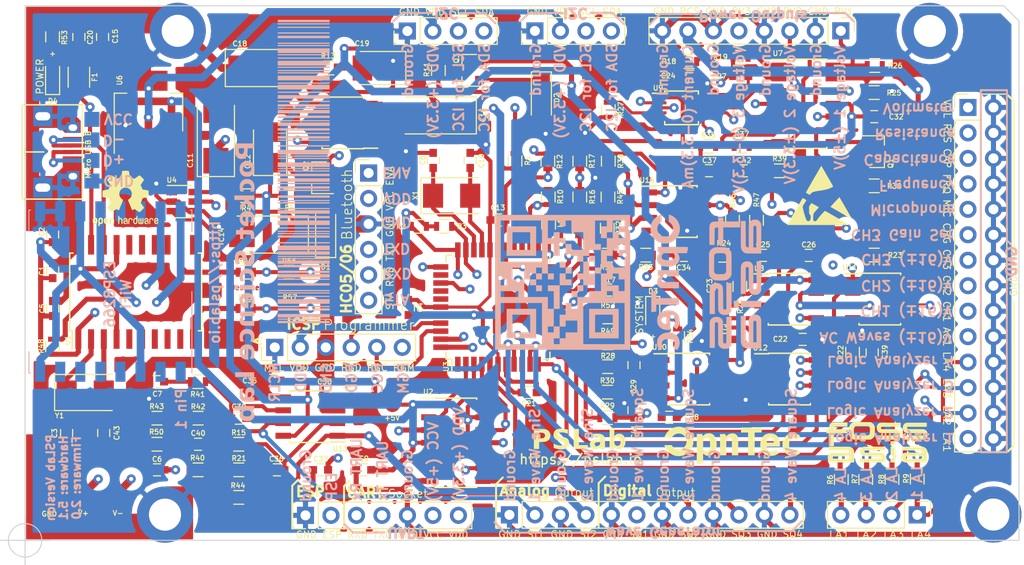
<source format=kicad_pcb>
(kicad_pcb (version 20171130) (host pcbnew "(5.1.10)-1")
  (title_block (title PSLab) (date 2018-12-30) (rev v5.1))
  (layers (0 L1.Front signal) (1 L2.Signal signal) (2 L3.Power signal) (31 L4.Ground signal) (34 B.Paste user) (35 F.Paste user) (36 B.SilkS user) (37 F.SilkS user) (38 B.Mask user) (39 F.Mask user) (44 Edge.Cuts user))
  (net 0 "")
  (net 1 GND)
  (net 2 +5V)
  (net 3 Vdd)
  (net 4 "Net-(C14-Pad1)")
  (net 5 AVdd)
  (net 6 "Net-(C16-Pad2)")
  (net 7 V+)
  (net 8 V-)
  (net 9 /D-)
  (net 10 SCK)
  (net 11 SCL)
  (net 12 SDA)
  (net 13 SDO)
  (net 14 /ID1)
  (net 15 /ID2)
  (net 16 /ID3)
  (net 17 /ID4)
  (net 18 "Net-(Q1-Pad1)")
  (net 19 PVS2)
  (net 20 PVS1)
  (net 21 PVS3)
  (net 22 "Net-(Q1-Pad2)")
  (net 23 PCS)
  (net 24 "Net-(R25-Pad2)")
  (net 25 "Net-(R28-Pad2)")
  (net 26 /ETxD)
  (net 27 /ERxD)
  (net 28 /MTxD)
  (net 29 /MRxD)
  (net 30 "Net-(C11-Pad1)")
  (net 31 "Net-(C14-Pad2)")
  (net 32 "Net-(C16-Pad1)")
  (net 33 "Net-(C18-Pad2)")
  (net 34 VR-)
  (net 35 "Net-(C23-Pad1)")
  (net 36 "Net-(C23-Pad2)")
  (net 37 VR+)
  (net 38 "Net-(C29-Pad1)")
  (net 39 "Net-(C29-Pad2)")
  (net 40 "Net-(R16-Pad1)")
  (net 41 "Net-(R18-Pad2)")
  (net 42 "Net-(R19-Pad2)")
  (net 43 "Net-(R27-Pad1)")
  (net 44 "Net-(R35-Pad2)")
  (net 45 "Net-(U2-Pad2)")
  (net 46 "Net-(U2-Pad5)")
  (net 47 CH1out)
  (net 48 CH2out)
  (net 49 CH3out)
  (net 50 "Net-(R46-Pad1)")
  (net 51 AN8)
  (net 52 MIC)
  (net 53 "Net-(C10-Pad2)")
  (net 54 MICout)
  (net 55 "/I/O Processing/DAC1")
  (net 56 "/I/O Processing/DAC2")
  (net 57 "/I/O Processing/DAC4")
  (net 58 "Net-(C6-Pad2)")
  (net 59 "Net-(C7-Pad1)")
  (net 60 "Net-(C30-Pad2)")
  (net 61 "Net-(C40-Pad1)")
  (net 62 SQ4)
  (net 63 /D+)
  (net 64 PGC2)
  (net 65 CH1)
  (net 66 ACH1)
  (net 67 CH2)
  (net 68 CH3)
  (net 69 "Net-(R22-Pad1)")
  (net 70 "Net-(R33-Pad2)")
  (net 71 "Net-(U11-Pad3)")
  (net 72 CS.CH2)
  (net 73 CS.CH1)
  (net 74 "Net-(R14-Pad2)")
  (net 75 PGD2)
  (net 76 "Net-(C33-Pad2)")
  (net 77 "Net-(C36-Pad2)")
  (net 78 SINE1)
  (net 79 SQ3)
  (net 80 SINE2)
  (net 81 "Net-(C42-Pad1)")
  (net 82 "Net-(R10-Pad2)")
  (net 83 "Net-(R49-Pad1)")
  (net 84 "Net-(U10-Pad6)")
  (net 85 RP147)
  (net 86 "Net-(D3-Pad2)")
  (net 87 "Net-(D4-Pad2)")
  (net 88 CH3.GAIN)
  (net 89 "Net-(CON1-Pad1)")
  (net 90 "Net-(D1-Pad2)")
  (net 91 "Net-(D2-Pad1)")
  (net 92 FCin)
  (net 93 MCLR)
  (net 94 "Net-(R48-Pad2)")
  (net 95 OS1)
  (net 96 "Net-(C8-Pad2)")
  (net 97 OS2)
  (net 98 SQR4)
  (net 99 SQR3)
  (net 100 SQR2)
  (net 101 SQR1)
  (net 102 IDD)
  (net 103 IDC)
  (net 104 IDB)
  (net 105 IDA)
  (net 106 "Net-(C21-Pad2)")
  (net 107 SEN)
  (net 108 CAP)
  (net 109 RxD)
  (net 110 TxD)
  (net 111 /ESPROG)
  (module Pin_Headers:Pin_Header_Straight_1x08_Pitch2.54mm (layer L1.Front) (at 172.22 62.77 270)
    (fp_text reference J8 hide)
    (fp_text value "Power Pins")
    (pad 1 thru_hole rect (at 0 0 270) (size 1.7 1.7) (drill 1) (layers *.Cu *.Mask) (net 20 PVS1))
    (pad 2 thru_hole oval (at 0 2.54 270) (size 1.7 1.7) (drill 1) (layers *.Cu *.Mask) (net 1 GND))
    (pad 3 thru_hole oval (at 0 5.08 270) (size 1.7 1.7) (drill 1) (layers *.Cu *.Mask) (net 19 PVS2))
    (pad 4 thru_hole oval (at 0 7.62 270) (size 1.7 1.7) (drill 1) (layers *.Cu *.Mask) (net 1 GND))
    (pad 5 thru_hole oval (at 0 10.16 270) (size 1.7 1.7) (drill 1) (layers *.Cu *.Mask) (net 21 PVS3))
    (pad 6 thru_hole oval (at 0 12.7 270) (size 1.7 1.7) (drill 1) (layers *.Cu *.Mask) (net 1 GND))
    (pad 7 thru_hole oval (at 0 15.24 270) (size 1.7 1.7) (drill 1) (layers *.Cu *.Mask) (net 23 PCS))
    (pad 8 thru_hole oval (at 0 17.78 270) (size 1.7 1.7) (drill 1) (layers *.Cu *.Mask) (net 1 GND))
  )
  (module Housings_SOIC:SOIC-8_3.9x4.9mm_Pitch1.27mm (layer L1.Front) (at 122.6 71.95 180)
    (fp_text reference U5 hide)
    (fp_text value 7660)
    (pad 1 smd rect (at -2.7 -1.905 180) (size 1.55 0.6) (layers L1.Front F.Paste F.Mask))
    (pad 2 smd rect (at -2.7 -0.635 180) (size 1.55 0.6) (layers L1.Front F.Paste F.Mask) (net 32 "Net-(C16-Pad1)"))
    (pad 3 smd rect (at -2.7 0.635 180) (size 1.55 0.6) (layers L1.Front F.Paste F.Mask) (net 1 GND))
    (pad 4 smd rect (at -2.7 1.905 180) (size 1.55 0.6) (layers L1.Front F.Paste F.Mask) (net 6 "Net-(C16-Pad2)"))
    (pad 5 smd rect (at 2.7 1.905 180) (size 1.55 0.6) (layers L1.Front F.Paste F.Mask) (net 33 "Net-(C18-Pad2)"))
    (pad 6 smd rect (at 2.7 0.635 180) (size 1.55 0.6) (layers L1.Front F.Paste F.Mask))
    (pad 7 smd rect (at 2.7 -0.635 180) (size 1.55 0.6) (layers L1.Front F.Paste F.Mask))
    (pad 8 smd rect (at 2.7 -1.905 180) (size 1.55 0.6) (layers L1.Front F.Paste F.Mask) (net 30 "Net-(C11-Pad1)"))
  )
  (module Housings_QFP:TQFP-44_10x10mm_Pitch0.8mm (layer L1.Front) (at 138.06 90.32 90)
    (fp_text reference U3 (at -5.94 -5.16 90) (layer F.SilkS) (effects (font (size 0.5 0.5) (thickness 0.1))))
    (fp_text value PIC24EP256GP204)
    (pad 1 smd rect (at -5.7 -4 90) (size 1.5 0.55) (layers L1.Front F.Paste F.Mask))
    (pad 2 smd rect (at -5.7 -3.2 90) (size 1.5 0.55) (layers L1.Front F.Paste F.Mask) (net 45 "Net-(U2-Pad2)"))
    (pad 3 smd rect (at -5.7 -2.4 90) (size 1.5 0.55) (layers L1.Front F.Paste F.Mask) (net 46 "Net-(U2-Pad5)"))
    (pad 4 smd rect (at -5.7 -1.6 90) (size 1.5 0.55) (layers L1.Front F.Paste F.Mask) (net 79 SQ3))
    (pad 5 smd rect (at -5.7 -0.8 90) (size 1.5 0.55) (layers L1.Front F.Paste F.Mask) (net 62 SQ4))
    (pad 6 smd rect (at -5.7 0 90) (size 1.5 0.55) (layers L1.Front F.Paste F.Mask) (net 1 GND))
    (pad 7 smd rect (at -5.7 0.8 90) (size 1.5 0.55) (layers L1.Front F.Paste F.Mask) (net 106 "Net-(C21-Pad2)"))
    (pad 8 smd rect (at -5.7 1.6 90) (size 1.5 0.55) (layers L1.Front F.Paste F.Mask) (net 14 /ID1))
    (pad 9 smd rect (at -5.7 2.4 90) (size 1.5 0.55) (layers L1.Front F.Paste F.Mask) (net 15 /ID2))
    (pad 10 smd rect (at -5.7 3.2 90) (size 1.5 0.55) (layers L1.Front F.Paste F.Mask) (net 16 /ID3))
    (pad 11 smd rect (at -5.7 4 90) (size 1.5 0.55) (layers L1.Front F.Paste F.Mask) (net 17 /ID4))
    (pad 12 smd rect (at -4 5.7 180) (size 1.5 0.55) (layers L1.Front F.Paste F.Mask) (net 73 CS.CH1))
    (pad 13 smd rect (at -3.2 5.7 180) (size 1.5 0.55) (layers L1.Front F.Paste F.Mask) (net 72 CS.CH2))
    (pad 14 smd rect (at -2.4 5.7 180) (size 1.5 0.55) (layers L1.Front F.Paste F.Mask) (net 83 "Net-(R49-Pad1)"))
    (pad 15 smd rect (at -1.6 5.7 180) (size 1.5 0.55) (layers L1.Front F.Paste F.Mask) (net 85 RP147))
    (pad 16 smd rect (at -0.8 5.7 180) (size 1.5 0.55) (layers L1.Front F.Paste F.Mask) (net 1 GND))
    (pad 17 smd rect (at 0 5.7 180) (size 1.5 0.55) (layers L1.Front F.Paste F.Mask) (net 5 AVdd))
    (pad 18 smd rect (at 0.8 5.7 180) (size 1.5 0.55) (layers L1.Front F.Paste F.Mask) (net 93 MCLR))
    (pad 19 smd rect (at 1.6 5.7 180) (size 1.5 0.55) (layers L1.Front F.Paste F.Mask) (net 48 CH2out))
    (pad 20 smd rect (at 2.4 5.7 180) (size 1.5 0.55) (layers L1.Front F.Paste F.Mask) (net 49 CH3out))
    (pad 21 smd rect (at 3.2 5.7 180) (size 1.5 0.55) (layers L1.Front F.Paste F.Mask) (net 54 MICout))
    (pad 22 smd rect (at 4 5.7 180) (size 1.5 0.55) (layers L1.Front F.Paste F.Mask) (net 47 CH1out))
    (pad 23 smd rect (at 5.7 4 90) (size 1.5 0.55) (layers L1.Front F.Paste F.Mask))
    (pad 24 smd rect (at 5.7 3.2 90) (size 1.5 0.55) (layers L1.Front F.Paste F.Mask) (net 108 CAP))
    (pad 25 smd rect (at 5.7 2.4 90) (size 1.5 0.55) (layers L1.Front F.Paste F.Mask) (net 82 "Net-(R10-Pad2)"))
    (pad 26 smd rect (at 5.7 1.6 90) (size 1.5 0.55) (layers L1.Front F.Paste F.Mask) (net 107 SEN))
    (pad 27 smd rect (at 5.7 0.8 90) (size 1.5 0.55) (layers L1.Front F.Paste F.Mask) (net 51 AN8))
    (pad 28 smd rect (at 5.7 0 90) (size 1.5 0.55) (layers L1.Front F.Paste F.Mask) (net 3 Vdd))
    (pad 29 smd rect (at 5.7 -0.8 90) (size 1.5 0.55) (layers L1.Front F.Paste F.Mask) (net 1 GND))
    (pad 30 smd rect (at 5.7 -1.6 90) (size 1.5 0.55) (layers L1.Front F.Paste F.Mask) (net 53 "Net-(C10-Pad2)"))
    (pad 31 smd rect (at 5.7 -2.4 90) (size 1.5 0.55) (layers L1.Front F.Paste F.Mask) (net 96 "Net-(C8-Pad2)"))
    (pad 32 smd rect (at 5.7 -3.2 90) (size 1.5 0.55) (layers L1.Front F.Paste F.Mask) (net 12 SDA))
    (pad 33 smd rect (at 5.7 -4 90) (size 1.5 0.55) (layers L1.Front F.Paste F.Mask) (net 11 SCL))
    (pad 34 smd rect (at 4 -5.7 180) (size 1.5 0.55) (layers L1.Front F.Paste F.Mask) (net 13 SDO))
    (pad 35 smd rect (at 3.2 -5.7 180) (size 1.5 0.55) (layers L1.Front F.Paste F.Mask))
    (pad 36 smd rect (at 2.4 -5.7 180) (size 1.5 0.55) (layers L1.Front F.Paste F.Mask) (net 10 SCK))
    (pad 37 smd rect (at 1.6 -5.7 180) (size 1.5 0.55) (layers L1.Front F.Paste F.Mask))
    (pad 38 smd rect (at 0.8 -5.7 180) (size 1.5 0.55) (layers L1.Front F.Paste F.Mask))
    (pad 39 smd rect (at 0 -5.7 180) (size 1.5 0.55) (layers L1.Front F.Paste F.Mask) (net 1 GND))
    (pad 40 smd rect (at -0.8 -5.7 180) (size 1.5 0.55) (layers L1.Front F.Paste F.Mask) (net 3 Vdd))
    (pad 41 smd rect (at -1.6 -5.7 180) (size 1.5 0.55) (layers L1.Front F.Paste F.Mask) (net 75 PGD2))
    (pad 42 smd rect (at -2.4 -5.7 180) (size 1.5 0.55) (layers L1.Front F.Paste F.Mask) (net 64 PGC2))
    (pad 43 smd rect (at -3.2 -5.7 180) (size 1.5 0.55) (layers L1.Front F.Paste F.Mask) (net 109 RxD))
    (pad 44 smd rect (at -4 -5.7 180) (size 1.5 0.55) (layers L1.Front F.Paste F.Mask) (net 110 TxD))
  )
  (module Resistors_SMD:R_0603 (layer L1.Front) (at 112.23 106.55 180)
    (fp_text reference R21 (at -0.02 1.15 180) (layer F.SilkS) (effects (font (size 0.5 0.5) (thickness 0.1))))
    (fp_text value 10K)
    (pad 1 smd rect (at -0.75 0 180) (size 0.5 0.9) (layers L1.Front F.Paste F.Mask) (net 80 SINE2))
    (pad 2 smd rect (at 0.75 0 180) (size 0.5 0.9) (layers L1.Front F.Paste F.Mask) (net 61 "Net-(C40-Pad1)"))
  )
  (module Housings_SOIC:SOIC-8_3.9x4.9mm_Pitch1.27mm (layer L1.Front) (at 157.07 97.5)
    (fp_text reference U10 (at -2.93 -3.19 180) (layer F.SilkS) (effects (font (size 0.5 0.5) (thickness 0.1))))
    (fp_text value TL082)
    (pad 1 smd rect (at -2.7 -1.905) (size 1.55 0.6) (layers L1.Front F.Paste F.Mask) (net 38 "Net-(C29-Pad1)"))
    (pad 2 smd rect (at -2.7 -0.635) (size 1.55 0.6) (layers L1.Front F.Paste F.Mask) (net 39 "Net-(C29-Pad2)"))
    (pad 3 smd rect (at -2.7 0.635) (size 1.55 0.6) (layers L1.Front F.Paste F.Mask) (net 1 GND))
    (pad 4 smd rect (at -2.7 1.905) (size 1.55 0.6) (layers L1.Front F.Paste F.Mask) (net 34 VR-))
    (pad 5 smd rect (at 2.7 1.905) (size 1.55 0.6) (layers L1.Front F.Paste F.Mask) (net 40 "Net-(R16-Pad1)"))
    (pad 6 smd rect (at 2.7 0.635) (size 1.55 0.6) (layers L1.Front F.Paste F.Mask) (net 84 "Net-(U10-Pad6)"))
    (pad 7 smd rect (at 2.7 -0.635) (size 1.55 0.6) (layers L1.Front F.Paste F.Mask) (net 84 "Net-(U10-Pad6)"))
    (pad 8 smd rect (at 2.7 -1.905) (size 1.55 0.6) (layers L1.Front F.Paste F.Mask) (net 37 VR+))
  )
  (module Housings_SOIC:SOIC-20W_7.5x12.8mm_Pitch1.27mm (layer L1.Front) (at 101.96 88.81 90)
    (fp_text reference U1 (at -4.82 -6.75 90) (layer F.SilkS) (effects (font (size 0.5 0.5) (thickness 0.1))))
    (fp_text value MCP2200)
    (pad 1 smd rect (at -4.7 -5.715 90) (size 1.95 0.6) (layers L1.Front F.Paste F.Mask) (net 3 Vdd))
    (pad 2 smd rect (at -4.7 -4.445 90) (size 1.95 0.6) (layers L1.Front F.Paste F.Mask) (net 95 OS1))
    (pad 3 smd rect (at -4.7 -3.175 90) (size 1.95 0.6) (layers L1.Front F.Paste F.Mask) (net 97 OS2))
    (pad 4 smd rect (at -4.7 -1.905 90) (size 1.95 0.6) (layers L1.Front F.Paste F.Mask) (net 94 "Net-(R48-Pad2)"))
    (pad 5 smd rect (at -4.7 -0.635 90) (size 1.95 0.6) (layers L1.Front F.Paste F.Mask))
    (pad 6 smd rect (at -4.7 0.635 90) (size 1.95 0.6) (layers L1.Front F.Paste F.Mask))
    (pad 7 smd rect (at -4.7 1.905 90) (size 1.95 0.6) (layers L1.Front F.Paste F.Mask))
    (pad 8 smd rect (at -4.7 3.175 90) (size 1.95 0.6) (layers L1.Front F.Paste F.Mask))
    (pad 9 smd rect (at -4.7 4.445 90) (size 1.95 0.6) (layers L1.Front F.Paste F.Mask))
    (pad 10 smd rect (at -4.7 5.715 90) (size 1.95 0.6) (layers L1.Front F.Paste F.Mask) (net 28 /MTxD))
    (pad 11 smd rect (at 4.7 5.715 90) (size 1.95 0.6) (layers L1.Front F.Paste F.Mask))
    (pad 12 smd rect (at 4.7 4.445 90) (size 1.95 0.6) (layers L1.Front F.Paste F.Mask) (net 29 /MRxD))
    (pad 13 smd rect (at 4.7 3.175 90) (size 1.95 0.6) (layers L1.Front F.Paste F.Mask))
    (pad 14 smd rect (at 4.7 1.905 90) (size 1.95 0.6) (layers L1.Front F.Paste F.Mask))
    (pad 15 smd rect (at 4.7 0.635 90) (size 1.95 0.6) (layers L1.Front F.Paste F.Mask))
    (pad 16 smd rect (at 4.7 -0.635 90) (size 1.95 0.6) (layers L1.Front F.Paste F.Mask))
    (pad 17 smd rect (at 4.7 -1.905 90) (size 1.95 0.6) (layers L1.Front F.Paste F.Mask) (net 3 Vdd))
    (pad 18 smd rect (at 4.7 -3.175 90) (size 1.95 0.6) (layers L1.Front F.Paste F.Mask) (net 9 /D-))
    (pad 19 smd rect (at 4.7 -4.445 90) (size 1.95 0.6) (layers L1.Front F.Paste F.Mask) (net 63 /D+))
    (pad 20 smd rect (at 4.7 -5.715 90) (size 1.95 0.6) (layers L1.Front F.Paste F.Mask) (net 1 GND))
  )
  (module Capacitors_Tantalum_SMD:CP_Tantalum_Case-C_EIA-6032-28_Reflow (layer L1.Front) (at 109.95 73.2 90)
    (fp_text reference C11 (at -2.5 -2.55 90) (layer F.SilkS) (effects (font (size 0.5 0.5) (thickness 0.1))))
    (fp_text value 100u)
    (pad 1 smd rect (at -2.525 0 90) (size 2.55 2.5) (layers L1.Front F.Paste F.Mask) (net 30 "Net-(C11-Pad1)"))
    (pad 2 smd rect (at 2.525 0 90) (size 2.55 2.5) (layers L1.Front F.Paste F.Mask) (net 1 GND))
  )
  (module Capacitors_Tantalum_SMD:CP_Tantalum_Case-C_EIA-6032-28_Reflow (layer L1.Front) (at 115.07 83.09 180)
    (fp_text reference C14 (at 4.57 -0.03 270) (layer F.SilkS) (effects (font (size 0.5 0.5) (thickness 0.1))))
    (fp_text value 100u)
    (pad 1 smd rect (at -2.525 0 180) (size 2.55 2.5) (layers L1.Front F.Paste F.Mask) (net 4 "Net-(C14-Pad1)"))
    (pad 2 smd rect (at 2.525 0 180) (size 2.55 2.5) (layers L1.Front F.Paste F.Mask) (net 31 "Net-(C14-Pad2)"))
  )
  (module Capacitors_Tantalum_SMD:CP_Tantalum_Case-C_EIA-6032-28_Reflow (layer L1.Front) (at 131.8 71.2 180)
    (fp_text reference C16 (at -4.77 0.04 270) (layer F.SilkS) (effects (font (size 0.5 0.5) (thickness 0.1))))
    (fp_text value 100u)
    (pad 1 smd rect (at -2.525 0 180) (size 2.55 2.5) (layers L1.Front F.Paste F.Mask) (net 32 "Net-(C16-Pad1)"))
    (pad 2 smd rect (at 2.525 0 180) (size 2.55 2.5) (layers L1.Front F.Paste F.Mask) (net 6 "Net-(C16-Pad2)"))
  )
  (module Capacitors_Tantalum_SMD:CP_Tantalum_Case-C_EIA-6032-28_Reflow (layer L1.Front) (at 114.99 66.48)
    (fp_text reference C18 (at -2.65 -2.43) (layer F.SilkS) (effects (font (size 0.5 0.5) (thickness 0.1))))
    (fp_text value 100u)
    (pad 1 smd rect (at -2.525 0) (size 2.55 2.5) (layers L1.Front F.Paste F.Mask) (net 1 GND))
    (pad 2 smd rect (at 2.525 0) (size 2.55 2.5) (layers L1.Front F.Paste F.Mask) (net 33 "Net-(C18-Pad2)"))
  )
  (module Diodes_SMD:D_MiniMELF (layer L1.Front) (at 120.89 82.83 90)
    (fp_text reference D1 (at -3.5 0 180) (layer F.SilkS) (effects (font (size 0.5 0.5) (thickness 0.1))))
    (fp_text value 6V8)
    (pad 1 smd rect (at -1.75 0 90) (size 1.3 1.7) (layers L1.Front F.Paste F.Mask) (net 1 GND))
    (pad 2 smd rect (at 1.75 0 90) (size 1.3 1.7) (layers L1.Front F.Paste F.Mask) (net 90 "Net-(D1-Pad2)"))
  )
  (module Diodes_SMD:D_MiniMELF (layer L1.Front) (at 142.38 69.42 270)
    (fp_text reference D2 (at 0.03 -1.54 270) (layer F.SilkS) (effects (font (size 0.5 0.5) (thickness 0.1))))
    (fp_text value 6V8)
    (pad 1 smd rect (at -1.75 0 270) (size 1.3 1.7) (layers L1.Front F.Paste F.Mask) (net 91 "Net-(D2-Pad1)"))
    (pad 2 smd rect (at 1.75 0 270) (size 1.3 1.7) (layers L1.Front F.Paste F.Mask) (net 1 GND))
  )
  (module Fuse_Holders_and_Fuses:Fuse_SMD1206_Reflow (layer L1.Front) (at 96.3 67.4 90)
    (fp_text reference F1 (at 0.01 1.57 270) (layer F.SilkS) (effects (font (size 0.5 0.5) (thickness 0.1))))
    (fp_text value 0.5A)
    (pad 1 smd rect (at -1.2 0 180) (size 2.03 1.14) (layers L1.Front F.Paste F.Mask) (net 89 "Net-(CON1-Pad1)"))
    (pad 2 smd rect (at 1.2 0 180) (size 2.03 1.14) (layers L1.Front F.Paste F.Mask) (net 2 +5V))
  )
  (module TO_SOT_Packages_SMD:SOT-23 (layer L1.Front) (at 175.8 74.82)
    (fp_text reference Q1 (at 1.39 1.16 90) (layer F.SilkS) (effects (font (size 0.5 0.5) (thickness 0.1))))
    (fp_text value MMBT3906)
    (pad 1 smd rect (at -1 -0.95) (size 0.9 0.8) (layers L1.Front F.Paste F.Mask) (net 18 "Net-(Q1-Pad1)"))
    (pad 2 smd rect (at -1 0.95) (size 0.9 0.8) (layers L1.Front F.Paste F.Mask) (net 22 "Net-(Q1-Pad2)"))
    (pad 3 smd rect (at 1 0) (size 0.9 0.8) (layers L1.Front F.Paste F.Mask) (net 23 PCS))
  )
  (module Housings_SOIC:SOIC-14_3.9x8.7mm_Pitch1.27mm (layer L1.Front) (at 133.86 103.85)
    (fp_text reference U2 (at -2.75 -5.075) (layer F.SilkS) (effects (font (size 0.5 0.5) (thickness 0.1))))
    (fp_text value 74HC126)
    (pad 1 smd rect (at -2.7 -3.81) (size 1.5 0.6) (layers L1.Front F.Paste F.Mask) (net 2 +5V))
    (pad 2 smd rect (at -2.7 -2.54) (size 1.5 0.6) (layers L1.Front F.Paste F.Mask) (net 45 "Net-(U2-Pad2)"))
    (pad 3 smd rect (at -2.7 -1.27) (size 1.5 0.6) (layers L1.Front F.Paste F.Mask) (net 101 SQR1))
    (pad 4 smd rect (at -2.7 0) (size 1.5 0.6) (layers L1.Front F.Paste F.Mask) (net 2 +5V))
    (pad 5 smd rect (at -2.7 1.27) (size 1.5 0.6) (layers L1.Front F.Paste F.Mask) (net 46 "Net-(U2-Pad5)"))
    (pad 6 smd rect (at -2.7 2.54) (size 1.5 0.6) (layers L1.Front F.Paste F.Mask) (net 100 SQR2))
    (pad 7 smd rect (at -2.7 3.81) (size 1.5 0.6) (layers L1.Front F.Paste F.Mask) (net 1 GND))
    (pad 8 smd rect (at 2.7 3.81) (size 1.5 0.6) (layers L1.Front F.Paste F.Mask) (net 98 SQR4))
    (pad 9 smd rect (at 2.7 2.54) (size 1.5 0.6) (layers L1.Front F.Paste F.Mask) (net 62 SQ4))
    (pad 10 smd rect (at 2.7 1.27) (size 1.5 0.6) (layers L1.Front F.Paste F.Mask) (net 2 +5V))
    (pad 11 smd rect (at 2.7 0) (size 1.5 0.6) (layers L1.Front F.Paste F.Mask) (net 99 SQR3))
    (pad 12 smd rect (at 2.7 -1.27) (size 1.5 0.6) (layers L1.Front F.Paste F.Mask) (net 79 SQ3))
    (pad 13 smd rect (at 2.7 -2.54) (size 1.5 0.6) (layers L1.Front F.Paste F.Mask) (net 2 +5V))
    (pad 14 smd rect (at 2.7 -3.81) (size 1.5 0.6) (layers L1.Front F.Paste F.Mask) (net 2 +5V))
  )
  (module TO_SOT_Packages_SMD:SOT-23-6 (layer L1.Front) (at 106.65 79.8)
    (fp_text reference U4 (at -1.1 -2.15) (layer F.SilkS) (effects (font (size 0.5 0.5) (thickness 0.1))))
    (fp_text value TC1240A)
    (pad 1 smd rect (at -1.1 -0.95) (size 1.06 0.65) (layers L1.Front F.Paste F.Mask) (net 2 +5V))
    (pad 2 smd rect (at -1.1 0) (size 1.06 0.65) (layers L1.Front F.Paste F.Mask) (net 1 GND))
    (pad 3 smd rect (at -1.1 0.95) (size 1.06 0.65) (layers L1.Front F.Paste F.Mask) (net 31 "Net-(C14-Pad2)"))
    (pad 4 smd rect (at 1.1 0.95) (size 1.06 0.65) (layers L1.Front F.Paste F.Mask) (net 1 GND))
    (pad 6 smd rect (at 1.1 -0.95) (size 1.06 0.65) (layers L1.Front F.Paste F.Mask) (net 4 "Net-(C14-Pad1)"))
    (pad 5 smd rect (at 1.1 0) (size 1.06 0.65) (layers L1.Front F.Paste F.Mask) (net 30 "Net-(C11-Pad1)"))
  )
  (module TO_SOT_Packages_SMD:SOT-223 (layer L1.Front) (at 103.23 70.9 90)
    (fp_text reference U6 (at 3.2 -2.88 270) (layer F.SilkS) (effects (font (size 0.5 0.5) (thickness 0.1))))
    (fp_text value LM1117-3.3)
    (pad 4 smd rect (at 3.15 0 90) (size 2 3.8) (layers L1.Front F.Paste F.Mask) (net 3 Vdd))
    (pad 2 smd rect (at -3.15 0 90) (size 2 1.5) (layers L1.Front F.Paste F.Mask) (net 3 Vdd))
    (pad 3 smd rect (at -3.15 2.3 90) (size 2 1.5) (layers L1.Front F.Paste F.Mask) (net 2 +5V))
    (pad 1 smd rect (at -3.15 -2.3 90) (size 2 1.5) (layers L1.Front F.Paste F.Mask) (net 1 GND))
  )
  (module Housings_SOIC:SOIC-14_3.9x8.7mm_Pitch1.27mm (layer L1.Front) (at 168.75 70.05)
    (fp_text reference U7 (at -2.81 -5.03) (layer F.SilkS) (effects (font (size 0.5 0.5) (thickness 0.1))))
    (fp_text value LM324)
    (pad 1 smd rect (at -2.7 -3.81) (size 1.5 0.6) (layers L1.Front F.Paste F.Mask) (net 42 "Net-(R19-Pad2)"))
    (pad 2 smd rect (at -2.7 -2.54) (size 1.5 0.6) (layers L1.Front F.Paste F.Mask) (net 41 "Net-(R18-Pad2)"))
    (pad 3 smd rect (at -2.7 -1.27) (size 1.5 0.6) (layers L1.Front F.Paste F.Mask) (net 55 "/I/O Processing/DAC1"))
    (pad 4 smd rect (at -2.7 0) (size 1.5 0.6) (layers L1.Front F.Paste F.Mask) (net 7 V+))
    (pad 5 smd rect (at -2.7 1.27) (size 1.5 0.6) (layers L1.Front F.Paste F.Mask) (net 56 "/I/O Processing/DAC2"))
    (pad 6 smd rect (at -2.7 2.54) (size 1.5 0.6) (layers L1.Front F.Paste F.Mask) (net 44 "Net-(R35-Pad2)"))
    (pad 7 smd rect (at -2.7 3.81) (size 1.5 0.6) (layers L1.Front F.Paste F.Mask) (net 19 PVS2))
    (pad 8 smd rect (at 2.7 3.81) (size 1.5 0.6) (layers L1.Front F.Paste F.Mask) (net 18 "Net-(Q1-Pad1)"))
    (pad 9 smd rect (at 2.7 2.54) (size 1.5 0.6) (layers L1.Front F.Paste F.Mask) (net 22 "Net-(Q1-Pad2)"))
    (pad 10 smd rect (at 2.7 1.27) (size 1.5 0.6) (layers L1.Front F.Paste F.Mask) (net 57 "/I/O Processing/DAC4"))
    (pad 11 smd rect (at 2.7 0) (size 1.5 0.6) (layers L1.Front F.Paste F.Mask) (net 8 V-))
    (pad 12 smd rect (at 2.7 -1.27) (size 1.5 0.6) (layers L1.Front F.Paste F.Mask) (net 42 "Net-(R19-Pad2)"))
    (pad 13 smd rect (at 2.7 -2.54) (size 1.5 0.6) (layers L1.Front F.Paste F.Mask) (net 24 "Net-(R25-Pad2)"))
    (pad 14 smd rect (at 2.7 -3.81) (size 1.5 0.6) (layers L1.Front F.Paste F.Mask) (net 20 PVS1))
  )
  (module Housings_SOIC:SOIC-8_3.9x4.9mm_Pitch1.27mm (layer L1.Front) (at 167.07 89.53)
    (fp_text reference U8 (at -2.99 -3.07) (layer F.SilkS) (effects (font (size 0.5 0.5) (thickness 0.1))))
    (fp_text value TL082)
    (pad 1 smd rect (at -2.7 -1.905) (size 1.55 0.6) (layers L1.Front F.Paste F.Mask) (net 35 "Net-(C23-Pad1)"))
    (pad 2 smd rect (at -2.7 -0.635) (size 1.55 0.6) (layers L1.Front F.Paste F.Mask) (net 36 "Net-(C23-Pad2)"))
    (pad 3 smd rect (at -2.7 0.635) (size 1.55 0.6) (layers L1.Front F.Paste F.Mask) (net 1 GND))
    (pad 4 smd rect (at -2.7 1.905) (size 1.55 0.6) (layers L1.Front F.Paste F.Mask) (net 34 VR-))
    (pad 5 smd rect (at 2.7 1.905) (size 1.55 0.6) (layers L1.Front F.Paste F.Mask) (net 40 "Net-(R16-Pad1)"))
    (pad 6 smd rect (at 2.7 0.635) (size 1.55 0.6) (layers L1.Front F.Paste F.Mask) (net 71 "Net-(U11-Pad3)"))
    (pad 7 smd rect (at 2.7 -0.635) (size 1.55 0.6) (layers L1.Front F.Paste F.Mask) (net 71 "Net-(U11-Pad3)"))
    (pad 8 smd rect (at 2.7 -1.905) (size 1.55 0.6) (layers L1.Front F.Paste F.Mask) (net 37 VR+))
  )
  (module Housings_SSOP:MSOP-10_3x3mm_Pitch0.5mm (layer L1.Front) (at 156.35 70.45)
    (fp_text reference U9 (at -2.34 -1.98) (layer F.SilkS) (effects (font (size 0.5 0.5) (thickness 0.1))))
    (fp_text value MCP4728)
    (pad 1 smd rect (at -2.2 -1) (size 1.4 0.3) (layers L1.Front F.Paste F.Mask) (net 5 AVdd))
    (pad 2 smd rect (at -2.2 -0.5) (size 1.4 0.3) (layers L1.Front F.Paste F.Mask) (net 11 SCL))
    (pad 3 smd rect (at -2.2 0) (size 1.4 0.3) (layers L1.Front F.Paste F.Mask) (net 12 SDA))
    (pad 4 smd rect (at -2.2 0.5) (size 1.4 0.3) (layers L1.Front F.Paste F.Mask) (net 43 "Net-(R27-Pad1)"))
    (pad 5 smd rect (at -2.2 1) (size 1.4 0.3) (layers L1.Front F.Paste F.Mask))
    (pad 6 smd rect (at 2.2 1) (size 1.4 0.3) (layers L1.Front F.Paste F.Mask) (net 57 "/I/O Processing/DAC4"))
    (pad 7 smd rect (at 2.2 0.5) (size 1.4 0.3) (layers L1.Front F.Paste F.Mask) (net 21 PVS3))
    (pad 8 smd rect (at 2.2 0) (size 1.4 0.3) (layers L1.Front F.Paste F.Mask) (net 56 "/I/O Processing/DAC2"))
    (pad 9 smd rect (at 2.2 -0.5) (size 1.4 0.3) (layers L1.Front F.Paste F.Mask) (net 55 "/I/O Processing/DAC1"))
    (pad 10 smd rect (at 2.2 -1) (size 1.4 0.3) (layers L1.Front F.Paste F.Mask) (net 1 GND))
  )
  (module Housings_SOIC:SOIC-8_3.9x4.9mm_Pitch1.27mm (layer L1.Front) (at 176.11 89.52)
    (fp_text reference U11 (at -2.99 -3.16) (layer F.SilkS) (effects (font (size 0.5 0.5) (thickness 0.1))))
    (fp_text value 6S21)
    (pad 1 smd rect (at -2.7 -1.905) (size 1.55 0.6) (layers L1.Front F.Paste F.Mask) (net 47 CH1out))
    (pad 2 smd rect (at -2.7 -0.635) (size 1.55 0.6) (layers L1.Front F.Paste F.Mask) (net 69 "Net-(R22-Pad1)"))
    (pad 3 smd rect (at -2.7 0.635) (size 1.55 0.6) (layers L1.Front F.Paste F.Mask) (net 71 "Net-(U11-Pad3)"))
    (pad 4 smd rect (at -2.7 1.905) (size 1.55 0.6) (layers L1.Front F.Paste F.Mask) (net 1 GND))
    (pad 5 smd rect (at 2.7 1.905) (size 1.55 0.6) (layers L1.Front F.Paste F.Mask) (net 73 CS.CH1))
    (pad 6 smd rect (at 2.7 0.635) (size 1.55 0.6) (layers L1.Front F.Paste F.Mask) (net 13 SDO))
    (pad 7 smd rect (at 2.7 -0.635) (size 1.55 0.6) (layers L1.Front F.Paste F.Mask) (net 10 SCK))
    (pad 8 smd rect (at 2.7 -1.905) (size 1.55 0.6) (layers L1.Front F.Paste F.Mask) (net 5 AVdd))
  )
  (module Housings_SOIC:SOIC-8_3.9x4.9mm_Pitch1.27mm (layer L1.Front) (at 167.11 97.5)
    (fp_text reference U12 (at -2.91 -3.12) (layer F.SilkS) (effects (font (size 0.5 0.5) (thickness 0.1))))
    (fp_text value 6S21)
    (pad 1 smd rect (at -2.7 -1.905) (size 1.55 0.6) (layers L1.Front F.Paste F.Mask) (net 48 CH2out))
    (pad 2 smd rect (at -2.7 -0.635) (size 1.55 0.6) (layers L1.Front F.Paste F.Mask) (net 25 "Net-(R28-Pad2)"))
    (pad 3 smd rect (at -2.7 0.635) (size 1.55 0.6) (layers L1.Front F.Paste F.Mask) (net 84 "Net-(U10-Pad6)"))
    (pad 4 smd rect (at -2.7 1.905) (size 1.55 0.6) (layers L1.Front F.Paste F.Mask) (net 1 GND))
    (pad 5 smd rect (at 2.7 1.905) (size 1.55 0.6) (layers L1.Front F.Paste F.Mask) (net 72 CS.CH2))
    (pad 6 smd rect (at 2.7 0.635) (size 1.55 0.6) (layers L1.Front F.Paste F.Mask) (net 13 SDO))
    (pad 7 smd rect (at 2.7 -0.635) (size 1.55 0.6) (layers L1.Front F.Paste F.Mask) (net 10 SCK))
    (pad 8 smd rect (at 2.7 -1.905) (size 1.55 0.6) (layers L1.Front F.Paste F.Mask) (net 5 AVdd))
  )
  (module Housings_SOIC:SOIC-8_3.9x4.9mm_Pitch1.27mm (layer L1.Front) (at 119.36 101.25 180)
    (fp_text reference U13 (at -2.975 -3.2 180) (layer F.SilkS) (effects (font (size 0.5 0.5) (thickness 0.1))))
    (fp_text value TL082)
    (pad 1 smd rect (at -2.7 -1.905 180) (size 1.55 0.6) (layers L1.Front F.Paste F.Mask) (net 80 SINE2))
    (pad 2 smd rect (at -2.7 -0.635 180) (size 1.55 0.6) (layers L1.Front F.Paste F.Mask) (net 77 "Net-(C36-Pad2)"))
    (pad 3 smd rect (at -2.7 0.635 180) (size 1.55 0.6) (layers L1.Front F.Paste F.Mask) (net 1 GND))
    (pad 4 smd rect (at -2.7 1.905 180) (size 1.55 0.6) (layers L1.Front F.Paste F.Mask) (net 8 V-))
    (pad 5 smd rect (at 2.7 1.905 180) (size 1.55 0.6) (layers L1.Front F.Paste F.Mask) (net 1 GND))
    (pad 6 smd rect (at 2.7 0.635 180) (size 1.55 0.6) (layers L1.Front F.Paste F.Mask) (net 60 "Net-(C30-Pad2)"))
    (pad 7 smd rect (at 2.7 -0.635 180) (size 1.55 0.6) (layers L1.Front F.Paste F.Mask) (net 78 SINE1))
    (pad 8 smd rect (at 2.7 -1.905 180) (size 1.55 0.6) (layers L1.Front F.Paste F.Mask) (net 7 V+))
  )
  (module RF_Modules:Hopref_RFM9XW_SMD (layer L4.Ground) (at 99.44 88.77 90)
    (fp_text reference U15 hide)
    (fp_text value ESP8266)
    (pad 1 smd rect (at -8 7 90) (size 2 1) (layers L4.Ground B.Paste B.Mask))
    (pad 2 smd rect (at -8 5 90) (size 2 1) (layers L4.Ground B.Paste B.Mask))
    (pad 3 smd rect (at -8 3 90) (size 2 1) (layers L4.Ground B.Paste B.Mask) (net 3 Vdd))
    (pad 4 smd rect (at -8 1 90) (size 2 1) (layers L4.Ground B.Paste B.Mask))
    (pad 5 smd rect (at -8 -1 90) (size 2 1) (layers L4.Ground B.Paste B.Mask))
    (pad 6 smd rect (at -8 -3 90) (size 2 1) (layers L4.Ground B.Paste B.Mask))
    (pad 7 smd rect (at -8 -5 90) (size 2 1) (layers L4.Ground B.Paste B.Mask))
    (pad 8 smd rect (at -8 -7 90) (size 2 1) (layers L4.Ground B.Paste B.Mask) (net 3 Vdd))
    (pad 9 smd rect (at 8 -7 90) (size 2 1) (layers L4.Ground B.Paste B.Mask) (net 1 GND))
    (pad 10 smd rect (at 8 -5 90) (size 2 1) (layers L4.Ground B.Paste B.Mask) (net 1 GND))
    (pad 11 smd rect (at 8 -3 90) (size 2 1) (layers L4.Ground B.Paste B.Mask) (net 3 Vdd))
    (pad 12 smd rect (at 8 -1 90) (size 2 1) (layers L4.Ground B.Paste B.Mask) (net 111 /ESPROG))
    (pad 13 smd rect (at 8 1 90) (size 2 1) (layers L4.Ground B.Paste B.Mask))
    (pad 14 smd rect (at 8 3 90) (size 2 1) (layers L4.Ground B.Paste B.Mask))
    (pad 15 smd rect (at 8 5 90) (size 2 1) (layers L4.Ground B.Paste B.Mask) (net 27 /ERxD))
    (pad 16 smd rect (at 8 7 90) (size 2 1) (layers L4.Ground B.Paste B.Mask) (net 26 /ETxD))
  )
  (module Housings_SOIC:SOIC-8_3.9x4.9mm_Pitch1.27mm (layer L1.Front) (at 155.83 80.79)
    (fp_text reference U16 (at -2.92 -3.13 180) (layer F.SilkS) (effects (font (size 0.5 0.5) (thickness 0.1))))
    (fp_text value TL082)
    (pad 1 smd rect (at -2.7 -1.905) (size 1.55 0.6) (layers L1.Front F.Paste F.Mask) (net 70 "Net-(R33-Pad2)"))
    (pad 2 smd rect (at -2.7 -0.635) (size 1.55 0.6) (layers L1.Front F.Paste F.Mask) (net 88 CH3.GAIN))
    (pad 3 smd rect (at -2.7 0.635) (size 1.55 0.6) (layers L1.Front F.Paste F.Mask) (net 68 CH3))
    (pad 4 smd rect (at -2.7 1.905) (size 1.55 0.6) (layers L1.Front F.Paste F.Mask) (net 34 VR-))
    (pad 5 smd rect (at 2.7 1.905) (size 1.55 0.6) (layers L1.Front F.Paste F.Mask) (net 1 GND))
    (pad 6 smd rect (at 2.7 0.635) (size 1.55 0.6) (layers L1.Front F.Paste F.Mask) (net 50 "Net-(R46-Pad1)"))
    (pad 7 smd rect (at 2.7 -0.635) (size 1.55 0.6) (layers L1.Front F.Paste F.Mask) (net 74 "Net-(R14-Pad2)"))
    (pad 8 smd rect (at 2.7 -1.905) (size 1.55 0.6) (layers L1.Front F.Paste F.Mask) (net 37 VR+))
  )
  (module TO_SOT_Packages_SMD:SOT-23 (layer L1.Front) (at 120.26 77.43 180)
    (fp_text reference Q2 (at 1.33 1.17 270) (layer F.SilkS) (effects (font (size 0.5 0.5) (thickness 0.1))))
    (fp_text value MMBT3904)
    (pad 1 smd rect (at -1 -0.95 180) (size 0.9 0.8) (layers L1.Front F.Paste F.Mask) (net 90 "Net-(D1-Pad2)"))
    (pad 2 smd rect (at -1 0.95 180) (size 0.9 0.8) (layers L1.Front F.Paste F.Mask) (net 37 VR+))
    (pad 3 smd rect (at 1 0 180) (size 0.9 0.8) (layers L1.Front F.Paste F.Mask) (net 7 V+))
  )
  (module TO_SOT_Packages_SMD:SOT-23 (layer L1.Front) (at 135.23 66.71 180)
    (fp_text reference Q3 (at 1.31 1.2 90) (layer F.SilkS) (effects (font (size 0.5 0.5) (thickness 0.1))))
    (fp_text value MMBT3906)
    (pad 1 smd rect (at -1 -0.95 180) (size 0.9 0.8) (layers L1.Front F.Paste F.Mask) (net 91 "Net-(D2-Pad1)"))
    (pad 2 smd rect (at -1 0.95 180) (size 0.9 0.8) (layers L1.Front F.Paste F.Mask) (net 34 VR-))
    (pad 3 smd rect (at 1 0 180) (size 0.9 0.8) (layers L1.Front F.Paste F.Mask) (net 8 V-))
  )
  (module Capacitors_Tantalum_SMD:CP_Tantalum_Case-B_EIA-3528-21_Reflow (layer L1.Front) (at 115.35 74.4 90)
    (fp_text reference C12 (at -1.41 -2.23 90) (layer F.SilkS) (effects (font (size 0.5 0.5) (thickness 0.1))))
    (fp_text value 33u)
    (pad 1 smd rect (at -1.525 0 90) (size 1.95 2.5) (layers L1.Front F.Paste F.Mask) (net 7 V+))
    (pad 2 smd rect (at 1.525 0 90) (size 1.95 2.5) (layers L1.Front F.Paste F.Mask) (net 1 GND))
  )
  (module Capacitors_Tantalum_SMD:CP_Tantalum_Case-B_EIA-3528-21_Reflow (layer L1.Front) (at 126.08 66.48 180)
    (fp_text reference C19 (at 1.56 2.45 180) (layer F.SilkS) (effects (font (size 0.5 0.5) (thickness 0.1))))
    (fp_text value 33u)
    (pad 1 smd rect (at -1.525 0 180) (size 1.95 2.5) (layers L1.Front F.Paste F.Mask) (net 1 GND))
    (pad 2 smd rect (at 1.525 0 180) (size 1.95 2.5) (layers L1.Front F.Paste F.Mask) (net 8 V-))
  )
  (module Pin_Headers:Pin_Header_Straight_1x04_Pitch2.54mm (layer L1.Front) (at 129.03 62.79 90)
    (fp_text reference J6 hide)
    (fp_text value I2C-1)
    (pad 1 thru_hole rect (at 0 0 90) (size 1.7 1.7) (drill 1) (layers *.Cu *.Mask) (net 1 GND))
    (pad 2 thru_hole oval (at 0 2.54 90) (size 1.7 1.7) (drill 1) (layers *.Cu *.Mask) (net 3 Vdd))
    (pad 3 thru_hole oval (at 0 5.08 90) (size 1.7 1.7) (drill 1) (layers *.Cu *.Mask) (net 11 SCL))
    (pad 4 thru_hole oval (at 0 7.62 90) (size 1.7 1.7) (drill 1) (layers *.Cu *.Mask) (net 12 SDA))
  )
  (module Capacitors_SMD:C_0603 (layer L1.Front) (at 93.69 86.68 90)
    (fp_text reference C1 (at -0.03 -1.07 90) (layer F.SilkS) (effects (font (size 0.5 0.5) (thickness 0.1))))
    (fp_text value 0.1u)
    (pad 2 smd rect (at 0.75 0 90) (size 0.8 0.75) (layers L1.Front F.Paste F.Mask) (net 1 GND))
    (pad 1 smd rect (at -0.75 0 90) (size 0.8 0.75) (layers L1.Front F.Paste F.Mask) (net 3 Vdd))
  )
  (module Capacitors_SMD:C_0603 (layer L1.Front) (at 93.68 83.09 270)
    (fp_text reference C2 (at -0.27 1.06 270) (layer F.SilkS) (effects (font (size 0.5 0.5) (thickness 0.1))))
    (fp_text value 0.1u)
    (pad 2 smd rect (at 0.75 0 270) (size 0.8 0.75) (layers L1.Front F.Paste F.Mask) (net 3 Vdd))
    (pad 1 smd rect (at -0.75 0 270) (size 0.8 0.75) (layers L1.Front F.Paste F.Mask) (net 1 GND))
  )
  (module Capacitors_SMD:C_0603 (layer L1.Front) (at 129.13 90.36 90)
    (fp_text reference C4 (at 0 1.18 90) (layer F.SilkS) (effects (font (size 0.5 0.5) (thickness 0.1))))
    (fp_text value 0.1u)
    (pad 2 smd rect (at 0.75 0 90) (size 0.8 0.75) (layers L1.Front F.Paste F.Mask) (net 1 GND))
    (pad 1 smd rect (at -0.75 0 90) (size 0.8 0.75) (layers L1.Front F.Paste F.Mask) (net 3 Vdd))
  )
  (module Capacitors_SMD:C_0603 (layer L1.Front) (at 93.7 90.46 90)
    (fp_text reference C5 (at 0 -1.03 90) (layer F.SilkS) (effects (font (size 0.5 0.5) (thickness 0.1))))
    (fp_text value 0.1u)
    (pad 2 smd rect (at 0.75 0 90) (size 0.8 0.75) (layers L1.Front F.Paste F.Mask) (net 1 GND))
    (pad 1 smd rect (at -0.75 0 90) (size 0.8 0.75) (layers L1.Front F.Paste F.Mask) (net 3 Vdd))
  )
  (module Capacitors_SMD:C_0603 (layer L1.Front) (at 104.08 106.55 180)
    (fp_text reference C6 (at -0.01 1.06 180) (layer F.SilkS) (effects (font (size 0.5 0.5) (thickness 0.1))))
    (fp_text value 10u)
    (pad 2 smd rect (at 0.75 0 180) (size 0.8 0.75) (layers L1.Front F.Paste F.Mask) (net 58 "Net-(C6-Pad2)"))
    (pad 1 smd rect (at -0.75 0 180) (size 0.8 0.75) (layers L1.Front F.Paste F.Mask) (net 62 SQ4))
  )
  (module Capacitors_SMD:C_0603 (layer L1.Front) (at 104.04 97.76 180)
    (fp_text reference C7 (at -0.08 -1.22 180) (layer F.SilkS) (effects (font (size 0.5 0.5) (thickness 0.1))))
    (fp_text value 10nF)
    (pad 2 smd rect (at 0.75 0 180) (size 0.8 0.75) (layers L1.Front F.Paste F.Mask) (net 1 GND))
    (pad 1 smd rect (at -0.75 0 180) (size 0.8 0.75) (layers L1.Front F.Paste F.Mask) (net 59 "Net-(C7-Pad1)"))
  )
  (module Capacitors_SMD:C_0603 (layer L1.Front) (at 131.6 75.69 270)
    (fp_text reference C8 (at 0 1.06 270) (layer F.SilkS) (effects (font (size 0.5 0.5) (thickness 0.1))))
    (fp_text value 33p)
    (pad 2 smd rect (at 0.75 0 270) (size 0.8 0.75) (layers L1.Front F.Paste F.Mask) (net 96 "Net-(C8-Pad2)"))
    (pad 1 smd rect (at -0.75 0 270) (size 0.8 0.75) (layers L1.Front F.Paste F.Mask) (net 1 GND))
  )
  (module Capacitors_SMD:C_0603 (layer L1.Front) (at 124.68 106.55)
    (fp_text reference C9 (at 0.01 -1.11) (layer F.SilkS) (effects (font (size 0.5 0.5) (thickness 0.1))))
    (fp_text value 0.1u)
    (pad 2 smd rect (at 0.75 0) (size 0.8 0.75) (layers L1.Front F.Paste F.Mask) (net 2 +5V))
    (pad 1 smd rect (at -0.75 0) (size 0.8 0.75) (layers L1.Front F.Paste F.Mask) (net 1 GND))
  )
  (module Capacitors_SMD:C_0603 (layer L1.Front) (at 135.29 75.69 270)
    (fp_text reference C10 (at 0.05 -1.12 270) (layer F.SilkS) (effects (font (size 0.5 0.5) (thickness 0.1))))
    (fp_text value 33p)
    (pad 2 smd rect (at 0.75 0 270) (size 0.8 0.75) (layers L1.Front F.Paste F.Mask) (net 53 "Net-(C10-Pad2)"))
    (pad 1 smd rect (at -0.75 0 270) (size 0.8 0.75) (layers L1.Front F.Paste F.Mask) (net 1 GND))
  )
  (module Capacitors_SMD:C_0603 (layer L1.Front) (at 138.06 81.63)
    (fp_text reference C13 (at -0.01 -1.22) (layer F.SilkS) (effects (font (size 0.5 0.5) (thickness 0.1))))
    (fp_text value 0.1u)
    (pad 2 smd rect (at 0.75 0) (size 0.8 0.75) (layers L1.Front F.Paste F.Mask) (net 3 Vdd))
    (pad 1 smd rect (at -0.75 0) (size 0.8 0.75) (layers L1.Front F.Paste F.Mask) (net 1 GND))
  )
  (module Capacitors_SMD:C_0603 (layer L1.Front) (at 98.66 63.38 270)
    (fp_text reference C15 (at -0.07 -1.26 270) (layer F.SilkS) (effects (font (size 0.5 0.5) (thickness 0.1))))
    (fp_text value 10u)
    (pad 2 smd rect (at 0.75 0 270) (size 0.8 0.75) (layers L1.Front F.Paste F.Mask) (net 3 Vdd))
    (pad 1 smd rect (at -0.75 0 270) (size 0.8 0.75) (layers L1.Front F.Paste F.Mask) (net 1 GND))
  )
  (module Capacitors_SMD:C_0603 (layer L1.Front) (at 149.05 88.62 180)
    (fp_text reference C17 (at -0.01 1.01 180) (layer F.SilkS) (effects (font (size 0.5 0.5) (thickness 0.1))))
    (fp_text value 0.1u)
    (pad 2 smd rect (at 0.75 0 180) (size 0.8 0.75) (layers L1.Front F.Paste F.Mask) (net 5 AVdd))
    (pad 1 smd rect (at -0.75 0 180) (size 0.8 0.75) (layers L1.Front F.Paste F.Mask) (net 1 GND))
  )
  (module Capacitors_SMD:C_0603 (layer L1.Front) (at 96.3 63.38 270)
    (fp_text reference C20 (at 0.04 -1.13 270) (layer F.SilkS) (effects (font (size 0.5 0.5) (thickness 0.1))))
    (fp_text value 1u)
    (pad 2 smd rect (at 0.75 0 270) (size 0.8 0.75) (layers L1.Front F.Paste F.Mask) (net 2 +5V))
    (pad 1 smd rect (at -0.75 0 270) (size 0.8 0.75) (layers L1.Front F.Paste F.Mask) (net 1 GND))
  )
  (module Capacitors_SMD:C_0603 (layer L1.Front) (at 141.17 98.84)
    (fp_text reference C21 (at -0.04 1.1) (layer F.SilkS) (effects (font (size 0.5 0.5) (thickness 0.1))))
    (fp_text value 10u)
    (pad 2 smd rect (at 0.75 0) (size 0.8 0.75) (layers L1.Front F.Paste F.Mask) (net 106 "Net-(C21-Pad2)"))
    (pad 1 smd rect (at -0.75 0) (size 0.8 0.75) (layers L1.Front F.Paste F.Mask) (net 1 GND))
  )
  (module Capacitors_SMD:C_0603 (layer L1.Front) (at 168.42 93.54 180)
    (fp_text reference C22 (at 2.23 0.03 180) (layer F.SilkS) (effects (font (size 0.5 0.5) (thickness 0.1))))
    (fp_text value 0.1u)
    (pad 2 smd rect (at 0.75 0 180) (size 0.8 0.75) (layers L1.Front F.Paste F.Mask) (net 34 VR-))
    (pad 1 smd rect (at -0.75 0 180) (size 0.8 0.75) (layers L1.Front F.Paste F.Mask) (net 1 GND))
  )
  (module Capacitors_SMD:C_0603 (layer L1.Front) (at 160.29 88.25 270)
    (fp_text reference C23 (at -0.04 1.14 270) (layer F.SilkS) (effects (font (size 0.5 0.5) (thickness 0.1))))
    (fp_text value 3p3)
    (pad 2 smd rect (at 0.75 0 270) (size 0.8 0.75) (layers L1.Front F.Paste F.Mask) (net 36 "Net-(C23-Pad2)"))
    (pad 1 smd rect (at -0.75 0 270) (size 0.8 0.75) (layers L1.Front F.Paste F.Mask) (net 35 "Net-(C23-Pad1)"))
  )
  (module Capacitors_SMD:C_0603 (layer L1.Front) (at 157.22 67.3 180)
    (fp_text reference C24 (at 2.2 0.04 180) (layer F.SilkS) (effects (font (size 0.5 0.5) (thickness 0.1))))
    (fp_text value 0.1u)
    (pad 2 smd rect (at 0.75 0 180) (size 0.8 0.75) (layers L1.Front F.Paste F.Mask) (net 5 AVdd))
    (pad 1 smd rect (at -0.75 0 180) (size 0.8 0.75) (layers L1.Front F.Paste F.Mask) (net 1 GND))
  )
  (module Capacitors_SMD:C_0603 (layer L1.Front) (at 164.47 85.16)
    (fp_text reference C25 (at 0 -1.07) (layer F.SilkS) (effects (font (size 0.5 0.5) (thickness 0.1))))
    (fp_text value 0.1u)
    (pad 2 smd rect (at 0.75 0) (size 0.8 0.75) (layers L1.Front F.Paste F.Mask) (net 66 ACH1))
    (pad 1 smd rect (at -0.75 0) (size 0.8 0.75) (layers L1.Front F.Paste F.Mask) (net 65 CH1))
  )
  (module Capacitors_SMD:C_0603 (layer L1.Front) (at 169.02 85.16)
    (fp_text reference C26 (at 0.01 -1.06) (layer F.SilkS) (effects (font (size 0.5 0.5) (thickness 0.1))))
    (fp_text value 0.1u)
    (pad 2 smd rect (at 0.75 0) (size 0.8 0.75) (layers L1.Front F.Paste F.Mask) (net 37 VR+))
    (pad 1 smd rect (at -0.75 0) (size 0.8 0.75) (layers L1.Front F.Paste F.Mask) (net 1 GND))
  )
  (module Capacitors_SMD:C_0603 (layer L1.Front) (at 162.25 67.3)
    (fp_text reference C27 (at -2.14 0.02) (layer F.SilkS) (effects (font (size 0.5 0.5) (thickness 0.1))))
    (fp_text value 0.1u)
    (pad 2 smd rect (at 0.75 0) (size 0.8 0.75) (layers L1.Front F.Paste F.Mask) (net 1 GND))
    (pad 1 smd rect (at -0.75 0) (size 0.8 0.75) (layers L1.Front F.Paste F.Mask) (net 7 V+))
  )
  (module Capacitors_SMD:C_0603 (layer L1.Front) (at 155.12 101.31 180)
    (fp_text reference C28 (at -2.23 0.01 180) (layer F.SilkS) (effects (font (size 0.5 0.5) (thickness 0.1))))
    (fp_text value 0.1u)
    (pad 2 smd rect (at 0.75 0 180) (size 0.8 0.75) (layers L1.Front F.Paste F.Mask) (net 34 VR-))
    (pad 1 smd rect (at -0.75 0 180) (size 0.8 0.75) (layers L1.Front F.Paste F.Mask) (net 1 GND))
  )
  (module Capacitors_SMD:C_0603 (layer L1.Front) (at 151.61 96.11 270)
    (fp_text reference C29 (at 2.15 0.04 270) (layer F.SilkS) (effects (font (size 0.5 0.5) (thickness 0.1))))
    (fp_text value 3p3)
    (pad 2 smd rect (at 0.75 0 270) (size 0.8 0.75) (layers L1.Front F.Paste F.Mask) (net 39 "Net-(C29-Pad2)"))
    (pad 1 smd rect (at -0.75 0 270) (size 0.8 0.75) (layers L1.Front F.Paste F.Mask) (net 38 "Net-(C29-Pad1)"))
  )
  (module Capacitors_SMD:C_0603 (layer L1.Front) (at 112.23 101.4 180)
    (fp_text reference C30 (at -0.02 1.14 180) (layer F.SilkS) (effects (font (size 0.5 0.5) (thickness 0.1))))
    (fp_text value 1nF)
    (pad 2 smd rect (at 0.75 0 180) (size 0.8 0.75) (layers L1.Front F.Paste F.Mask) (net 60 "Net-(C30-Pad2)"))
    (pad 1 smd rect (at -0.75 0 180) (size 0.8 0.75) (layers L1.Front F.Paste F.Mask) (net 78 SINE1))
  )
  (module Capacitors_SMD:C_0603 (layer L1.Front) (at 160.68 93.54)
    (fp_text reference C31 (at 0.03 -1.19) (layer F.SilkS) (effects (font (size 0.5 0.5) (thickness 0.1))))
    (fp_text value 0.1u)
    (pad 2 smd rect (at 0.75 0) (size 0.8 0.75) (layers L1.Front F.Paste F.Mask) (net 37 VR+))
    (pad 1 smd rect (at -0.75 0) (size 0.8 0.75) (layers L1.Front F.Paste F.Mask) (net 1 GND))
  )
  (module Capacitors_SMD:C_0603 (layer L1.Front) (at 175.55 71.33)
    (fp_text reference C32 (at 2.19 0.02) (layer F.SilkS) (effects (font (size 0.5 0.5) (thickness 0.1))))
    (fp_text value 0.1u)
    (pad 2 smd rect (at 0.75 0) (size 0.8 0.75) (layers L1.Front F.Paste F.Mask) (net 1 GND))
    (pad 1 smd rect (at -0.75 0) (size 0.8 0.75) (layers L1.Front F.Paste F.Mask) (net 8 V-))
  )
  (module Capacitors_SMD:C_0603 (layer L1.Front) (at 120.38 106.55 180)
    (fp_text reference C33 (at -0.03 1.08 180) (layer F.SilkS) (effects (font (size 0.5 0.5) (thickness 0.1))))
    (fp_text value 10u)
    (pad 2 smd rect (at 0.75 0 180) (size 0.8 0.75) (layers L1.Front F.Paste F.Mask) (net 76 "Net-(C33-Pad2)"))
    (pad 1 smd rect (at -0.75 0 180) (size 0.8 0.75) (layers L1.Front F.Paste F.Mask) (net 79 SQ3))
  )
  (module Capacitors_SMD:C_0603 (layer L1.Front) (at 156.59 85.16 180)
    (fp_text reference C34 (at 0.03 -1.23 180) (layer F.SilkS) (effects (font (size 0.5 0.5) (thickness 0.1))))
    (fp_text value 0.1u)
    (pad 2 smd rect (at 0.75 0 180) (size 0.8 0.75) (layers L1.Front F.Paste F.Mask) (net 34 VR-))
    (pad 1 smd rect (at -0.75 0 180) (size 0.8 0.75) (layers L1.Front F.Paste F.Mask) (net 1 GND))
  )
  (module Capacitors_SMD:C_0603 (layer L1.Front) (at 115.64 97.63)
    (fp_text reference C35 (at -2.32 0.03) (layer F.SilkS) (effects (font (size 0.5 0.5) (thickness 0.1))))
    (fp_text value 0.1u)
    (pad 2 smd rect (at 0.75 0) (size 0.8 0.75) (layers L1.Front F.Paste F.Mask) (net 7 V+))
    (pad 1 smd rect (at -0.75 0) (size 0.8 0.75) (layers L1.Front F.Paste F.Mask) (net 1 GND))
  )
  (module Capacitors_SMD:C_0603 (layer L1.Front) (at 116.03 106.55)
    (fp_text reference C36 (at -0.05 -1.09) (layer F.SilkS) (effects (font (size 0.5 0.5) (thickness 0.1))))
    (fp_text value 1nF)
    (pad 2 smd rect (at 0.75 0) (size 0.8 0.75) (layers L1.Front F.Paste F.Mask) (net 77 "Net-(C36-Pad2)"))
    (pad 1 smd rect (at -0.75 0) (size 0.8 0.75) (layers L1.Front F.Paste F.Mask) (net 80 SINE2))
  )
  (module Capacitors_SMD:C_0603 (layer L1.Front) (at 159.08 76.72)
    (fp_text reference C37 (at 0.05 -1.03) (layer F.SilkS) (effects (font (size 0.5 0.5) (thickness 0.1))))
    (fp_text value 0.1u)
    (pad 2 smd rect (at 0.75 0) (size 0.8 0.75) (layers L1.Front F.Paste F.Mask) (net 37 VR+))
    (pad 1 smd rect (at -0.75 0) (size 0.8 0.75) (layers L1.Front F.Paste F.Mask) (net 1 GND))
  )
  (module Capacitors_SMD:C_0603 (layer L1.Front) (at 123.02 97.74)
    (fp_text reference C38 (at -2.24 0.02) (layer F.SilkS) (effects (font (size 0.5 0.5) (thickness 0.1))))
    (fp_text value 0.1u)
    (pad 2 smd rect (at 0.75 0) (size 0.8 0.75) (layers L1.Front F.Paste F.Mask) (net 8 V-))
    (pad 1 smd rect (at -0.75 0) (size 0.8 0.75) (layers L1.Front F.Paste F.Mask) (net 1 GND))
  )
  (module Capacitors_SMD:C_0603 (layer L1.Front) (at 175.34 94.84 270)
    (fp_text reference C39 (at -0.03 -1.28 270) (layer F.SilkS) (effects (font (size 0.5 0.5) (thickness 0.1))))
    (fp_text value 0.1u)
    (pad 2 smd rect (at 0.75 0 270) (size 0.8 0.75) (layers L1.Front F.Paste F.Mask) (net 5 AVdd))
    (pad 1 smd rect (at -0.75 0 270) (size 0.8 0.75) (layers L1.Front F.Paste F.Mask) (net 1 GND))
  )
  (module Capacitors_SMD:C_0603 (layer L1.Front) (at 108.18 104 180)
    (fp_text reference C40 (at 0 1.1 180) (layer F.SilkS) (effects (font (size 0.5 0.5) (thickness 0.1))))
    (fp_text value 10nF)
    (pad 2 smd rect (at 0.75 0 180) (size 0.8 0.75) (layers L1.Front F.Paste F.Mask) (net 1 GND))
    (pad 1 smd rect (at -0.75 0 180) (size 0.8 0.75) (layers L1.Front F.Paste F.Mask) (net 61 "Net-(C40-Pad1)"))
  )
  (module Capacitors_SMD:C_0603 (layer L1.Front) (at 151.61 100.6 270)
    (fp_text reference C41 (at 2.16 -0.02 270) (layer F.SilkS) (effects (font (size 0.5 0.5) (thickness 0.1))))
    (fp_text value 0.1u)
    (pad 2 smd rect (at 0.75 0 270) (size 0.8 0.75) (layers L1.Front F.Paste F.Mask) (net 5 AVdd))
    (pad 1 smd rect (at -0.75 0 270) (size 0.8 0.75) (layers L1.Front F.Paste F.Mask) (net 1 GND))
  )
  (module Capacitors_SMD:C_0603 (layer L1.Front) (at 162.56 76.73)
    (fp_text reference C42 (at 0.02 -1.04) (layer F.SilkS) (effects (font (size 0.5 0.5) (thickness 0.1))))
    (fp_text value 1u)
    (pad 2 smd rect (at 0.75 0) (size 0.8 0.75) (layers L1.Front F.Paste F.Mask) (net 52 MIC))
    (pad 1 smd rect (at -0.75 0) (size 0.8 0.75) (layers L1.Front F.Paste F.Mask) (net 81 "Net-(C42-Pad1)"))
  )
  (module Resistors_SMD:R_0603 (layer L1.Front) (at 139.76 75.75 90)
    (fp_text reference R1 (at 0.04 1.26 90) (layer F.SilkS) (effects (font (size 0.5 0.5) (thickness 0.1))))
    (fp_text value 10K)
    (pad 1 smd rect (at -0.75 0 90) (size 0.5 0.9) (layers L1.Front F.Paste F.Mask) (net 3 Vdd))
    (pad 2 smd rect (at 0.75 0 90) (size 0.5 0.9) (layers L1.Front F.Paste F.Mask) (net 93 MCLR))
  )
  (module Resistors_SMD:R_0603 (layer L1.Front) (at 130.1772 82.2704)
    (fp_text reference R2 (at -1.77 0.02 180) (layer F.SilkS) (effects (font (size 0.5 0.5) (thickness 0.1))))
    (fp_text value 10K)
    (pad 1 smd rect (at -0.75 0) (size 0.5 0.9) (layers L1.Front F.Paste F.Mask) (net 11 SCL))
    (pad 2 smd rect (at 0.75 0) (size 0.5 0.9) (layers L1.Front F.Paste F.Mask) (net 3 Vdd))
  )
  (module Resistors_SMD:R_0603 (layer L1.Front) (at 132.6918 82.2704 180)
    (fp_text reference R3 (at -1.77 0 180) (layer F.SilkS) (effects (font (size 0.5 0.5) (thickness 0.1))))
    (fp_text value 10K)
    (pad 1 smd rect (at -0.75 0 180) (size 0.5 0.9) (layers L1.Front F.Paste F.Mask) (net 12 SDA))
    (pad 2 smd rect (at 0.75 0 180) (size 0.5 0.9) (layers L1.Front F.Paste F.Mask) (net 3 Vdd))
  )
  (module Resistors_SMD:R_0603 (layer L1.Front) (at 112.92 79.21 180)
    (fp_text reference R4 (at -0.06 -1.26 180) (layer F.SilkS) (effects (font (size 0.5 0.5) (thickness 0.1))))
    (fp_text value 18)
    (pad 1 smd rect (at -0.75 0 180) (size 0.5 0.9) (layers L1.Front F.Paste F.Mask) (net 7 V+))
    (pad 2 smd rect (at 0.75 0 180) (size 0.5 0.9) (layers L1.Front F.Paste F.Mask) (net 30 "Net-(C11-Pad1)"))
  )
  (module Resistors_SMD:R_0603 (layer L1.Front) (at 117.23 79.22)
    (fp_text reference R5 (at 0.06 1.19) (layer F.SilkS) (effects (font (size 0.5 0.5) (thickness 0.1))))
    (fp_text value 1K)
    (pad 1 smd rect (at -0.75 0) (size 0.5 0.9) (layers L1.Front F.Paste F.Mask) (net 7 V+))
    (pad 2 smd rect (at 0.75 0) (size 0.5 0.9) (layers L1.Front F.Paste F.Mask) (net 90 "Net-(D1-Pad2)"))
  )
  (module Resistors_SMD:R_0603 (layer L1.Front) (at 172.265 107.518 90)
    (fp_text reference R6 (at -0.01 -1.1 90) (layer F.SilkS) (effects (font (size 0.5 0.5) (thickness 0.1))))
    (fp_text value 200)
    (pad 1 smd rect (at -0.75 0 90) (size 0.5 0.9) (layers L1.Front F.Paste F.Mask) (net 105 IDA))
    (pad 2 smd rect (at 0.75 0 90) (size 0.5 0.9) (layers L1.Front F.Paste F.Mask) (net 14 /ID1))
  )
  (module Resistors_SMD:R_0603 (layer L1.Front) (at 174.7034 107.518 90)
    (fp_text reference R7 (at 0.07 -1.08 90) (layer F.SilkS) (effects (font (size 0.5 0.5) (thickness 0.1))))
    (fp_text value 200)
    (pad 1 smd rect (at -0.75 0 90) (size 0.5 0.9) (layers L1.Front F.Paste F.Mask) (net 104 IDB))
    (pad 2 smd rect (at 0.75 0 90) (size 0.5 0.9) (layers L1.Front F.Paste F.Mask) (net 15 /ID2))
  )
  (module Resistors_SMD:R_0603 (layer L1.Front) (at 177.3196 107.506 90)
    (fp_text reference R8 (at 0.01 -1.04 90) (layer F.SilkS) (effects (font (size 0.5 0.5) (thickness 0.1))))
    (fp_text value 200)
    (pad 1 smd rect (at -0.75 0 90) (size 0.5 0.9) (layers L1.Front F.Paste F.Mask) (net 103 IDC))
    (pad 2 smd rect (at 0.75 0 90) (size 0.5 0.9) (layers L1.Front F.Paste F.Mask) (net 16 /ID3))
  )
  (module Resistors_SMD:R_0603 (layer L1.Front) (at 179.8342 107.4672 90)
    (fp_text reference R9 (at 0.05 -1.1 90) (layer F.SilkS) (effects (font (size 0.5 0.5) (thickness 0.1))))
    (fp_text value 200)
    (pad 1 smd rect (at -0.75 0 90) (size 0.5 0.9) (layers L1.Front F.Paste F.Mask) (net 102 IDD))
    (pad 2 smd rect (at 0.75 0 90) (size 0.5 0.9) (layers L1.Front F.Paste F.Mask) (net 17 /ID4))
  )
  (module Resistors_SMD:R_0603 (layer L1.Front) (at 132.12 66.72 90)
    (fp_text reference R11 (at 0.09 -1.16 90) (layer F.SilkS) (effects (font (size 0.5 0.5) (thickness 0.1))))
    (fp_text value 1K)
    (pad 1 smd rect (at -0.75 0 90) (size 0.5 0.9) (layers L1.Front F.Paste F.Mask) (net 91 "Net-(D2-Pad1)"))
    (pad 2 smd rect (at 0.75 0 90) (size 0.5 0.9) (layers L1.Front F.Paste F.Mask) (net 8 V-))
  )
  (module Resistors_SMD:R_0603 (layer L1.Front) (at 143.03 75.77 270)
    (fp_text reference R12 (at 0.04 -1.18 270) (layer F.SilkS) (effects (font (size 0.5 0.5) (thickness 0.1))))
    (fp_text value 5K1)
    (pad 1 smd rect (at -0.75 0 270) (size 0.5 0.9) (layers L1.Front F.Paste F.Mask) (net 5 AVdd))
    (pad 2 smd rect (at 0.75 0 270) (size 0.5 0.9) (layers L1.Front F.Paste F.Mask) (net 107 SEN))
  )
  (module Resistors_SMD:R_0603 (layer L1.Front) (at 121.2 66.48 180)
    (fp_text reference R13 (at 0.05 1.21 180) (layer F.SilkS) (effects (font (size 0.5 0.5) (thickness 0.1))))
    (fp_text value 18)
    (pad 1 smd rect (at -0.75 0 180) (size 0.5 0.9) (layers L1.Front F.Paste F.Mask) (net 8 V-))
    (pad 2 smd rect (at 0.75 0 180) (size 0.5 0.9) (layers L1.Front F.Paste F.Mask) (net 33 "Net-(C18-Pad2)"))
  )
  (module Resistors_SMD:R_0603 (layer L1.Front) (at 148.95 85.14)
    (fp_text reference R14 (at -0.02 1.2) (layer F.SilkS) (effects (font (size 0.5 0.5) (thickness 0.1))))
    (fp_text value 10K)
    (pad 1 smd rect (at -0.75 0) (size 0.5 0.9) (layers L1.Front F.Paste F.Mask) (net 54 MICout))
    (pad 2 smd rect (at 0.75 0) (size 0.5 0.9) (layers L1.Front F.Paste F.Mask) (net 74 "Net-(R14-Pad2)"))
  )
  (module Resistors_SMD:R_0603 (layer L1.Front) (at 112.23 104 180)
    (fp_text reference R15 (at 0.01 1.16 180) (layer F.SilkS) (effects (font (size 0.5 0.5) (thickness 0.1))))
    (fp_text value 5K1)
    (pad 1 smd rect (at -0.75 0 180) (size 0.5 0.9) (layers L1.Front F.Paste F.Mask) (net 77 "Net-(C36-Pad2)"))
    (pad 2 smd rect (at 0.75 0 180) (size 0.5 0.9) (layers L1.Front F.Paste F.Mask) (net 61 "Net-(C40-Pad1)"))
  )
  (module Resistors_SMD:R_0603 (layer L1.Front) (at 146.21 79.34 270)
    (fp_text reference R16 (at -0.01 -1.25 270) (layer F.SilkS) (effects (font (size 0.5 0.5) (thickness 0.1))))
    (fp_text value 10K)
    (pad 1 smd rect (at -0.75 0 270) (size 0.5 0.9) (layers L1.Front F.Paste F.Mask) (net 40 "Net-(R16-Pad1)"))
    (pad 2 smd rect (at 0.75 0 270) (size 0.5 0.9) (layers L1.Front F.Paste F.Mask) (net 5 AVdd))
  )
  (module Resistors_SMD:R_0603 (layer L1.Front) (at 146.21 75.77 90)
    (fp_text reference R17 (at 0 1.22 90) (layer F.SilkS) (effects (font (size 0.5 0.5) (thickness 0.1))))
    (fp_text value 10K)
    (pad 1 smd rect (at -0.75 0 90) (size 0.5 0.9) (layers L1.Front F.Paste F.Mask) (net 40 "Net-(R16-Pad1)"))
    (pad 2 smd rect (at 0.75 0 90) (size 0.5 0.9) (layers L1.Front F.Paste F.Mask) (net 1 GND))
  )
  (module Resistors_SMD:R_0603 (layer L1.Front) (at 157.1012 65.8366)
    (fp_text reference R18 (at -2.01 -0.02) (layer F.SilkS) (effects (font (size 0.5 0.5) (thickness 0.1))))
    (fp_text value 10K)
    (pad 1 smd rect (at -0.75 0) (size 0.5 0.9) (layers L1.Front F.Paste F.Mask) (net 5 AVdd))
    (pad 2 smd rect (at 0.75 0) (size 0.5 0.9) (layers L1.Front F.Paste F.Mask) (net 41 "Net-(R18-Pad2)"))
  )
  (module Resistors_SMD:R_0603 (layer L1.Front) (at 162.23 65.4048)
    (fp_text reference R19 (at -2.01 -0.03) (layer F.SilkS) (effects (font (size 0.5 0.5) (thickness 0.1))))
    (fp_text value 10K)
    (pad 1 smd rect (at -0.75 0) (size 0.5 0.9) (layers L1.Front F.Paste F.Mask) (net 41 "Net-(R18-Pad2)"))
    (pad 2 smd rect (at 0.75 0) (size 0.5 0.9) (layers L1.Front F.Paste F.Mask) (net 42 "Net-(R19-Pad2)"))
  )
  (module Resistors_SMD:R_0603 (layer L1.Front) (at 162.16 88.26 270)
    (fp_text reference R20 (at 2.01 -0.04 270) (layer F.SilkS) (effects (font (size 0.5 0.5) (thickness 0.1))))
    (fp_text value 200K)
    (pad 1 smd rect (at -0.75 0 270) (size 0.5 0.9) (layers L1.Front F.Paste F.Mask) (net 35 "Net-(C23-Pad1)"))
    (pad 2 smd rect (at 0.75 0 270) (size 0.5 0.9) (layers L1.Front F.Paste F.Mask) (net 36 "Net-(C23-Pad2)"))
  )
  (module Resistors_SMD:R_0603 (layer L1.Front) (at 173.39 94.83 270)
    (fp_text reference R22 (at 0.02 1.18 270) (layer F.SilkS) (effects (font (size 0.5 0.5) (thickness 0.1))))
    (fp_text value 10K)
    (pad 1 smd rect (at -0.75 0 270) (size 0.5 0.9) (layers L1.Front F.Paste F.Mask) (net 69 "Net-(R22-Pad1)"))
    (pad 2 smd rect (at 0.75 0 270) (size 0.5 0.9) (layers L1.Front F.Paste F.Mask) (net 5 AVdd))
  )
  (module Resistors_SMD:R_0603 (layer L1.Front) (at 175.55 85.13 180)
    (fp_text reference R23 (at -2.08 -0.02 180) (layer F.SilkS) (effects (font (size 0.5 0.5) (thickness 0.1))))
    (fp_text value 10K)
    (pad 1 smd rect (at -0.75 0 180) (size 0.5 0.9) (layers L1.Front F.Paste F.Mask) (net 69 "Net-(R22-Pad1)"))
    (pad 2 smd rect (at 0.75 0 180) (size 0.5 0.9) (layers L1.Front F.Paste F.Mask) (net 35 "Net-(C23-Pad1)"))
  )
  (module Resistors_SMD:R_0603 (layer L1.Front) (at 160.57 85.16 180)
    (fp_text reference R24 (at 0 1.2 180) (layer F.SilkS) (effects (font (size 0.5 0.5) (thickness 0.1))))
    (fp_text value 1M)
    (pad 1 smd rect (at -0.75 0 180) (size 0.5 0.9) (layers L1.Front F.Paste F.Mask) (net 65 CH1))
    (pad 2 smd rect (at 0.75 0 180) (size 0.5 0.9) (layers L1.Front F.Paste F.Mask) (net 36 "Net-(C23-Pad2)"))
  )
  (module Resistors_SMD:R_0603 (layer L1.Front) (at 175.54 68.93 180)
    (fp_text reference R25 (at -1.98 -0.03 180) (layer F.SilkS) (effects (font (size 0.5 0.5) (thickness 0.1))))
    (fp_text value 10K)
    (pad 1 smd rect (at -0.75 0 180) (size 0.5 0.9) (layers L1.Front F.Paste F.Mask) (net 1 GND))
    (pad 2 smd rect (at 0.75 0 180) (size 0.5 0.9) (layers L1.Front F.Paste F.Mask) (net 24 "Net-(R25-Pad2)"))
  )
  (module Resistors_SMD:R_0603 (layer L1.Front) (at 175.6 66.23 180)
    (fp_text reference R26 (at -2.04 -0.02 180) (layer F.SilkS) (effects (font (size 0.5 0.5) (thickness 0.1))))
    (fp_text value 5K1)
    (pad 1 smd rect (at -0.75 0 180) (size 0.5 0.9) (layers L1.Front F.Paste F.Mask) (net 24 "Net-(R25-Pad2)"))
    (pad 2 smd rect (at 0.75 0 180) (size 0.5 0.9) (layers L1.Front F.Paste F.Mask) (net 20 PVS1))
  )
  (module Resistors_SMD:R_0603 (layer L1.Front) (at 149.05 70.64 270)
    (fp_text reference R27 (at -0.07 -1.26 270) (layer F.SilkS) (effects (font (size 0.5 0.5) (thickness 0.1))))
    (fp_text value 1K)
    (pad 1 smd rect (at -0.75 0 270) (size 0.5 0.9) (layers L1.Front F.Paste F.Mask) (net 43 "Net-(R27-Pad1)"))
    (pad 2 smd rect (at 0.75 0 270) (size 0.5 0.9) (layers L1.Front F.Paste F.Mask) (net 1 GND))
  )
  (module Resistors_SMD:R_0603 (layer L1.Front) (at 148.99 96.26 180)
    (fp_text reference R28 (at -0.03 1.07 180) (layer F.SilkS) (effects (font (size 0.5 0.5) (thickness 0.1))))
    (fp_text value 10K)
    (pad 1 smd rect (at -0.75 0 180) (size 0.5 0.9) (layers L1.Front F.Paste F.Mask) (net 38 "Net-(C29-Pad1)"))
    (pad 2 smd rect (at 0.75 0 180) (size 0.5 0.9) (layers L1.Front F.Paste F.Mask) (net 25 "Net-(R28-Pad2)"))
  )
  (module Resistors_SMD:R_0603 (layer L1.Front) (at 148.96 101.35 180)
    (fp_text reference R29 (at 0 1.19 180) (layer F.SilkS) (effects (font (size 0.5 0.5) (thickness 0.1))))
    (fp_text value 10K)
    (pad 1 smd rect (at -0.75 0 180) (size 0.5 0.9) (layers L1.Front F.Paste F.Mask) (net 5 AVdd))
    (pad 2 smd rect (at 0.75 0 180) (size 0.5 0.9) (layers L1.Front F.Paste F.Mask) (net 25 "Net-(R28-Pad2)"))
  )
  (module Resistors_SMD:R_0603 (layer L1.Front) (at 148.97 98.8)
    (fp_text reference R30 (at -0.01 -1.14) (layer F.SilkS) (effects (font (size 0.5 0.5) (thickness 0.1))))
    (fp_text value 200K)
    (pad 1 smd rect (at -0.75 0) (size 0.5 0.9) (layers L1.Front F.Paste F.Mask) (net 38 "Net-(C29-Pad1)"))
    (pad 2 smd rect (at 0.75 0) (size 0.5 0.9) (layers L1.Front F.Paste F.Mask) (net 39 "Net-(C29-Pad2)"))
  )
  (module Resistors_SMD:R_0603 (layer L1.Front) (at 146.2 82.46 90)
    (fp_text reference R31 (at 0 1.2 90) (layer F.SilkS) (effects (font (size 0.5 0.5) (thickness 0.1))))
    (fp_text value 10K)
    (pad 1 smd rect (at -0.75 0 90) (size 0.5 0.9) (layers L1.Front F.Paste F.Mask) (net 54 MICout))
    (pad 2 smd rect (at 0.75 0 90) (size 0.5 0.9) (layers L1.Front F.Paste F.Mask) (net 5 AVdd))
  )
  (module Resistors_SMD:R_0603 (layer L1.Front) (at 148.95 82.46 90)
    (fp_text reference R32 (at 0.02 1.15 90) (layer F.SilkS) (effects (font (size 0.5 0.5) (thickness 0.1))))
    (fp_text value 10K)
    (pad 1 smd rect (at -0.75 0 90) (size 0.5 0.9) (layers L1.Front F.Paste F.Mask) (net 49 CH3out))
    (pad 2 smd rect (at 0.75 0 90) (size 0.5 0.9) (layers L1.Front F.Paste F.Mask) (net 5 AVdd))
  )
  (module Resistors_SMD:R_0603 (layer L1.Front) (at 152.79 85.14)
    (fp_text reference R33 (at 0 1.2) (layer F.SilkS) (effects (font (size 0.5 0.5) (thickness 0.1))))
    (fp_text value 10K)
    (pad 1 smd rect (at -0.75 0) (size 0.5 0.9) (layers L1.Front F.Paste F.Mask) (net 49 CH3out))
    (pad 2 smd rect (at 0.75 0) (size 0.5 0.9) (layers L1.Front F.Paste F.Mask) (net 70 "Net-(R33-Pad2)"))
  )
  (module Resistors_SMD:R_0603 (layer L1.Front) (at 155.96 93.25 270)
    (fp_text reference R34 (at -0.02 -1.26 270) (layer F.SilkS) (effects (font (size 0.5 0.5) (thickness 0.1))))
    (fp_text value 1M)
    (pad 1 smd rect (at -0.75 0 270) (size 0.5 0.9) (layers L1.Front F.Paste F.Mask) (net 67 CH2))
    (pad 2 smd rect (at 0.75 0 270) (size 0.5 0.9) (layers L1.Front F.Paste F.Mask) (net 39 "Net-(C29-Pad2)"))
  )
  (module Resistors_SMD:R_0603 (layer L1.Front) (at 159 74.29)
    (fp_text reference R35 (at 0.02 -1.14) (layer F.SilkS) (effects (font (size 0.5 0.5) (thickness 0.1))))
    (fp_text value 10K)
    (pad 1 smd rect (at -0.75 0) (size 0.5 0.9) (layers L1.Front F.Paste F.Mask) (net 5 AVdd))
    (pad 2 smd rect (at 0.75 0) (size 0.5 0.9) (layers L1.Front F.Paste F.Mask) (net 44 "Net-(R35-Pad2)"))
  )
  (module Resistors_SMD:R_0603 (layer L1.Front) (at 175.55 78.23 180)
    (fp_text reference R36 (at -2.01 -0.03 180) (layer F.SilkS) (effects (font (size 0.5 0.5) (thickness 0.1))))
    (fp_text value 1K)
    (pad 1 smd rect (at -0.75 0 180) (size 0.5 0.9) (layers L1.Front F.Paste F.Mask) (net 5 AVdd))
    (pad 2 smd rect (at 0.75 0 180) (size 0.5 0.9) (layers L1.Front F.Paste F.Mask) (net 22 "Net-(Q1-Pad2)"))
  )
  (module Resistors_SMD:R_0603 (layer L1.Front) (at 162.34 74.29)
    (fp_text reference R37 (at 0.02 -1.2) (layer F.SilkS) (effects (font (size 0.5 0.5) (thickness 0.1))))
    (fp_text value 10K)
    (pad 1 smd rect (at -0.75 0) (size 0.5 0.9) (layers L1.Front F.Paste F.Mask) (net 44 "Net-(R35-Pad2)"))
    (pad 2 smd rect (at 0.75 0) (size 0.5 0.9) (layers L1.Front F.Paste F.Mask) (net 19 PVS2))
  )
  (module Resistors_SMD:R_0603 (layer L1.Front) (at 149.05 75.77 90)
    (fp_text reference R38 (at 0 1.24 90) (layer F.SilkS) (effects (font (size 0.5 0.5) (thickness 0.1))))
    (fp_text value 10K)
    (pad 1 smd rect (at -0.75 0 90) (size 0.5 0.9) (layers L1.Front F.Paste F.Mask) (net 88 CH3.GAIN))
    (pad 2 smd rect (at 0.75 0 90) (size 0.5 0.9) (layers L1.Front F.Paste F.Mask) (net 70 "Net-(R33-Pad2)"))
  )
  (module Resistors_SMD:R_0603 (layer L1.Front) (at 166.1 76.73)
    (fp_text reference R39 (at 0.03 -1.22) (layer F.SilkS) (effects (font (size 0.5 0.5) (thickness 0.1))))
    (fp_text value 10K)
    (pad 1 smd rect (at -0.75 0) (size 0.5 0.9) (layers L1.Front F.Paste F.Mask) (net 52 MIC))
    (pad 2 smd rect (at 0.75 0) (size 0.5 0.9) (layers L1.Front F.Paste F.Mask) (net 5 AVdd))
  )
  (module Resistors_SMD:R_0603 (layer L1.Front) (at 108.18 106.55 180)
    (fp_text reference R40 (at 0.06 1.19 180) (layer F.SilkS) (effects (font (size 0.5 0.5) (thickness 0.1))))
    (fp_text value 200K)
    (pad 1 smd rect (at -0.75 0 180) (size 0.5 0.9) (layers L1.Front F.Paste F.Mask) (net 76 "Net-(C33-Pad2)"))
    (pad 2 smd rect (at 0.75 0 180) (size 0.5 0.9) (layers L1.Front F.Paste F.Mask) (net 1 GND))
  )
  (module Resistors_SMD:R_0603 (layer L1.Front) (at 108.16 97.76 180)
    (fp_text reference R41 (at 0.02 -1.26 180) (layer F.SilkS) (effects (font (size 0.5 0.5) (thickness 0.1))))
    (fp_text value 5K1)
    (pad 1 smd rect (at -0.75 0 180) (size 0.5 0.9) (layers L1.Front F.Paste F.Mask) (net 60 "Net-(C30-Pad2)"))
    (pad 2 smd rect (at 0.75 0 180) (size 0.5 0.9) (layers L1.Front F.Paste F.Mask) (net 59 "Net-(C7-Pad1)"))
  )
  (module Resistors_SMD:R_0603 (layer L1.Front) (at 108.18 101.4)
    (fp_text reference R42 (at 0 -1.15) (layer F.SilkS) (effects (font (size 0.5 0.5) (thickness 0.1))))
    (fp_text value 10K)
    (pad 1 smd rect (at -0.75 0) (size 0.5 0.9) (layers L1.Front F.Paste F.Mask) (net 59 "Net-(C7-Pad1)"))
    (pad 2 smd rect (at 0.75 0) (size 0.5 0.9) (layers L1.Front F.Paste F.Mask) (net 78 SINE1))
  )
  (module Resistors_SMD:R_0603 (layer L1.Front) (at 104.08 101.4)
    (fp_text reference R43 (at -0.02 -1.17) (layer F.SilkS) (effects (font (size 0.5 0.5) (thickness 0.1))))
    (fp_text value 5K1)
    (pad 1 smd rect (at -0.75 0) (size 0.5 0.9) (layers L1.Front F.Paste F.Mask) (net 58 "Net-(C6-Pad2)"))
    (pad 2 smd rect (at 0.75 0) (size 0.5 0.9) (layers L1.Front F.Paste F.Mask) (net 59 "Net-(C7-Pad1)"))
  )
  (module Resistors_SMD:R_0603 (layer L1.Front) (at 112.23 109.3)
    (fp_text reference R44 (at -0.08 -1.18) (layer F.SilkS) (effects (font (size 0.5 0.5) (thickness 0.1))))
    (fp_text value 5K1)
    (pad 1 smd rect (at -0.75 0) (size 0.5 0.9) (layers L1.Front F.Paste F.Mask) (net 76 "Net-(C33-Pad2)"))
    (pad 2 smd rect (at 0.75 0) (size 0.5 0.9) (layers L1.Front F.Paste F.Mask) (net 61 "Net-(C40-Pad1)"))
  )
  (module Resistors_SMD:R_0603 (layer L1.Front) (at 149.02 79.34 270)
    (fp_text reference R45 (at 0 -1.23 270) (layer F.SilkS) (effects (font (size 0.5 0.5) (thickness 0.1))))
    (fp_text value 1M)
    (pad 1 smd rect (at -0.75 0 270) (size 0.5 0.9) (layers L1.Front F.Paste F.Mask) (net 1 GND))
    (pad 2 smd rect (at 0.75 0 270) (size 0.5 0.9) (layers L1.Front F.Paste F.Mask) (net 68 CH3))
  )
  (module Resistors_SMD:R_0603 (layer L1.Front) (at 161.425 81.675 90)
    (fp_text reference R46 (at 1.955 0.035 90) (layer F.SilkS) (effects (font (size 0.5 0.5) (thickness 0.1))))
    (fp_text value 200K)
    (pad 1 smd rect (at -0.75 0 90) (size 0.5 0.9) (layers L1.Front F.Paste F.Mask) (net 50 "Net-(R46-Pad1)"))
    (pad 2 smd rect (at 0.75 0 90) (size 0.5 0.9) (layers L1.Front F.Paste F.Mask) (net 74 "Net-(R14-Pad2)"))
  )
  (module Resistors_SMD:R_0603 (layer L1.Front) (at 163.82 81.67 90)
    (fp_text reference R47 (at 2.04 0 90) (layer F.SilkS) (effects (font (size 0.5 0.5) (thickness 0.1))))
    (fp_text value 1K)
    (pad 1 smd rect (at -0.75 0 90) (size 0.5 0.9) (layers L1.Front F.Paste F.Mask) (net 50 "Net-(R46-Pad1)"))
    (pad 2 smd rect (at 0.75 0 90) (size 0.5 0.9) (layers L1.Front F.Paste F.Mask) (net 81 "Net-(C42-Pad1)"))
  )
  (module Resistors_SMD:R_0603 (layer L1.Front) (at 149 93.88)
    (fp_text reference R49 (at 0.01 -1.16) (layer F.SilkS) (effects (font (size 0.5 0.5) (thickness 0.1))))
    (fp_text value 200)
    (pad 1 smd rect (at -0.75 0) (size 0.5 0.9) (layers L1.Front F.Paste F.Mask) (net 83 "Net-(R49-Pad1)"))
    (pad 2 smd rect (at 0.75 0) (size 0.5 0.9) (layers L1.Front F.Paste F.Mask) (net 92 FCin))
  )
  (module Resistors_SMD:R_0603 (layer L1.Front) (at 149.01 91.3 180)
    (fp_text reference R52 (at 0 1.16 180) (layer F.SilkS) (effects (font (size 0.5 0.5) (thickness 0.1))))
    (fp_text value 5K1)
    (pad 1 smd rect (at -0.75 0 180) (size 0.5 0.9) (layers L1.Front F.Paste F.Mask) (net 86 "Net-(D3-Pad2)"))
    (pad 2 smd rect (at 0.75 0 180) (size 0.5 0.9) (layers L1.Front F.Paste F.Mask) (net 85 RP147))
  )
  (module Resistors_SMD:R_0603 (layer L1.Front) (at 93.68 63.37 90)
    (fp_text reference R53 (at -0.07 1.19 90) (layer F.SilkS) (effects (font (size 0.5 0.5) (thickness 0.1))))
    (fp_text value 5K1)
    (pad 1 smd rect (at -0.75 0 90) (size 0.5 0.9) (layers L1.Front F.Paste F.Mask) (net 87 "Net-(D4-Pad2)"))
    (pad 2 smd rect (at 0.75 0 90) (size 0.5 0.9) (layers L1.Front F.Paste F.Mask) (net 2 +5V))
  )
  (module Resistors_SMD:R_0603 (layer L1.Front) (at 112.93 86.84 180)
    (fp_text reference R54 (at 0.02 1.11) (layer F.SilkS) (effects (font (size 0.5 0.5) (thickness 0.1))))
    (fp_text value 18)
    (pad 1 smd rect (at -0.75 0 180) (size 0.5 0.9) (layers L1.Front F.Paste F.Mask) (net 109 RxD))
    (pad 2 smd rect (at 0.75 0 180) (size 0.5 0.9) (layers L1.Front F.Paste F.Mask) (net 29 /MRxD))
  )
  (module Resistors_SMD:R_0603 (layer L1.Front) (at 112.91 90.46 180)
    (fp_text reference R55 (at 0.03 1.09) (layer F.SilkS) (effects (font (size 0.5 0.5) (thickness 0.1))))
    (fp_text value 18)
    (pad 1 smd rect (at -0.75 0 180) (size 0.5 0.9) (layers L1.Front F.Paste F.Mask) (net 110 TxD))
    (pad 2 smd rect (at 0.75 0 180) (size 0.5 0.9) (layers L1.Front F.Paste F.Mask) (net 28 /MTxD))
  )
  (module Resistors_SMD:R_0603 (layer L1.Front) (at 117.23 86.83 180)
    (fp_text reference R56 (at -0.03 1.1) (layer F.SilkS) (effects (font (size 0.5 0.5) (thickness 0.1))))
    (fp_text value 18)
    (pad 1 smd rect (at -0.75 0 180) (size 0.5 0.9) (layers L1.Front F.Paste F.Mask) (net 27 /ERxD))
    (pad 2 smd rect (at 0.75 0 180) (size 0.5 0.9) (layers L1.Front F.Paste F.Mask) (net 109 RxD))
  )
  (module Resistors_SMD:R_0603 (layer L1.Front) (at 117.23 90.46 180)
    (fp_text reference R57 (at -0.1 1.1) (layer F.SilkS) (effects (font (size 0.5 0.5) (thickness 0.1))))
    (fp_text value 18)
    (pad 1 smd rect (at -0.75 0 180) (size 0.5 0.9) (layers L1.Front F.Paste F.Mask) (net 26 /ETxD))
    (pad 2 smd rect (at 0.75 0 180) (size 0.5 0.9) (layers L1.Front F.Paste F.Mask) (net 110 TxD))
  )
  (module Resistors_SMD:R_0603 (layer L1.Front) (at 93.68 94.27 90)
    (fp_text reference R48 (at 0.05 -1.14 90) (layer F.SilkS) (effects (font (size 0.5 0.5) (thickness 0.1))))
    (fp_text value 5K1)
    (pad 1 smd rect (at -0.75 0 90) (size 0.5 0.9) (layers L1.Front F.Paste F.Mask) (net 3 Vdd))
    (pad 2 smd rect (at 0.75 0 90) (size 0.5 0.9) (layers L1.Front F.Paste F.Mask) (net 94 "Net-(R48-Pad2)"))
  )
  (module Measurement_Points:Measurement_Point_Round-SMD-Pad_Small (layer L1.Front) (at 100.05 108.97)
    (fp_text reference TP1 hide)
    (fp_text value TEST)
    (pad 1 smd circle (at 0 0) (size 1.5 1.5) (layers L1.Front F.Mask) (net 8 V-))
  )
  (module Measurement_Points:Measurement_Point_Round-SMD-Pad_Small (layer L1.Front) (at 96.74 108.97)
    (fp_text reference TP2 hide)
    (fp_text value TEST)
    (pad 1 smd circle (at 0 0) (size 1.5 1.5) (layers L1.Front F.Mask) (net 7 V+))
  )
  (module Measurement_Points:Measurement_Point_Round-SMD-Pad_Small (layer L1.Front) (at 127.55 100.04)
    (fp_text reference TP3 hide)
    (fp_text value TEST)
    (pad 1 smd circle (at 0 0) (size 1.5 1.5) (layers L1.Front F.Mask) (net 2 +5V))
  )
  (module Measurement_Points:Measurement_Point_Round-SMD-Pad_Small (layer L1.Front) (at 93.26 108.99)
    (fp_text reference TP4 hide)
    (fp_text value TEST)
    (pad 1 smd circle (at 0 0) (size 1.5 1.5) (layers L1.Front F.Mask) (net 1 GND))
  )
  (module Capacitors_SMD:C_0603 (layer L1.Front) (at 95.075 102.875 270)
    (fp_text reference C3 (at 0.04 1.2 270) (layer F.SilkS) (effects (font (size 0.5 0.5) (thickness 0.1))))
    (fp_text value 33p)
    (pad 2 smd rect (at 0.75 0 270) (size 0.8 0.75) (layers L1.Front F.Paste F.Mask) (net 1 GND))
    (pad 1 smd rect (at -0.75 0 270) (size 0.8 0.75) (layers L1.Front F.Paste F.Mask) (net 95 OS1))
  )
  (module Capacitors_SMD:C_0603 (layer L1.Front) (at 98.775 102.875 270)
    (fp_text reference C43 (at 0 -1.3 270) (layer F.SilkS) (effects (font (size 0.5 0.5) (thickness 0.1))))
    (fp_text value 33p)
    (pad 2 smd rect (at 0.75 0 270) (size 0.8 0.75) (layers L1.Front F.Paste F.Mask) (net 1 GND))
    (pad 1 smd rect (at -0.75 0 270) (size 0.8 0.75) (layers L1.Front F.Paste F.Mask) (net 97 OS2))
  )
  (module Crystals:Crystal_SMD_5032-2pin_5.0x3.2mm (layer L1.Front) (at 96.93 98.84)
    (fp_text reference Y1 (at -2.56 2.31) (layer F.SilkS) (effects (font (size 0.5 0.5) (thickness 0.1))))
    (fp_text value 12MHz)
    (pad 1 smd rect (at -1.85 0) (size 2 2.4) (layers L1.Front F.Paste F.Mask) (net 95 OS1))
    (pad 2 smd rect (at 1.85 0) (size 2 2.4) (layers L1.Front F.Paste F.Mask) (net 97 OS2))
  )
  (module Measurement_Points:Measurement_Point_Square-SMD-Pad_Small (layer L4.Ground) (at 97.6 77.75)
    (fp_text reference J10 hide)
    (fp_text value GND)
    (pad 1 smd rect (at 0 0) (size 1.5 1.5) (layers L4.Ground B.Mask) (net 1 GND))
  )
  (module Measurement_Points:Measurement_Point_Square-SMD-Pad_Small (layer L4.Ground) (at 97.6 71.6)
    (fp_text reference J11 hide)
    (fp_text value Vbus)
    (pad 1 smd rect (at 0 0) (size 1.5 1.5) (layers L4.Ground B.Mask) (net 89 "Net-(CON1-Pad1)"))
  )
  (module Measurement_Points:Measurement_Point_Square-SMD-Pad_Small (layer L4.Ground) (at 97.6 75.7)
    (fp_text reference J13 hide)
    (fp_text value D+)
    (pad 1 smd rect (at 0 0) (size 1.5 1.5) (layers L4.Ground B.Mask) (net 63 /D+))
  )
  (module Measurement_Points:Measurement_Point_Square-SMD-Pad_Small (layer L4.Ground) (at 97.6 73.65)
    (fp_text reference J14 hide)
    (fp_text value D-)
    (pad 1 smd rect (at 0 0) (size 1.5 1.5) (layers L4.Ground B.Mask) (net 9 /D-))
  )
  (module Inductors_SMD:L_0603 (layer L1.Front) (at 143.1058 82.0418 90)
    (fp_text reference L1 (at 0.09 1.18 90) (layer F.SilkS) (effects (font (size 0.5 0.5) (thickness 0.1))))
    (fp_text value 10uH)
    (pad 1 smd rect (at -0.75 0 90) (size 0.5 0.9) (layers L1.Front F.Paste F.Mask) (net 3 Vdd))
    (pad 2 smd rect (at 0.75 0 90) (size 0.5 0.9) (layers L1.Front F.Paste F.Mask) (net 5 AVdd))
  )
  (module LEDs:LED_0805 (layer L1.Front) (at 153.48 91.07 270)
    (fp_text reference D3 (at -2.33 -0.04) (layer F.SilkS) (effects (font (size 0.5 0.5) (thickness 0.1))))
    (fp_text value LED)
    (pad 2 smd rect (at 1.1 0 90) (size 1.2 1.2) (layers L1.Front F.Paste F.Mask) (net 86 "Net-(D3-Pad2)"))
    (pad 1 smd rect (at -1.1 0 90) (size 1.2 1.2) (layers L1.Front F.Paste F.Mask) (net 1 GND))
  )
  (module LEDs:LED_0805 (layer L1.Front) (at 93.68 67.32 90)
    (fp_text reference D4 (at -2.45 0.03 180) (layer F.SilkS) (effects (font (size 0.5 0.5) (thickness 0.1))))
    (fp_text value LED)
    (pad 2 smd rect (at 1.1 0 270) (size 1.2 1.2) (layers L1.Front F.Paste F.Mask) (net 87 "Net-(D4-Pad2)"))
    (pad 1 smd rect (at -1.1 0 270) (size 1.2 1.2) (layers L1.Front F.Paste F.Mask) (net 1 GND))
  )
  (module Crystals:Crystal_SMD_5032-2pin_5.0x3.2mm (layer L1.Front) (at 133.44 79.21)
    (fp_text reference X1 (at -3.61 -0.05 90) (layer F.SilkS) (effects (font (size 0.5 0.5) (thickness 0.1))))
    (fp_text value 12MHz)
    (pad 1 smd rect (at -1.85 0) (size 2 2.4) (layers L1.Front F.Paste F.Mask) (net 96 "Net-(C8-Pad2)"))
    (pad 2 smd rect (at 1.85 0) (size 2 2.4) (layers L1.Front F.Paste F.Mask) (net 53 "Net-(C10-Pad2)"))
  )
  (module Pin_Headers:Pin_Header_Straight_1x04_Pitch2.54mm (layer L1.Front) (at 141.74 62.78 90)
    (fp_text reference J16 hide)
    (fp_text value I2C-2)
    (pad 1 thru_hole rect (at 0 0 90) (size 1.7 1.7) (drill 1) (layers *.Cu *.Mask) (net 1 GND))
    (pad 2 thru_hole oval (at 0 2.54 90) (size 1.7 1.7) (drill 1) (layers *.Cu *.Mask) (net 3 Vdd))
    (pad 3 thru_hole oval (at 0 5.08 90) (size 1.7 1.7) (drill 1) (layers *.Cu *.Mask) (net 11 SCL))
    (pad 4 thru_hole oval (at 0 7.62 90) (size 1.7 1.7) (drill 1) (layers *.Cu *.Mask) (net 12 SDA))
  )
  (module Pin_Headers:Pin_Header_Straight_1x04_Pitch2.54mm (layer L1.Front) (at 179.84 111.04 270)
    (fp_text reference J3 hide)
    (fp_text value LA)
    (pad 1 thru_hole rect (at 0 0 270) (size 1.7 1.7) (drill 1) (layers *.Cu *.Mask) (net 102 IDD))
    (pad 2 thru_hole oval (at 0 2.54 270) (size 1.7 1.7) (drill 1) (layers *.Cu *.Mask) (net 103 IDC))
    (pad 3 thru_hole oval (at 0 5.08 270) (size 1.7 1.7) (drill 1) (layers *.Cu *.Mask) (net 104 IDB))
    (pad 4 thru_hole oval (at 0 7.62 270) (size 1.7 1.7) (drill 1) (layers *.Cu *.Mask) (net 105 IDA))
  )
  (module Pin_Headers:Pin_Header_Straight_1x12_Pitch2.54mm (layer L1.Front) (at 139.2 111.04 90)
    (fp_text reference J4 hide)
    (fp_text value Outputs)
    (pad 1 thru_hole rect (at 0 0 90) (size 1.7 1.7) (drill 1) (layers *.Cu *.Mask) (net 1 GND))
    (pad 2 thru_hole oval (at 0 2.54 90) (size 1.7 1.7) (drill 1) (layers *.Cu *.Mask) (net 78 SINE1))
    (pad 3 thru_hole oval (at 0 5.08 90) (size 1.7 1.7) (drill 1) (layers *.Cu *.Mask) (net 1 GND))
    (pad 4 thru_hole oval (at 0 7.62 90) (size 1.7 1.7) (drill 1) (layers *.Cu *.Mask) (net 80 SINE2))
    (pad 5 thru_hole oval (at 0 10.16 90) (size 1.7 1.7) (drill 1) (layers *.Cu *.Mask) (net 1 GND))
    (pad 6 thru_hole oval (at 0 12.7 90) (size 1.7 1.7) (drill 1) (layers *.Cu *.Mask) (net 101 SQR1))
    (pad 7 thru_hole oval (at 0 15.24 90) (size 1.7 1.7) (drill 1) (layers *.Cu *.Mask) (net 1 GND))
    (pad 8 thru_hole oval (at 0 17.78 90) (size 1.7 1.7) (drill 1) (layers *.Cu *.Mask) (net 100 SQR2))
    (pad 9 thru_hole oval (at 0 20.32 90) (size 1.7 1.7) (drill 1) (layers *.Cu *.Mask) (net 1 GND))
    (pad 10 thru_hole oval (at 0 22.86 90) (size 1.7 1.7) (drill 1) (layers *.Cu *.Mask) (net 99 SQR3))
    (pad 11 thru_hole oval (at 0 25.4 90) (size 1.7 1.7) (drill 1) (layers *.Cu *.Mask) (net 1 GND))
    (pad 12 thru_hole oval (at 0 27.94 90) (size 1.7 1.7) (drill 1) (layers *.Cu *.Mask) (net 98 SQR4))
  )
  (module Pin_Headers:Pin_Header_Straight_2x14_Pitch2.54mm (layer L1.Front) (at 184.89 70.41)
    (fp_text reference J2 hide)
    (fp_text value DoublePins)
    (pad 1 thru_hole rect (at 0 0) (size 1.7 1.7) (drill 1) (layers *.Cu *.Mask) (net 51 AN8))
    (pad 2 thru_hole oval (at 2.54 0) (size 1.7 1.7) (drill 1) (layers *.Cu *.Mask) (net 1 GND))
    (pad 3 thru_hole oval (at 0 2.54) (size 1.7 1.7) (drill 1) (layers *.Cu *.Mask) (net 107 SEN))
    (pad 4 thru_hole oval (at 2.54 2.54) (size 1.7 1.7) (drill 1) (layers *.Cu *.Mask) (net 1 GND))
    (pad 5 thru_hole oval (at 0 5.08) (size 1.7 1.7) (drill 1) (layers *.Cu *.Mask) (net 108 CAP))
    (pad 6 thru_hole oval (at 2.54 5.08) (size 1.7 1.7) (drill 1) (layers *.Cu *.Mask) (net 1 GND))
    (pad 7 thru_hole oval (at 0 7.62) (size 1.7 1.7) (drill 1) (layers *.Cu *.Mask) (net 92 FCin))
    (pad 8 thru_hole oval (at 2.54 7.62) (size 1.7 1.7) (drill 1) (layers *.Cu *.Mask) (net 1 GND))
    (pad 9 thru_hole oval (at 0 10.16) (size 1.7 1.7) (drill 1) (layers *.Cu *.Mask) (net 52 MIC))
    (pad 10 thru_hole oval (at 2.54 10.16) (size 1.7 1.7) (drill 1) (layers *.Cu *.Mask) (net 1 GND))
    (pad 11 thru_hole oval (at 0 12.7) (size 1.7 1.7) (drill 1) (layers *.Cu *.Mask) (net 88 CH3.GAIN))
    (pad 12 thru_hole oval (at 2.54 12.7) (size 1.7 1.7) (drill 1) (layers *.Cu *.Mask) (net 1 GND))
    (pad 13 thru_hole oval (at 0 15.24) (size 1.7 1.7) (drill 1) (layers *.Cu *.Mask) (net 68 CH3))
    (pad 14 thru_hole oval (at 2.54 15.24) (size 1.7 1.7) (drill 1) (layers *.Cu *.Mask) (net 1 GND))
    (pad 15 thru_hole oval (at 0 17.78) (size 1.7 1.7) (drill 1) (layers *.Cu *.Mask) (net 67 CH2))
    (pad 16 thru_hole oval (at 2.54 17.78) (size 1.7 1.7) (drill 1) (layers *.Cu *.Mask) (net 1 GND))
    (pad 17 thru_hole oval (at 0 20.32) (size 1.7 1.7) (drill 1) (layers *.Cu *.Mask) (net 65 CH1))
    (pad 18 thru_hole oval (at 2.54 20.32) (size 1.7 1.7) (drill 1) (layers *.Cu *.Mask) (net 1 GND))
    (pad 19 thru_hole oval (at 0 22.86) (size 1.7 1.7) (drill 1) (layers *.Cu *.Mask) (net 66 ACH1))
    (pad 20 thru_hole oval (at 2.54 22.86) (size 1.7 1.7) (drill 1) (layers *.Cu *.Mask) (net 1 GND))
    (pad 21 thru_hole oval (at 0 25.4) (size 1.7 1.7) (drill 1) (layers *.Cu *.Mask) (net 102 IDD))
    (pad 22 thru_hole oval (at 2.54 25.4) (size 1.7 1.7) (drill 1) (layers *.Cu *.Mask) (net 1 GND))
    (pad 23 thru_hole oval (at 0 27.94) (size 1.7 1.7) (drill 1) (layers *.Cu *.Mask) (net 103 IDC))
    (pad 24 thru_hole oval (at 2.54 27.94) (size 1.7 1.7) (drill 1) (layers *.Cu *.Mask) (net 1 GND))
    (pad 25 thru_hole oval (at 0 30.48) (size 1.7 1.7) (drill 1) (layers *.Cu *.Mask) (net 104 IDB))
    (pad 26 thru_hole oval (at 2.54 30.48) (size 1.7 1.7) (drill 1) (layers *.Cu *.Mask) (net 1 GND))
    (pad 27 thru_hole oval (at 0 33.02) (size 1.7 1.7) (drill 1) (layers *.Cu *.Mask) (net 105 IDA))
    (pad 28 thru_hole oval (at 2.54 33.02) (size 1.7 1.7) (drill 1) (layers *.Cu *.Mask) (net 1 GND))
  )
  (module Resistors_SMD:R_0603 (layer L1.Front) (at 104.08 104)
    (fp_text reference R50 (at -0.05 -1.23) (layer F.SilkS) (effects (font (size 0.5 0.5) (thickness 0.1))))
    (fp_text value 200K)
    (pad 1 smd rect (at -0.75 0) (size 0.5 0.9) (layers L1.Front F.Paste F.Mask) (net 58 "Net-(C6-Pad2)"))
    (pad 2 smd rect (at 0.75 0) (size 0.5 0.9) (layers L1.Front F.Paste F.Mask) (net 1 GND))
  )
  (module Pin_Headers:Pin_Header_Straight_1x06_Pitch2.54mm (layer L1.Front) (at 115.82 94.34 90)
    (fp_text reference J1 hide)
    (fp_text value Programmer)
    (pad 1 thru_hole rect (at 0 0 90) (size 1.7 1.7) (drill 1) (layers *.Cu *.Mask) (net 93 MCLR))
    (pad 2 thru_hole oval (at 0 2.54 90) (size 1.7 1.7) (drill 1) (layers *.Cu *.Mask) (net 3 Vdd))
    (pad 3 thru_hole oval (at 0 5.08 90) (size 1.7 1.7) (drill 1) (layers *.Cu *.Mask) (net 1 GND))
    (pad 4 thru_hole oval (at 0 7.62 90) (size 1.7 1.7) (drill 1) (layers *.Cu *.Mask) (net 75 PGD2))
    (pad 5 thru_hole oval (at 0 10.16 90) (size 1.7 1.7) (drill 1) (layers *.Cu *.Mask) (net 64 PGC2))
    (pad 6 thru_hole oval (at 0 12.7 90) (size 1.7 1.7) (drill 1) (layers *.Cu *.Mask))
  )
  (module Resistors_SMD:R_0603 (layer L1.Front) (at 143.07 79.34 90)
    (fp_text reference R10 (at 0.03 1.21 90) (layer F.SilkS) (effects (font (size 0.5 0.5) (thickness 0.1))))
    (fp_text value 10K)
    (pad 1 smd rect (at -0.75 0 90) (size 0.5 0.9) (layers L1.Front F.Paste F.Mask) (net 108 CAP))
    (pad 2 smd rect (at 0.75 0 90) (size 0.5 0.9) (layers L1.Front F.Paste F.Mask) (net 82 "Net-(R10-Pad2)"))
  )
  (module Pin_Headers:Pin_Header_Straight_1x06_Pitch2.54mm (layer L1.Front) (at 125.17 76.95)
    (fp_text reference J5 hide)
    (fp_text value Bluetooth)
    (pad 1 thru_hole rect (at 0 0) (size 1.7 1.7) (drill 1) (layers *.Cu *.Mask))
    (pad 2 thru_hole oval (at 0 2.54) (size 1.7 1.7) (drill 1) (layers *.Cu *.Mask) (net 2 +5V))
    (pad 3 thru_hole oval (at 0 5.08) (size 1.7 1.7) (drill 1) (layers *.Cu *.Mask) (net 1 GND))
    (pad 4 thru_hole oval (at 0 7.62) (size 1.7 1.7) (drill 1) (layers *.Cu *.Mask) (net 110 TxD))
    (pad 5 thru_hole oval (at 0 10.16) (size 1.7 1.7) (drill 1) (layers *.Cu *.Mask) (net 109 RxD))
    (pad 6 thru_hole oval (at 0 12.7) (size 1.7 1.7) (drill 1) (layers *.Cu *.Mask))
  )
  (module Pin_Headers:Pin_Header_Straight_1x07_Pitch2.54mm (layer L1.Front) (at 118.88 111.09 90)
    (fp_text reference J7 hide)
    (fp_text value UART/ESP)
    (pad 1 thru_hole rect (at 0 0 90) (size 1.7 1.7) (drill 1) (layers *.Cu *.Mask) (net 1 GND))
    (pad 2 thru_hole oval (at 0 2.54 90) (size 1.7 1.7) (drill 1) (layers *.Cu *.Mask) (net 111 /ESPROG))
    (pad 3 thru_hole oval (at 0 5.08 90) (size 1.7 1.7) (drill 1) (layers *.Cu *.Mask) (net 109 RxD))
    (pad 4 thru_hole oval (at 0 7.62 90) (size 1.7 1.7) (drill 1) (layers *.Cu *.Mask) (net 110 TxD))
    (pad 5 thru_hole oval (at 0 10.16 90) (size 1.7 1.7) (drill 1) (layers *.Cu *.Mask) (net 1 GND))
    (pad 6 thru_hole oval (at 0 12.7 90) (size 1.7 1.7) (drill 1) (layers *.Cu *.Mask) (net 2 +5V))
    (pad 7 thru_hole oval (at 0 15.24 90) (size 1.7 1.7) (drill 1) (layers *.Cu *.Mask) (net 3 Vdd))
  )
  (module Symbols:ESD-Logo_6.6x6mm_SilkScreen (layer L1.Front) (at 170.12 79.17)
    (fp_text reference S3 hide)
    (fp_text value ESD-Logo hide)
  )
  (module Symbols:OSHW-Logo2_7.3x6mm_SilkScreen (layer L1.Front) (at 100.95 79.49)
    (fp_text reference S1 hide)
    (fp_text value OpenHardware hide)
  )
  (module Custom_Components:FOSSASIA_Logo (layer L1.Front) (at 175.85 103.8)
    (fp_text reference S6 hide)
    (fp_text value FOSSASIA_Logo_S hide)
  )
  (module Custom_Components:OpnTec_Logo (layer L4.Ground) (at 155.1 87.85 270)
    (fp_text reference S5 hide)
    (fp_text value OpnTec_Logo hide)
  )
  (module Custom_Components:OpnTec_Logo (layer L1.Front) (at 161.4 104.1)
    (fp_text reference S8 hide)
    (fp_text value OpnTec_Logo hide)
  )
  (module Custom_Components:PSLab_Logo (layer L1.Front) (at 146.2 103.45)
    (fp_text reference S2 hide)
    (fp_text value PSLab_Logo hide)
  )
  (module Custom_Components:PSL_Logo (layer L4.Ground) (at 112.8 87.85 270)
    (fp_text reference S7 hide)
    (fp_text value PSL_Logo hide)
  )
  (module Custom_Components:FOSSASIA_LogoL (layer L4.Ground) (at 161.75 88 270)
    (fp_text reference S10 hide)
    (fp_text value FOSSASIA_Logo_L hide)
  )
  (module Custom_Components:Website_QR (layer L4.Ground) (at 144.5 87.85)
    (fp_text reference S9 hide)
    (fp_text value QR_Code hide)
  )
  (module Mounting_Holes:MountingHole_3.2mm_M3_DIN965_Pad (layer L1.Front) (at 104.88 111.02)
    (fp_text reference MH1 (at 0.05 0.08) (layer F.SilkS) (effects (font (size 0.5 0.5) (thickness 0.1))))
    (fp_text value M)
    (pad 1 thru_hole circle (at 0 0) (size 5.6 5.6) (drill 3.2) (layers *.Cu *.Mask) (net 1 GND))
  )
  (module Mounting_Holes:MountingHole_3.2mm_M3_DIN965_Pad (layer L1.Front) (at 181.09 62.78)
    (fp_text reference MH2 (at -0.06 -0.08) (layer F.SilkS) (effects (font (size 0.5 0.5) (thickness 0.1))))
    (fp_text value M)
    (pad 1 thru_hole circle (at 0 0) (size 5.6 5.6) (drill 3.2) (layers *.Cu *.Mask) (net 1 GND))
  )
  (module Mounting_Holes:MountingHole_3.2mm_M3_DIN965_Pad (layer L1.Front) (at 106.15 62.77)
    (fp_text reference MH3 (at 0.03 -0.12) (layer F.SilkS) (effects (font (size 0.5 0.5) (thickness 0.1))))
    (fp_text value M)
    (pad 1 thru_hole circle (at 0 0) (size 5.6 5.6) (drill 3.2) (layers *.Cu *.Mask) (net 1 GND))
  )
  (module Mounting_Holes:MountingHole_3.2mm_M3_DIN965_Pad (layer L1.Front) (at 187.42 111.01)
    (fp_text reference MH4 (at 0.01 0.04) (layer F.SilkS) (effects (font (size 0.5 0.5) (thickness 0.1))))
    (fp_text value M)
    (pad 1 thru_hole circle (at 0 0) (size 5.6 5.6) (drill 3.2) (layers *.Cu *.Mask) (net 1 GND))
  )
  (module Custom_Components:Barcode (layer L4.Ground) (at 118.95 76.8 270)
    (fp_text reference S4 hide)
    (fp_text value App_Barcode hide)
  )
  (module Fiducials:Fiducial_0.5mm_Dia_1mm_Outer (layer L1.Front) (at 96.97 102.49)
    (fp_text reference TP6 hide)
    (fp_text value Fiducial)
    (pad 1 smd circle (at 0 0) (size 0.5 0.5) (layers L1.Front F.Mask) (clearance 0.25))
  )
  (module Custom_Components:USB_Micro-B (layer L1.Front) (at 94.05 74.85 270)
    (fp_text reference CON1 hide)
    (fp_text value USB-MINI-B)
    (pad 1 smd rect (at -1.3 -1.55) (size 1.8 0.4) (layers L1.Front F.Paste F.Mask) (net 89 "Net-(CON1-Pad1)"))
    (pad 2 smd rect (at -0.65 -1.55) (size 1.8 0.4) (layers L1.Front F.Paste F.Mask) (net 9 /D-))
    (pad 3 smd rect (at 0 -1.55) (size 1.8 0.4) (layers L1.Front F.Paste F.Mask) (net 63 /D+))
    (pad 4 smd rect (at 0.65 -1.55) (size 1.8 0.4) (layers L1.Front F.Paste F.Mask) (net 1 GND))
    (pad 5 smd rect (at 1.3 -1.55) (size 1.8 0.4) (layers L1.Front F.Paste F.Mask) (net 1 GND))
    (pad 8 thru_hole rect (at -2.425 -1.65) (size 1.25 1.05) (drill oval 0.85 0.65) (layers *.Cu *.Mask) (net 1 GND))
    (pad 9 thru_hole rect (at 2.425 -1.65) (size 1.25 1.05) (drill oval 0.85 0.65) (layers *.Cu *.Mask) (net 1 GND))
    (pad 7 thru_hole rect (at -3.55625 1.35) (size 1.9 2) (drill oval 1.5 0.825) (layers *.Cu *.Mask) (net 1 GND))
    (pad 6 thru_hole rect (at 3.55625 1.35) (size 1.9 2) (drill oval 1.5 0.825) (layers *.Cu *.Mask) (net 1 GND))
  )
  (gr_line (start 188.45 60.27) (end 189.95 61.77) (angle 90) (layer Edge.Cuts) (width 0.1))
  (gr_text https://pslab.io (at 146.3 105.5) (layer F.SilkS) (effects (font (size 1 1))))
  (gr_text "PSLab Version\nHardware: 5.1\nFirmware: 2.0" (at 94.77 107.35 90) (layer B.SilkS) (effects (font (size 0.8 0.8) (thickness 0.2)) (justify mirror)))
  (gr_text https://pslab.io (at 109.85 87.85 90) (layer B.SilkS) (effects (font (size 1 1) (thickness 0.2)) (justify mirror)))
  (gr_text STA (at 127.94 89.54 180) (layer B.SilkS) (effects (font (size 1 1) (thickness 0.2)) (justify mirror)))
  (gr_text RXD (at 127.98 86.94 180) (layer B.SilkS) (effects (font (size 1 1) (thickness 0.2)) (justify mirror)))
  (gr_text TXD (at 127.94 84.47 180) (layer B.SilkS) (effects (font (size 1 1) (thickness 0.2)) (justify mirror)))
  (gr_text GND (at 127.92 81.85 180) (layer B.SilkS) (effects (font (size 1 1) (thickness 0.2)) (justify mirror)))
  (gr_text ENA (at 127.94 76.9 180) (layer B.SilkS) (effects (font (size 1 1) (thickness 0.2)) (justify mirror)))
  (gr_text VDD (at 127.99 79.49 180) (layer B.SilkS) (effects (font (size 1 1) (thickness 0.2)) (justify mirror)))
  (gr_text PGM (at 128.63 97.4 90) (layer B.SilkS) (effects (font (size 1 1) (thickness 0.2)) (justify mirror)))
  (gr_text PGC (at 126.06 97.4 90) (layer B.SilkS) (effects (font (size 1 1) (thickness 0.2)) (justify mirror)))
  (gr_text MCLR (at 115.82 97.81 90) (layer B.SilkS) (effects (font (size 1 1) (thickness 0.2)) (justify mirror)))
  (gr_text VDD (at 118.43 97.4 90) (layer B.SilkS) (effects (font (size 1 1) (thickness 0.2)) (justify mirror)))
  (gr_text GND (at 120.96 97.4 90) (layer B.SilkS) (effects (font (size 1 1) (thickness 0.2)) (justify mirror)))
  (gr_text PGD (at 123.48 97.4 90) (layer B.SilkS) (effects (font (size 1 1) (thickness 0.2)) (justify mirror)))
  (gr_text "SCL for I2C" (at 146.82 68.43 90) (layer B.SilkS) (effects (font (size 1 1) (thickness 0.2)) (justify mirror)))
  (gr_text "SDA for I2C" (at 149.42 68.43 90) (layer B.SilkS) (effects (font (size 1 1) (thickness 0.2)) (justify mirror)))
  (gr_text "VDD (+3.3V)" (at 144.25 68.82 90) (layer B.SilkS) (effects (font (size 1 1) (thickness 0.2)) (justify mirror)))
  (gr_text "VDD (+3.3V)" (at 131.6 68.82 90) (layer B.SilkS) (effects (font (size 1 1) (thickness 0.2)) (justify mirror)))
  (gr_text Ground (at 129.07 66.66 90) (layer B.SilkS) (effects (font (size 1 1) (thickness 0.2)) (justify mirror)))
  (gr_text Ground (at 141.81 66.66 90) (layer B.SilkS) (effects (font (size 1 1) (thickness 0.2)) (justify mirror)))
  (gr_text Ground (at 154.47 66.66 90) (layer B.SilkS) (effects (font (size 1 1) (thickness 0.2)) (justify mirror)))
  (gr_text Ground (at 159.53 66.64 90) (layer B.SilkS) (effects (font (size 1 1) (thickness 0.2)) (justify mirror)))
  (gr_text Ground (at 164.69 66.67 90) (layer B.SilkS) (effects (font (size 1 1) (thickness 0.2)) (justify mirror)))
  (gr_text Ground (at 169.75 66.67 90) (layer B.SilkS) (effects (font (size 1 1) (thickness 0.2)) (justify mirror)))
  (gr_text "Logic Analyzer 1" (at 177.2 103.43 180) (layer B.SilkS) (effects (font (size 1 1) (thickness 0.2)) (justify mirror)))
  (gr_text "Logic Analyzer 2" (at 177.14 100.84 180) (layer B.SilkS) (effects (font (size 1 1) (thickness 0.2)) (justify mirror)))
  (gr_text "Logic Analyzer 3" (at 177.17 98.21 180) (layer B.SilkS) (effects (font (size 1 1) (thickness 0.2)) (justify mirror)))
  (gr_text Ground (at 164.61 107.14 90) (layer B.SilkS) (effects (font (size 1 1) (thickness 0.2)) (justify mirror)))
  (gr_text Ground (at 159.65 107.14 90) (layer B.SilkS) (effects (font (size 1 1) (thickness 0.2)) (justify mirror)))
  (gr_text Ground (at 154.54 107.12 90) (layer B.SilkS) (effects (font (size 1 1) (thickness 0.2)) (justify mirror)))
  (gr_text Ground (at 149.51 107.12 90) (layer B.SilkS) (effects (font (size 1 1) (thickness 0.2)) (justify mirror)))
  (gr_text Ground (at 144.28 107.12 90) (layer B.SilkS) (effects (font (size 1 1) (thickness 0.2)) (justify mirror)))
  (gr_text Ground (at 139.25 107.12 90) (layer B.SilkS) (effects (font (size 1 1) (thickness 0.2)) (justify mirror)))
  (gr_text Ground (at 129.03 107.12 90) (layer B.SilkS) (effects (font (size 1 1) (thickness 0.2)) (justify mirror)))
  (gr_line (start 128.48 60.99) (end 127.62 61.85) (angle 90) (layer B.SilkS) (width 0.2))
  (gr_line (start 131.5 60.99) (end 128.48 60.99) (angle 90) (layer B.SilkS) (width 0.2))
  (gr_line (start 136.77 61) (end 137.79 62.02) (angle 90) (layer B.SilkS) (width 0.2))
  (gr_line (start 134.27 61) (end 136.77 61) (angle 90) (layer B.SilkS) (width 0.2))
  (gr_line (start 141.15 60.99) (end 140.38 61.76) (angle 90) (layer B.SilkS) (width 0.2))
  (gr_line (start 144.48 60.99) (end 141.15 60.99) (angle 90) (layer B.SilkS) (width 0.2))
  (gr_line (start 149.47 60.97) (end 150.58 62.08) (angle 90) (layer B.SilkS) (width 0.2))
  (gr_line (start 147.26 60.97) (end 149.47 60.97) (angle 90) (layer B.SilkS) (width 0.2))
  (gr_line (start 154.23 61.09) (end 153.22 62.1) (angle 90) (layer B.SilkS) (width 0.2))
  (gr_line (start 157.82 61.09) (end 154.23 61.09) (angle 90) (layer B.SilkS) (width 0.2))
  (gr_line (start 172.68 61) (end 173.51 61.83) (angle 90) (layer B.SilkS) (width 0.2))
  (gr_line (start 169.32 61) (end 172.68 61) (angle 90) (layer B.SilkS) (width 0.2))
  (gr_line (start 117.56 108.13) (end 118.17 107.52) (angle 90) (layer F.SilkS) (width 0.2))
  (gr_line (start 117.56 112.4) (end 117.56 108.13) (angle 90) (layer F.SilkS) (width 0.2))
  (gr_line (start 122.72 108.17) (end 123.26 107.63) (angle 90) (layer F.SilkS) (width 0.2))
  (gr_line (start 122.72 108.39) (end 122.72 108.17) (angle 90) (layer F.SilkS) (width 0.2))
  (gr_line (start 122.72 112.42) (end 122.72 108.39) (angle 90) (layer F.SilkS) (width 0.2))
  (gr_line (start 188.76 104.8) (end 186.17 104.8) (angle 90) (layer B.SilkS) (width 0.2))
  (gr_line (start 188.76 87.74) (end 189.08 87.42) (angle 90) (layer B.SilkS) (width 0.2))
  (gr_line (start 188.76 104.8) (end 188.76 87.74) (angle 90) (layer B.SilkS) (width 0.2))
  (gr_line (start 186.17 68.69) (end 188.77 68.69) (angle 90) (layer B.SilkS) (width 0.2))
  (gr_line (start 188.77 83.66) (end 189.14 84.03) (angle 90) (layer B.SilkS) (width 0.2))
  (gr_line (start 188.77 68.69) (end 188.77 83.66) (angle 90) (layer B.SilkS) (width 0.2))
  (gr_line (start 125.7 112.8) (end 126.71 112.8) (angle 90) (layer B.SilkS) (width 0.2))
  (gr_line (start 132 112.8) (end 131.07 112.8) (angle 90) (layer B.SilkS) (width 0.2))
  (gr_line (start 123.59 112.8) (end 122.77 111.98) (angle 90) (layer B.SilkS) (width 0.2))
  (gr_line (start 125.68 112.8) (end 123.59 112.8) (angle 90) (layer B.SilkS) (width 0.2))
  (gr_text ESP (at 119.38 108.73) (layer F.SilkS) (effects (font (size 1 1) (thickness 0.25))))
  (gr_text Ground (at 118.91 107.13 90) (layer B.SilkS) (effects (font (size 1 1) (thickness 0.2)) (justify mirror)))
  (gr_line (start 124.4 112.8) (end 125.67 112.8) (angle 90) (layer B.SilkS) (width 0.2))
  (gr_text "VDD (+3.3V)" (at 134.17 105.03 90) (layer B.SilkS) (effects (font (size 1 1) (thickness 0.2)) (justify mirror)))
  (gr_text < (at 114.04 93.63) (layer F.SilkS) (effects (font (size 1 1) (thickness 0.25))))
  (gr_line (start 148.09 111) (end 148.09 112.31) (angle 90) (layer F.SilkS) (width 0.2))
  (gr_line (start 137.87 111.02) (end 137.87 112.33) (angle 90) (layer F.SilkS) (width 0.2))
  (gr_line (start 137.87 111.02) (end 137.87 107.98) (angle 90) (layer F.SilkS) (width 0.2))
  (gr_text Socket (at 129.09 108.92) (layer F.SilkS) (effects (font (size 0.8 0.8) (thickness 0.1))))
  (gr_text UART (at 124.83 108.81) (layer F.SilkS) (effects (font (size 1 1) (thickness 0.25))))
  (gr_text "STA RXD TXD GND VCC ENA" (at 127.29 83.44 90) (layer F.SilkS) (effects (font (size 0.69 0.69) (thickness 0.1))))
  (gr_line (start 186.17 68.69) (end 186.17 104.8) (angle 90) (layer B.SilkS) (width 0.2))
  (gr_text Output (at 155.74 108.8) (layer F.SilkS) (effects (font (size 0.8 0.8) (thickness 0.1))))
  (gr_text Output (at 145.64 108.8) (layer F.SilkS) (effects (font (size 0.8 0.8) (thickness 0.1))))
  (gr_line (start 134.6 112.8) (end 135.4 112) (angle 90) (layer B.SilkS) (width 0.2))
  (gr_line (start 132 112.8) (end 134.6 112.8) (angle 90) (layer B.SilkS) (width 0.2))
  (gr_text "UART Rx" (at 123.97 106.52 90) (layer B.SilkS) (effects (font (size 1 1) (thickness 0.2)) (justify mirror)))
  (gr_text "VCC (+5V)" (at 131.6 105.75 90) (layer B.SilkS) (effects (font (size 1 1) (thickness 0.2)) (justify mirror)))
  (gr_text ESP (at 121.49 108.24 90) (layer B.SilkS) (effects (font (size 1 1) (thickness 0.2)) (justify mirror)))
  (gr_text "UART Tx" (at 126.57 106.64 90) (layer B.SilkS) (effects (font (size 1 1) (thickness 0.2)) (justify mirror)))
  (gr_text "Square Wave 4" (at 167.28 104.05 90) (layer B.SilkS) (effects (font (size 1 1) (thickness 0.2)) (justify mirror)))
  (gr_text "Square Wave 2" (at 157.05 104.08 90) (layer B.SilkS) (effects (font (size 1 1) (thickness 0.2)) (justify mirror)))
  (gr_text "Sine Wave 2" (at 146.99 105.05 90) (layer B.SilkS) (effects (font (size 1 1) (thickness 0.2)) (justify mirror)))
  (gr_text "Square Wave 1" (at 151.99 103.99 90) (layer B.SilkS) (effects (font (size 1 1) (thickness 0.2)) (justify mirror)))
  (gr_text "Sine Wave 1" (at 141.74 105.11 90) (layer B.SilkS) (effects (font (size 1 1) (thickness 0.2)) (justify mirror)))
  (gr_text "LA 1" (at 179.83 107.86 90) (layer B.SilkS) (effects (font (size 1 1) (thickness 0.2)) (justify mirror)))
  (gr_text "LA 2" (at 177.33 107.9 90) (layer B.SilkS) (effects (font (size 1 1) (thickness 0.2)) (justify mirror)))
  (gr_text "LA 3" (at 174.79 108 90) (layer B.SilkS) (effects (font (size 1 1) (thickness 0.2)) (justify mirror)))
  (gr_text "LA 4" (at 172.21 107.98 90) (layer B.SilkS) (effects (font (size 1 1) (thickness 0.2)) (justify mirror)))
  (gr_text "CH3 (±16)V" (at 183.48 85.55 180) (layer B.SilkS) (effects (font (size 1 1) (thickness 0.2)) (justify right mirror)))
  (gr_text "CH2 (±16)V" (at 183.46 88.16 180) (layer B.SilkS) (effects (font (size 1 1) (thickness 0.2)) (justify right mirror)))
  (gr_text "CH1 (±16)V" (at 183.44 90.68 180) (layer B.SilkS) (effects (font (size 1 1) (thickness 0.2)) (justify right mirror)))
  (gr_text "Logic Analyzer 4" (at 177.2 95.72 180) (layer B.SilkS) (effects (font (size 1 1) (thickness 0.2)) (justify mirror)))
  (gr_text "AC Waves (±16)V" (at 183.43 93.35 180) (layer B.SilkS) (effects (font (size 1 1) (thickness 0.2)) (justify right mirror)))
  (gr_text "CH3 Gain Set" (at 178.33 83.09 180) (layer B.SilkS) (effects (font (size 1 1) (thickness 0.2)) (justify mirror)))
  (gr_text Microphone (at 179.38 80.61 180) (layer B.SilkS) (effects (font (size 1 1) (thickness 0.2)) (justify mirror)))
  (gr_text Frequency (at 179.79 78.17 180) (layer B.SilkS) (effects (font (size 1 1) (thickness 0.2)) (justify mirror)))
  (gr_text Capacitance (at 179.07 75.62 180) (layer B.SilkS) (effects (font (size 1 1) (thickness 0.2)) (justify mirror)))
  (gr_text Resistance (at 179.62 73.04 180) (layer B.SilkS) (effects (font (size 1 1) (thickness 0.2)) (justify mirror)))
  (gr_text Voltmeter (at 179.97 70.51 180) (layer B.SilkS) (effects (font (size 1 1) (thickness 0.2)) (justify mirror)))
  (gr_line (start 138.77 112.82) (end 137.71 111.76) (angle 90) (layer B.SilkS) (width 0.2))
  (gr_line (start 148.62 112.82) (end 138.77 112.82) (angle 90) (layer B.SilkS) (width 0.2))
  (gr_line (start 167.36 112.65) (end 168.33 111.68) (angle 90) (layer B.SilkS) (width 0.2))
  (gr_line (start 160.68 112.65) (end 167.36 112.65) (angle 90) (layer B.SilkS) (width 0.2))
  (gr_text "Wave Generator" (at 154.53 112.78 180) (layer B.SilkS) (effects (font (size 1 1) (thickness 0.25)) (justify mirror)))
  (gr_text UART (at 128.88 112.79 180) (layer B.SilkS) (effects (font (size 1 1) (thickness 0.25)) (justify mirror)))
  (gr_text "Power Outputs" (at 163.51 61.26 180) (layer B.SilkS) (effects (font (size 1 1) (thickness 0.25)) (justify mirror)))
  (gr_text "Voltage 1 (±5)V" (at 172.14 64.11 90) (layer B.SilkS) (effects (font (size 1 1) (thickness 0.2)) (justify left mirror)))
  (gr_text "Voltage 2 (±3.3)V" (at 167.16 64.12 90) (layer B.SilkS) (effects (font (size 1 1) (thickness 0.2)) (justify left mirror)))
  (gr_text "Voltage 3 (0-3.3)V" (at 162.08 64.11 90) (layer B.SilkS) (effects (font (size 1 1) (thickness 0.2)) (justify left mirror)))
  (gr_text "Current (0-3.3)mA" (at 156.99 64.04 90) (layer B.SilkS) (effects (font (size 1 1) (thickness 0.2)) (justify left mirror)))
  (gr_text GND (at 189.26 85.77 90) (layer B.SilkS) (effects (font (size 1 1) (thickness 0.25)) (justify mirror)))
  (gr_text I2C (at 145.76 61.01 180) (layer B.SilkS) (effects (font (size 1 1) (thickness 0.25)) (justify mirror)))
  (gr_text I2C (at 132.91 60.99 180) (layer B.SilkS) (effects (font (size 1 1) (thickness 0.25)) (justify mirror)))
  (gr_text "SDA for I2C" (at 136.71 68.44 90) (layer B.SilkS) (effects (font (size 1 1) (thickness 0.2)) (justify mirror)))
  (gr_text "SCL for I2C" (at 134.14 68.4 90) (layer B.SilkS) (effects (font (size 1 1) (thickness 0.2)) (justify mirror)))
  (gr_line (start 137.87 107.98) (end 138.54 107.31) (angle 90) (layer F.SilkS) (width 0.2))
  (gr_line (start 148.09 107.88) (end 148.75 107.22) (angle 90) (layer F.SilkS) (width 0.2))
  (gr_line (start 148.09 110.99) (end 148.09 107.88) (angle 90) (layer F.SilkS) (width 0.2))
  (gr_text Digital (at 150.95 108.63) (layer F.SilkS) (effects (font (size 1 1) (thickness 0.25))))
  (gr_text Analog (at 140.75 108.63) (layer F.SilkS) (effects (font (size 1 1) (thickness 0.25))))
  (gr_line (start 188.86 104.73) (end 188.82 104.73) (angle 90) (layer F.SilkS) (width 0.2))
  (gr_line (start 189.43 104.16) (end 188.86 104.73) (angle 90) (layer F.SilkS) (width 0.2))
  (gr_line (start 189.43 89.7) (end 189.43 104.16) (angle 90) (layer F.SilkS) (width 0.2))
  (gr_line (start 189.43 69.76) (end 188.78 69.11) (angle 90) (layer F.SilkS) (width 0.2))
  (gr_line (start 189.43 70.92) (end 189.43 69.76) (angle 90) (layer F.SilkS) (width 0.2))
  (gr_line (start 189.43 86.97) (end 189.43 70.92) (angle 90) (layer F.SilkS) (width 0.2))
  (gr_text GND (at 189.46 88.23 90) (layer F.SilkS) (effects (font (size 0.7 0.7) (thickness 0.1))))
  (gr_text Bluetooth (at 123.02 80.08 90) (layer F.SilkS) (effects (font (size 1 1) (thickness 0.1))))
  (gr_text HC05/06 (at 122.96 87.51 90) (layer F.SilkS) (effects (font (size 1 1) (thickness 0.25))))
  (gr_text "GND VDD SCL SDA" (at 145.65 60.86) (layer F.SilkS) (effects (font (size 0.69 0.69) (thickness 0.1))))
  (gr_text "GND VDD SCL SDA" (at 132.93 60.88) (layer F.SilkS) (effects (font (size 0.69 0.69) (thickness 0.1))))
  (gr_text "Designed by Padmal" (at 115.25 88.37) (layer L1.Front) (effects (font (size 0.5 0.5) (thickness 0.1))))
  (gr_text ICSP (at 118.72 92.03) (layer F.SilkS) (effects (font (size 1 1) (thickness 0.25))))
  (gr_text "Pin 1" (at 106.5 100.5 90) (layer B.SilkS) (effects (font (size 1 1) (thickness 0.2)) (justify mirror)))
  (gr_line (start 90.94 113.58) (end 90.94 60.27) (angle 90) (layer Edge.Cuts) (width 0.1))
  (gr_line (start 189.97 113.58) (end 90.94 113.58) (angle 90) (layer Edge.Cuts) (width 0.1))
  (gr_line (start 189.97 113.56) (end 189.97 113.58) (angle 90) (layer Edge.Cuts) (width 0.1))
  (gr_line (start 189.97 113.55) (end 189.97 113.56) (angle 90) (layer Edge.Cuts) (width 0.1))
  (gr_line (start 189.97 113.54) (end 189.97 113.55) (angle 90) (layer Edge.Cuts) (width 0.1))
  (gr_line (start 189.97 113.53) (end 189.97 113.54) (angle 90) (layer Edge.Cuts) (width 0.1))
  (gr_line (start 189.97 61.79) (end 189.97 113.53) (angle 90) (layer Edge.Cuts) (width 0.1))
  (gr_line (start 189.96 61.78) (end 189.97 61.79) (angle 90) (layer Edge.Cuts) (width 0.1))
  (gr_line (start 189.95 61.77) (end 189.96 61.78) (angle 90) (layer Edge.Cuts) (width 0.1))
  (gr_line (start 90.94 60.27) (end 188.45 60.27) (angle 90) (layer Edge.Cuts) (width 0.1))
  (gr_text "Micro USB B" (at 97.23 75.13 90) (layer F.SilkS) (effects (font (size 0.5 0.5) (thickness 0.1))))
  (gr_text +5V (at 127.51 101.38) (layer F.SilkS) (effects (font (size 0.5 0.5) (thickness 0.1))))
  (gr_text V- (at 100.2 110.87) (layer F.SilkS) (effects (font (size 0.5 0.5) (thickness 0.1))))
  (gr_text V+ (at 96.74 110.87) (layer F.SilkS) (effects (font (size 0.5 0.5) (thickness 0.1))))
  (gr_text GND (at 93.35 110.95) (layer F.SilkS) (effects (font (size 0.5 0.5) (thickness 0.1))))
  (gr_text GND (at 100.26 77.7 180) (layer B.SilkS) (effects (font (size 1 1) (thickness 0.2)) (justify mirror)))
  (gr_text D+ (at 99.79 75.67 180) (layer B.SilkS) (effects (font (size 1 1) (thickness 0.2)) (justify mirror)))
  (gr_text D- (at 99.79 73.68 180) (layer B.SilkS) (effects (font (size 1 1) (thickness 0.2)) (justify mirror)))
  (gr_text VCC (at 100.24 71.55 180) (layer B.SilkS) (effects (font (size 1 1) (thickness 0.2)) (justify mirror)))
  (gr_text + (at 93.68 65.04) (layer F.SilkS) (effects (font (size 0.5 0.5) (thickness 0.1))))
  (gr_text + (at 153.5 93.25) (layer F.SilkS) (effects (font (size 0.5 0.5) (thickness 0.1))))
  (gr_text Programmer (at 125.2 92.09) (layer F.SilkS) (effects (font (size 1 1) (thickness 0.1))))
  (gr_text "ESP8266\nWiFi" (at 100.19 89.02 90) (layer B.SilkS) (effects (font (size 1 1) (thickness 0.2)) (justify mirror)))
  (gr_text SYSTEM (at 152.16 91.09 90) (layer F.SilkS) (effects (font (size 0.7 0.7) (thickness 0.1))))
  (gr_text POWER (at 92.42 67.33 90) (layer F.SilkS) (effects (font (size 0.7 0.7) (thickness 0.1))))
  (gr_text "GND SQ1 GND SQ2 GND SQ3 GND SQ4" (at 158.46 112.98) (layer F.SilkS) (effects (font (size 0.69 0.68) (thickness 0.1))))
  (gr_text "GND PCS GND PV3 GND PV2 GND PV1" (at 163.49 60.84) (layer F.SilkS) (effects (font (size 0.69 0.69) (thickness 0.1))))
  (gr_text "LA4 LA3 LA2 LA1" (at 182.78 99.77 270) (layer F.SilkS) (effects (font (size 0.69 0.79) (thickness 0.1))))
  (gr_text "LA1 LA2 LA3 LA4" (at 176.13 113) (layer F.SilkS) (effects (font (size 0.69 0.8) (thickness 0.1))))
  (gr_text "MCL VDD GND PGD PGC PGM" (at 122.24 96.37) (layer F.SilkS) (effects (font (size 0.69 0.69) (thickness 0.1))))
  (gr_text "GND SI1 GND SI2" (at 143 112.99) (layer F.SilkS) (effects (font (size 0.69 0.75) (thickness 0.1))))
  (gr_text "GND ESP RXD TXD GND VCC VDD" (at 126.51 113.02) (layer F.SilkS) (effects (font (size 0.69 0.69) (thickness 0.1))))
  (gr_text "VOL RES CAP" (at 182.82 73.03 270) (layer F.SilkS) (effects (font (size 0.69 0.69) (thickness 0.1))))
  (gr_text "FRQ MIC CHG CH3 CH2 CH1 AC1\n" (at 182.77 85.65 270) (layer F.SilkS) (effects (font (size 0.69 0.69) (thickness 0.1))))
  (target plus (at 90.94 113.58) (size 5) (width 0.1) (layer Edge.Cuts))
  (segment (start 127.605 66.48) (end 127.605 65.76) (width 0.762) (layer L1.Front) (net 1))
  (segment (start 127.605 65.76) (end 127.61 65.76) (width 0.762) (layer L1.Front) (net 1))
  (via (at 127.61 65.76) (size 0.9144) (drill 0.4064) (layers L1.Front L4.Ground) (net 1))
  (segment (start 123.24 71.08) (end 123.24 69.51) (width 0.4064) (layer L1.Front) (net 1))
  (segment (start 127.07 68.87) (end 127.605 68.335) (width 0.4064) (layer L1.Front) (net 1))
  (segment (start 123.88 68.87) (end 127.07 68.87) (width 0.4064) (layer L1.Front) (net 1))
  (segment (start 123.24 69.51) (end 123.88 68.87) (width 0.4064) (layer L1.Front) (net 1))
  (segment (start 127.605 68.335) (end 127.605 66.48) (width 0.4064) (layer L1.Front) (net 1))
  (segment (start 128.565 108.435) (end 129.03 108.9) (width 0.508) (layer L1.Front) (net 1))
  (segment (start 129.03 108.9) (end 129.03 111.09) (width 0.508) (layer L1.Front) (net 1))
  (segment (start 129.03 111.09) (end 129.04 111.09) (width 0.508) (layer L1.Front) (net 1))
  (segment (start 123.93 106.55) (end 123.93 108.14) (width 0.508) (layer L1.Front) (net 1))
  (segment (start 129.34 107.66) (end 131.16 107.66) (width 0.508) (layer L1.Front) (net 1))
  (segment (start 128.5 108.5) (end 128.565 108.435) (width 0.508) (layer L1.Front) (net 1))
  (segment (start 128.565 108.435) (end 129.34 107.66) (width 0.508) (layer L1.Front) (net 1))
  (segment (start 124.29 108.5) (end 128.5 108.5) (width 0.508) (layer L1.Front) (net 1))
  (segment (start 123.93 108.14) (end 124.29 108.5) (width 0.508) (layer L1.Front) (net 1))
  (segment (start 104.88 110.55) (end 104.88 111.02) (width 0.4064) (layer L1.Front) (net 1))
  (segment (start 95.7 77.22) (end 95.7 77.275) (width 0.762) (layer L4.Ground) (net 1))
  (segment (start 92.7 78.40625) (end 92.22 77.92625) (width 0.762) (layer L4.Ground) (net 1))
  (segment (start 92.22 71.29375) (end 92.7 71.29375) (width 0.762) (layer L4.Ground) (net 1))
  (segment (start 92.44 78.40625) (end 92.7 78.40625) (width 0.762) (layer L4.Ground) (net 1))
  (segment (start 95.64125 77.275) (end 95.7 77.275) (width 0.508) (layer L1.Front) (net 1))
  (segment (start 92.7 71.29375) (end 94.55 71.29375) (width 0.508) (layer L1.Front) (net 1))
  (segment (start 95.68125 72.425) (end 95.7 72.425) (width 0.508) (layer L1.Front) (net 1))
  (segment (start 93.7 89.71) (end 94.54 89.71) (width 0.508) (layer L1.Front) (net 1))
  (segment (start 95.365282 77.275) (end 95.7 77.275) (width 0.508) (layer L1.Front) (net 1))
  (segment (start 93.68 82.35) (end 93.68 82.34) (width 0.508) (layer L1.Front) (net 1))
  (segment (start 95.58981 77.275) (end 95.7 77.275) (width 0.508) (layer L1.Front) (net 1))
  (segment (start 95.7 77.35) (end 95.7 77.275) (width 0.4064) (layer L1.Front) (net 1))
  (segment (start 95.6 76.16) (end 95.6 76.15) (width 0.4064) (layer L1.Front) (net 1))
  (segment (start 92.7 70.78) (end 92.7 71.29375) (width 0.4064) (layer L1.Front) (net 1))
  (segment (start 179.63 62.78) (end 181.09 62.78) (width 0.254) (layer L1.Front) (net 1))
  (segment (start 178.98 62.78) (end 181.09 62.78) (width 0.254) (layer L1.Front) (net 1))
  (segment (start 95.7 77.275) (end 96.05 77.285) (width 0.4064) (layer L4.Ground) (net 1))
  (segment (start 95.7 77.35) (end 95.7 77.275) (width 0.4064) (layer L1.Front) (net 1))
  (segment (start 104.2 111.7) (end 104.88 111.02) (width 1.27) (layer L1.Front) (net 1))
  (segment (start 95.08 103.655) (end 95.075 103.65) (width 0.762) (layer L1.Front) (net 1))
  (segment (start 95.075 103.65) (end 95.075 103.625) (width 0.762) (layer L1.Front) (net 1))
  (segment (start 96.215 84.14) (end 96.245 84.11) (width 0.4064) (layer L1.Front) (net 1))
  (segment (start 129.03 62.79) (end 129.03 64.21) (width 0.508) (layer L4.Ground) (net 1))
  (segment (start 141.74 64.37) (end 141.74 62.78) (width 0.508) (layer L4.Ground) (net 1))
  (segment (start 140.98 65.13) (end 141.74 64.37) (width 0.508) (layer L4.Ground) (net 1))
  (segment (start 129.95 65.13) (end 140.98 65.13) (width 0.508) (layer L4.Ground) (net 1))
  (segment (start 129.03 64.21) (end 129.95 65.13) (width 0.508) (layer L4.Ground) (net 1))
  (segment (start 132.36 90.32) (end 130.73 90.32) (width 0.4064) (layer L1.Front) (net 1))
  (segment (start 130.02 89.61) (end 129.13 89.61) (width 0.4064) (layer L1.Front) (net 1))
  (segment (start 130.73 90.32) (end 130.02 89.61) (width 0.4064) (layer L1.Front) (net 1))
  (segment (start 123.24 74.31) (end 123.24 71.83) (width 0.4064) (layer L1.Front) (net 1))
  (segment (start 123.87 74.94) (end 123.24 74.31) (width 0.4064) (layer L1.Front) (net 1))
  (segment (start 103.29 97.76) (end 103.29 99.46) (width 0.4064) (layer L1.Front) (net 1))
  (via (at 103.29 99.46) (size 0.9144) (drill 0.4064) (layers L1.Front L4.Ground) (net 1))
  (segment (start 103.29 99.46) (end 103.3 99.46) (width 0.4064) (layer L4.Ground) (net 1))
  (segment (start 106.01 62.63) (end 106.15 62.77) (width 0.4064) (layer L1.Front) (net 1))
  (segment (start 138.06 96.02) (end 138.06 97.27) (width 0.4064) (layer L1.Front) (net 1))
  (segment (start 138.06 97.27) (end 139.63 98.84) (width 0.4064) (layer L1.Front) (net 1))
  (segment (start 185.15 108.74) (end 187.42 111.01) (width 0.508) (layer L4.Ground) (net 1))
  (segment (start 144.29 111.05) (end 144.29 111.93) (width 0.508) (layer L1.Front) (net 1))
  (segment (start 144.29 111.93) (end 145.34 112.98) (width 0.508) (layer L1.Front) (net 1))
  (segment (start 139.21 111.05) (end 139.21 112.12) (width 0.508) (layer L1.Front) (net 1))
  (segment (start 139.21 112.12) (end 140.07 112.98) (width 0.508) (layer L1.Front) (net 1))
  (segment (start 179.27 62.78) (end 181.09 62.78) (width 0.4064) (layer L1.Front) (net 1))
  (segment (start 130.08 112.98) (end 140.07 112.98) (width 0.508) (layer L1.Front) (net 1))
  (segment (start 140.07 112.98) (end 142.67 112.98) (width 0.508) (layer L1.Front) (net 1))
  (segment (start 142.67 112.98) (end 145.34 112.98) (width 0.508) (layer L1.Front) (net 1))
  (segment (start 145.34 112.98) (end 147.61 112.98) (width 0.508) (layer L1.Front) (net 1))
  (segment (start 166.21 112.98) (end 167.8 112.98) (width 0.508) (layer L1.Front) (net 1))
  (segment (start 167.8 112.98) (end 172.86 112.98) (width 0.508) (layer L1.Front) (net 1))
  (segment (start 185.45 112.98) (end 187.42 111.01) (width 0.508) (layer L1.Front) (net 1))
  (segment (start 172.86 112.98) (end 185.45 112.98) (width 0.508) (layer L1.Front) (net 1))
  (segment (start 179.34 61.03) (end 181.09 62.78) (width 0.508) (layer L1.Front) (net 1))
  (segment (start 112.465 66.48) (end 110.55 66.48) (width 0.762) (layer L1.Front) (net 1))
  (segment (start 110.55 66.48) (end 109.95 65.88) (width 0.762) (layer L1.Front) (net 1))
  (segment (start 127.63 66.505) (end 127.605 66.48) (width 0.508) (layer L1.Front) (net 1))
  (segment (start 142.38 71.17) (end 142.38 72.18) (width 0.4064) (layer L1.Front) (net 1))
  (segment (start 106.84 62.77) (end 109.95 65.88) (width 0.762) (layer L1.Front) (net 1))
  (segment (start 106.15 62.77) (end 106.84 62.77) (width 0.762) (layer L1.Front) (net 1))
  (segment (start 157.33 84.74) (end 157.32 87.96) (width 0.4064) (layer L1.Front) (net 1))
  (segment (start 159.525 90.165) (end 164.37 90.165) (width 0.4064) (layer L1.Front) (net 1))
  (segment (start 157.32 87.96) (end 159.525 90.165) (width 0.4064) (layer L1.Front) (net 1))
  (segment (start 164.37 90.165) (end 165.965 90.165) (width 0.4064) (layer L1.Front) (net 1))
  (segment (start 168.27 85.73) (end 168.27 85.16) (width 0.4064) (layer L1.Front) (net 1))
  (segment (start 166.97 87.03) (end 168.27 85.73) (width 0.4064) (layer L1.Front) (net 1))
  (segment (start 166.97 89.16) (end 166.97 87.03) (width 0.4064) (layer L1.Front) (net 1))
  (segment (start 165.965 90.165) (end 166.97 89.16) (width 0.4064) (layer L1.Front) (net 1))
  (segment (start 157.34 85.16) (end 157.34 83.83) (width 0.4064) (layer L1.Front) (net 1))
  (segment (start 157.34 83.83) (end 157.33 83.82) (width 0.4064) (layer L1.Front) (net 1))
  (segment (start 92.86 78.51) (end 92.7 78.35) (width 0.762) (layer L4.Ground) (net 1))
  (segment (start 104.88 111.02) (end 104.88 110.95) (width 0.762) (layer L4.Ground) (net 1))
  (segment (start 136 74.94) (end 136.49 74.94) (width 0.4064) (layer L1.Front) (net 1))
  (segment (start 136.49 74.94) (end 136.5 74.95) (width 0.4064) (layer L1.Front) (net 1))
  (segment (start 135.29 74.94) (end 136 74.94) (width 0.4064) (layer L1.Front) (net 1))
  (segment (start 136 74.94) (end 136.02 74.94) (width 0.4064) (layer L1.Front) (net 1))
  (segment (start 136.02 74.94) (end 136.5 74.46) (width 0.4064) (layer L1.Front) (net 1))
  (segment (start 136.5 74.95) (end 136.5 74.46) (width 0.4064) (layer L1.Front) (net 1))
  (segment (start 137.31 76.06) (end 137.31 75.78) (width 0.4064) (layer L1.Front) (net 1))
  (segment (start 136.5 74.95) (end 136.5 74.97) (width 0.4064) (layer L1.Front) (net 1))
  (segment (start 136.5 74.97) (end 137.31 75.78) (width 0.4064) (layer L1.Front) (net 1))
  (segment (start 137.31 76.06) (end 137.31 81.63) (width 0.4064) (layer L1.Front) (net 1))
  (via (at 136.85 74.11) (size 0.9144) (drill 0.4064) (layers L1.Front L4.Ground) (net 1))
  (segment (start 136.5 74.46) (end 136.85 74.11) (width 0.4064) (layer L1.Front) (net 1))
  (segment (start 123.645 71.315) (end 123.645 71.425) (width 0.4064) (layer L1.Front) (net 1))
  (segment (start 123.645 71.425) (end 123.24 71.83) (width 0.4064) (layer L1.Front) (net 1))
  (segment (start 123.24 71.83) (end 123.24 71.08) (width 0.4064) (layer L1.Front) (net 1))
  (segment (start 123.24 71.08) (end 123.24 70.91) (width 0.4064) (layer L1.Front) (net 1))
  (segment (start 147.76 77.42) (end 147.76 78.23) (width 0.4064) (layer L1.Front) (net 1))
  (segment (start 148.12 78.59) (end 149.02 78.59) (width 0.4064) (layer L1.Front) (net 1))
  (segment (start 147.76 78.23) (end 148.12 78.59) (width 0.4064) (layer L1.Front) (net 1))
  (segment (start 146.21 75.02) (end 147.23 75.02) (width 0.4064) (layer L1.Front) (net 1))
  (segment (start 147.23 75.02) (end 147.76 75.55) (width 0.4064) (layer L1.Front) (net 1))
  (segment (start 147.76 75.55) (end 147.76 77.42) (width 0.4064) (layer L1.Front) (net 1))
  (segment (start 147.23 75.02) (end 147.76 75.55) (width 0.4064) (layer L1.Front) (net 1))
  (segment (start 92.7 70.73) (end 92.7 70.74) (width 0.508) (layer L1.Front) (net 1))
  (segment (start 92.7 70.74) (end 92.7 71.35) (width 0.508) (layer L1.Front) (net 1))
  (segment (start 147.76 75.55) (end 147.76 77.42) (width 0.4064) (layer L1.Front) (net 1))
  (segment (start 137.26 84.62) (end 137.26 81.68) (width 0.4064) (layer L1.Front) (net 1))
  (segment (start 137.26 81.68) (end 137.31 81.63) (width 0.4064) (layer L1.Front) (net 1))
  (segment (start 136.17 90.32) (end 132.36 90.32) (width 0.3048) (layer L1.Front) (net 1))
  (segment (start 125.3 71.315) (end 123.645 71.315) (width 0.4064) (layer L1.Front) (net 1))
  (segment (start 123.645 71.315) (end 123.24 70.91) (width 0.4064) (layer L1.Front) (net 1))
  (segment (start 92.7 78.35) (end 93.39 78.36) (width 0.4064) (layer L1.Front) (net 1))
  (segment (start 173.41 91.425) (end 173.41 92.5) (width 0.4064) (layer L1.Front) (net 1))
  (segment (start 173.41 92.5) (end 173.56 92.65) (width 0.4064) (layer L1.Front) (net 1))
  (segment (start 173.56 92.65) (end 174.35 92.65) (width 0.4064) (layer L1.Front) (net 1))
  (segment (start 157.33 84.74) (end 157.33 83.82) (width 0.4064) (layer L1.Front) (net 1))
  (segment (start 157.33 83.82) (end 156.91 83.4) (width 0.4064) (layer L1.Front) (net 1))
  (segment (start 156.91 83.4) (end 156.91 82.7) (width 0.4064) (layer L1.Front) (net 1))
  (segment (start 106.12 62.8) (end 106.15 62.77) (width 0.4064) (layer L1.Front) (net 1))
  (via (at 156.91 82.7) (size 0.9144) (drill 0.4064) (layers L1.Front L4.Ground) (net 1))
  (segment (start 156.23 78.37) (end 156.23 77.66) (width 0.4064) (layer L1.Front) (net 1))
  (segment (start 156.23 77.66) (end 157.17 76.72) (width 0.4064) (layer L1.Front) (net 1))
  (segment (start 157.17 76.72) (end 158.33 76.72) (width 0.4064) (layer L1.Front) (net 1))
  (segment (start 156.91 82.7) (end 158.525 82.7) (width 0.4064) (layer L1.Front) (net 1))
  (segment (start 158.525 82.7) (end 158.53 82.695) (width 0.4064) (layer L1.Front) (net 1))
  (segment (start 163 67.3) (end 163 68.14) (width 0.3048) (layer L1.Front) (net 1))
  (segment (start 162.02 69.12) (end 160.04 69.12) (width 0.3048) (layer L1.Front) (net 1))
  (segment (start 163 68.14) (end 162.02 69.12) (width 0.3048) (layer L1.Front) (net 1))
  (segment (start 158.55 69.45) (end 159.71 69.45) (width 0.3048) (layer L1.Front) (net 1))
  (segment (start 159.71 69.45) (end 160.04 69.12) (width 0.3048) (layer L1.Front) (net 1))
  (segment (start 176.29 68.93) (end 176.29 71.32) (width 0.4064) (layer L1.Front) (net 1))
  (segment (start 176.29 71.32) (end 176.3 71.33) (width 0.4064) (layer L1.Front) (net 1))
  (segment (start 157.35 84.72) (end 157.33 84.74) (width 0.4064) (layer L1.Front) (net 1))
  (segment (start 169.17 93.54) (end 170.37 93.54) (width 0.4064) (layer L1.Front) (net 1))
  (via (at 170.37 93.54) (size 0.9144) (drill 0.4064) (layers L1.Front L4.Ground) (net 1))
  (segment (start 174.35 92.65) (end 175.03 92.65) (width 0.4064) (layer L1.Front) (net 1))
  (segment (start 175.03 92.65) (end 175.34 92.96) (width 0.4064) (layer L1.Front) (net 1))
  (segment (start 175.34 92.96) (end 175.34 94.09) (width 0.4064) (layer L1.Front) (net 1))
  (via (at 147.76 77.42) (size 0.9144) (drill 0.4064) (layers L1.Front L4.Ground) (net 1))
  (segment (start 173.41 91.425) (end 173.41 91.71) (width 0.4064) (layer L1.Front) (net 1))
  (segment (start 106.15 62.77) (end 106.63 62.77) (width 0.508) (layer L1.Front) (net 1))
  (segment (start 137.26 84.62) (end 137.26 89.21) (width 0.3048) (layer L1.Front) (net 1))
  (via (at 174.35 92.65) (size 0.9144) (drill 0.4064) (layers L1.Front L4.Ground) (net 1))
  (segment (start 154.8 98.135) (end 154.8 98.075) (width 0.254) (layer L1.Front) (net 1))
  (segment (start 154.51 98.135) (end 154.8 98.135) (width 0.254) (layer L1.Front) (net 1))
  (segment (start 164.285 99.415) (end 164.105 99.415) (width 0.254) (layer L1.Front) (net 1))
  (segment (start 173.41 91.425) (end 173.665 91.425) (width 0.254) (layer L1.Front) (net 1))
  (segment (start 147.61 112.98) (end 150.6 112.98) (width 0.508) (layer L1.Front) (net 1))
  (segment (start 164.09 108.74) (end 185.15 108.74) (width 0.508) (layer L4.Ground) (net 1))
  (segment (start 162.87 112.98) (end 166.21 112.98) (width 0.508) (layer L1.Front) (net 1))
  (segment (start 149.43 111.03) (end 149.43 109.4) (width 0.508) (layer L4.Ground) (net 1))
  (segment (start 149.43 109.4) (end 150.09 108.74) (width 0.508) (layer L4.Ground) (net 1))
  (segment (start 150.09 108.74) (end 153.83 108.74) (width 0.508) (layer L4.Ground) (net 1))
  (segment (start 149.43 111.03) (end 149.43 111.81) (width 0.508) (layer L1.Front) (net 1))
  (segment (start 149.43 111.81) (end 150.6 112.98) (width 0.508) (layer L1.Front) (net 1))
  (segment (start 150.6 112.98) (end 152.63 112.98) (width 0.508) (layer L1.Front) (net 1))
  (segment (start 153.83 108.74) (end 154.51 109.42) (width 0.508) (layer L4.Ground) (net 1))
  (segment (start 152.63 112.98) (end 155.92 112.98) (width 0.508) (layer L1.Front) (net 1))
  (segment (start 155.19 108.74) (end 154.51 109.42) (width 0.508) (layer L4.Ground) (net 1))
  (segment (start 158.97 108.74) (end 155.19 108.74) (width 0.508) (layer L4.Ground) (net 1))
  (segment (start 154.51 109.42) (end 154.51 111.03) (width 0.508) (layer L4.Ground) (net 1))
  (segment (start 154.51 111.03) (end 154.51 111.57) (width 0.508) (layer L1.Front) (net 1))
  (segment (start 154.51 111.57) (end 155.92 112.98) (width 0.508) (layer L1.Front) (net 1))
  (segment (start 155.92 112.98) (end 157.86 112.98) (width 0.508) (layer L1.Front) (net 1))
  (segment (start 157.86 112.98) (end 160.76 112.98) (width 0.508) (layer L1.Front) (net 1))
  (segment (start 159.59 109.36) (end 158.97 108.74) (width 0.508) (layer L4.Ground) (net 1))
  (segment (start 159.59 111.03) (end 159.59 111.81) (width 0.508) (layer L1.Front) (net 1))
  (segment (start 159.59 111.81) (end 160.76 112.98) (width 0.508) (layer L1.Front) (net 1))
  (segment (start 160.76 112.98) (end 162.87 112.98) (width 0.508) (layer L1.Front) (net 1))
  (segment (start 160.21 108.74) (end 159.59 109.36) (width 0.508) (layer L4.Ground) (net 1))
  (segment (start 164.67 111.03) (end 164.67 109.32) (width 0.508) (layer L4.Ground) (net 1))
  (segment (start 164.67 109.32) (end 164.09 108.74) (width 0.508) (layer L4.Ground) (net 1))
  (segment (start 164.09 108.74) (end 160.21 108.74) (width 0.508) (layer L4.Ground) (net 1))
  (segment (start 164.67 109.32) (end 164.09 108.74) (width 0.508) (layer L4.Ground) (net 1))
  (segment (start 164.67 111.03) (end 164.67 111.44) (width 0.508) (layer L1.Front) (net 1))
  (segment (start 164.67 111.44) (end 166.21 112.98) (width 0.508) (layer L1.Front) (net 1))
  (segment (start 98.71 62.63) (end 106.01 62.63) (width 0.4064) (layer L1.Front) (net 1))
  (segment (start 139.63 98.84) (end 140.43 98.84) (width 0.4064) (layer L1.Front) (net 1))
  (segment (start 96.3 62.63) (end 98.66 62.63) (width 0.4064) (layer L1.Front) (net 1))
  (segment (start 129.04 111.04) (end 129.04 111.94) (width 0.508) (layer L1.Front) (net 1))
  (segment (start 129.04 111.94) (end 130.08 112.98) (width 0.508) (layer L1.Front) (net 1))
  (via (at 156.23 78.41) (size 0.9144) (drill 0.4064) (layers L1.Front L4.Ground) (net 1))
  (segment (start 156.23 78.41) (end 156.23 78.37) (width 0.4064) (layer L1.Front) (net 1))
  (segment (start 142.38 72.6038) (end 142.810382 73.034182) (width 0.4064) (layer L1.Front) (net 1))
  (via (at 142.810382 73.034182) (size 0.9144) (drill 0.4064) (layers L1.Front L4.Ground) (net 1))
  (segment (start 142.38 72.18) (end 142.38 72.6038) (width 0.4064) (layer L1.Front) (net 1))
  (segment (start 149.05 71.39) (end 149.05 71.424) (width 0.4064) (layer L1.Front) (net 1))
  (via (at 146.738 72.9436) (size 0.9144) (drill 0.4064) (layers L1.Front L4.Ground) (net 1))
  (segment (start 148.2916 71.39) (end 146.738 72.9436) (width 0.4064) (layer L1.Front) (net 1))
  (segment (start 149.05 71.39) (end 148.2916 71.39) (width 0.4064) (layer L1.Front) (net 1))
  (via (at 177.3196 68.783) (size 0.9144) (drill 0.4064) (layers L1.Front L4.Ground) (net 1))
  (segment (start 177.1726 68.93) (end 177.3196 68.783) (width 0.4064) (layer L1.Front) (net 1))
  (segment (start 176.29 68.93) (end 177.1726 68.93) (width 0.4064) (layer L1.Front) (net 1))
  (segment (start 160.04 69.12) (end 160.020069 69.12) (width 0.3048) (layer L1.Front) (net 1))
  (segment (start 158.200069 67.3) (end 158.910035 68.009966) (width 0.4064) (layer L1.Front) (net 1))
  (segment (start 160.020069 69.12) (end 159.367234 68.467165) (width 0.3048) (layer L1.Front) (net 1))
  (segment (start 159.367234 68.467165) (end 158.910035 68.009966) (width 0.3048) (layer L1.Front) (net 1))
  (via (at 158.910035 68.009966) (size 0.9144) (drill 0.4064) (layers L1.Front L4.Ground) (net 1))
  (segment (start 157.97 67.3) (end 158.200069 67.3) (width 0.4064) (layer L1.Front) (net 1))
  (segment (start 159.52 62.77) (end 161 61.29) (width 0.4064) (layer L1.Front) (net 1))
  (segment (start 163.12 61.29) (end 164.6 62.77) (width 0.4064) (layer L1.Front) (net 1))
  (segment (start 161 61.29) (end 163.12 61.29) (width 0.4064) (layer L1.Front) (net 1))
  (segment (start 94.425 85.93) (end 96.245 84.11) (width 0.4064) (layer L1.Front) (net 1))
  (segment (start 93.69 85.93) (end 94.425 85.93) (width 0.4064) (layer L1.Front) (net 1))
  (segment (start 143.76 91.12) (end 145.99 91.12) (width 0.4064) (layer L1.Front) (net 1))
  (segment (start 149.8 89.942653) (end 149.505851 90.236802) (width 0.4064) (layer L1.Front) (net 1))
  (segment (start 149.8 88.62) (end 149.8 89.942653) (width 0.4064) (layer L1.Front) (net 1))
  (segment (start 146.873198 90.236802) (end 149.505851 90.236802) (width 0.4064) (layer L1.Front) (net 1))
  (via (at 149.505851 90.236802) (size 0.9144) (drill 0.4064) (layers L1.Front L4.Ground) (net 1))
  (segment (start 145.99 91.12) (end 146.873198 90.236802) (width 0.4064) (layer L1.Front) (net 1))
  (via (at 150.6496 99.8958) (size 0.9144) (drill 0.4064) (layers L1.Front L4.Ground) (net 1))
  (segment (start 150.6954 99.85) (end 150.6496 99.8958) (width 0.4064) (layer L1.Front) (net 1))
  (segment (start 151.61 99.85) (end 150.6954 99.85) (width 0.4064) (layer L1.Front) (net 1))
  (segment (start 153.325 98.135) (end 151.61 99.85) (width 0.4064) (layer L1.Front) (net 1))
  (segment (start 154.37 98.135) (end 153.325 98.135) (width 0.4064) (layer L1.Front) (net 1))
  (segment (start 162.9028 99.405) (end 162.74 99.5678) (width 0.4064) (layer L1.Front) (net 1))
  (via (at 162.74 99.5678) (size 0.9144) (drill 0.4064) (layers L1.Front L4.Ground) (net 1))
  (segment (start 164.41 99.405) (end 162.9028 99.405) (width 0.4064) (layer L1.Front) (net 1))
  (via (at 157.6346 99.7964) (size 0.9144) (drill 0.4064) (layers L1.Front L4.Ground) (net 1))
  (segment (start 156.121 101.31) (end 157.6346 99.7964) (width 0.4064) (layer L1.Front) (net 1))
  (segment (start 155.87 101.31) (end 156.121 101.31) (width 0.4064) (layer L1.Front) (net 1))
  (via (at 158.3712 93.7004) (size 0.9144) (drill 0.4064) (layers L1.Front L4.Ground) (net 1))
  (segment (start 158.5316 93.54) (end 158.3712 93.7004) (width 0.4064) (layer L1.Front) (net 1))
  (segment (start 159.93 93.54) (end 158.5316 93.54) (width 0.4064) (layer L1.Front) (net 1))
  (via (at 151.9958 89.9412) (size 0.9144) (drill 0.4064) (layers L1.Front L4.Ground) (net 1))
  (segment (start 152.0246 89.97) (end 151.9958 89.9412) (width 0.4064) (layer L1.Front) (net 1))
  (segment (start 153.48 89.97) (end 152.0246 89.97) (width 0.4064) (layer L1.Front) (net 1))
  (segment (start 136.17 90.3) (end 137.26 89.21) (width 0.3048) (layer L1.Front) (net 1))
  (segment (start 136.17 90.32) (end 136.17 90.3) (width 0.3048) (layer L1.Front) (net 1))
  (via (at 128.8818 74.7774) (size 0.9144) (drill 0.4064) (layers L1.Front L4.Ground) (net 1))
  (segment (start 129.0444 74.94) (end 128.8818 74.7774) (width 0.4064) (layer L1.Front) (net 1))
  (segment (start 131.6 74.94) (end 129.0444 74.94) (width 0.4064) (layer L1.Front) (net 1))
  (segment (start 112.465 68.16) (end 109.95 70.675) (width 0.762) (layer L1.Front) (net 1))
  (segment (start 112.465 66.48) (end 112.465 68.16) (width 0.762) (layer L1.Front) (net 1))
  (segment (start 155.827001 61.382999) (end 154.44 62.77) (width 0.762) (layer L1.Front) (net 1))
  (segment (start 159.52 62.77) (end 158.132999 61.382999) (width 0.762) (layer L1.Front) (net 1))
  (segment (start 158.132999 61.382999) (end 155.827001 61.382999) (width 0.762) (layer L1.Front) (net 1))
  (segment (start 113.15 70.675) (end 115.35 72.875) (width 0.762) (layer L1.Front) (net 1))
  (segment (start 109.95 70.675) (end 113.15 70.675) (width 0.762) (layer L1.Front) (net 1))
  (segment (start 100.93 74.05) (end 100.93 74.5606) (width 0.762) (layer L1.Front) (net 1))
  (via (at 110.2636 82.2958) (size 0.9144) (drill 0.4064) (layers L1.Front L4.Ground) (net 1))
  (segment (start 107.75 80.75) (end 108.7178 80.75) (width 0.4064) (layer L1.Front) (net 1))
  (segment (start 108.7178 80.75) (end 110.2636 82.2958) (width 0.4064) (layer L1.Front) (net 1))
  (via (at 104.0152 78.0032) (size 0.9144) (drill 0.4064) (layers L1.Front L4.Ground) (net 1))
  (segment (start 104.6136 79.8) (end 104.0152 79.2016) (width 0.4064) (layer L1.Front) (net 1))
  (segment (start 104.0152 79.2016) (end 104.0152 78.0032) (width 0.4064) (layer L1.Front) (net 1))
  (segment (start 105.55 79.8) (end 104.6136 79.8) (width 0.4064) (layer L1.Front) (net 1))
  (segment (start 107.198438 80.75) (end 107.75 80.75) (width 0.4064) (layer L1.Front) (net 1))
  (segment (start 106.248438 79.8) (end 107.198438 80.75) (width 0.4064) (layer L1.Front) (net 1))
  (segment (start 105.55 79.8) (end 106.248438 79.8) (width 0.4064) (layer L1.Front) (net 1))
  (via (at 136.5526 93.675) (size 0.9144) (drill 0.4064) (layers L1.Front L4.Ground) (net 1))
  (segment (start 138.06 96.02) (end 138.06 94.9652) (width 0.3048) (layer L1.Front) (net 1))
  (segment (start 138.06 94.9652) (end 136.7698 93.675) (width 0.3048) (layer L1.Front) (net 1))
  (segment (start 136.7698 93.675) (end 136.5526 93.675) (width 0.3048) (layer L1.Front) (net 1))
  (segment (start 136.5526 90.804326) (end 136.5526 93.675) (width 0.4064) (layer L1.Front) (net 1))
  (segment (start 136.17 90.421726) (end 136.5526 90.804326) (width 0.4064) (layer L1.Front) (net 1))
  (segment (start 136.17 90.32) (end 136.17 90.421726) (width 0.4064) (layer L1.Front) (net 1))
  (via (at 100.9418 72.1866) (size 0.9144) (drill 0.4064) (layers L1.Front L4.Ground) (net 1))
  (segment (start 100.93 74.05) (end 100.93 72.1984) (width 0.508) (layer L1.Front) (net 1))
  (segment (start 100.93 72.1984) (end 100.9418 72.1866) (width 0.508) (layer L1.Front) (net 1))
  (segment (start 99.25 72.41) (end 99.24 72.4) (width 0.4064) (layer L4.Ground) (net 1))
  (segment (start 105.53 74.05) (end 105.53 78.85) (width 0.508) (layer L1.Front) (net 2))
  (segment (start 105.53 78.85) (end 105.55 78.85) (width 0.508) (layer L1.Front) (net 2))
  (segment (start 105.53 74.05) (end 105.53 69.8) (width 0.762) (layer L1.Front) (net 2))
  (segment (start 105.53 69.8) (end 105.54 69.8) (width 0.762) (layer L1.Front) (net 2))
  (segment (start 125.43 106.55) (end 127.58 106.55) (width 0.508) (layer L1.Front) (net 2))
  (segment (start 129.59 104.54) (end 129.59 103.85) (width 0.508) (layer L1.Front) (net 2))
  (segment (start 127.58 106.55) (end 129.59 104.54) (width 0.508) (layer L1.Front) (net 2))
  (segment (start 96.3 66.2) (end 97.88 66.2) (width 0.762) (layer L1.Front) (net 2))
  (segment (start 97.88 66.2) (end 98.62 66.94) (width 0.762) (layer L1.Front) (net 2))
  (segment (start 99.47 69.8) (end 105.54 69.8) (width 0.762) (layer L1.Front) (net 2))
  (segment (start 98.62 68.95) (end 99.47 69.8) (width 0.762) (layer L1.Front) (net 2))
  (segment (start 98.62 66.94) (end 98.62 68.95) (width 0.762) (layer L1.Front) (net 2))
  (segment (start 129.59 100.04) (end 129.59 100.55) (width 0.762) (layer L4.Ground) (net 2))
  (segment (start 113.72 101.53) (end 112.23 100.04) (width 0.762) (layer L4.Ground) (net 2))
  (segment (start 128.61 101.53) (end 113.72 101.53) (width 0.762) (layer L4.Ground) (net 2))
  (segment (start 129.59 100.55) (end 128.61 101.53) (width 0.762) (layer L4.Ground) (net 2))
  (segment (start 96.3 66.2) (end 96.3 64.13) (width 0.4064) (layer L1.Front) (net 2))
  (segment (start 93.68 62.62) (end 94.52 62.62) (width 0.4064) (layer L1.Front) (net 2))
  (segment (start 94.52 62.62) (end 94.99 63.09) (width 0.4064) (layer L1.Front) (net 2))
  (segment (start 94.99 63.09) (end 94.99 63.89) (width 0.4064) (layer L1.Front) (net 2))
  (segment (start 94.99 63.89) (end 95.23 64.13) (width 0.4064) (layer L1.Front) (net 2))
  (segment (start 95.23 64.13) (end 96.3 64.13) (width 0.4064) (layer L1.Front) (net 2))
  (segment (start 127.57 100.05) (end 129.58 100.05) (width 0.4064) (layer L1.Front) (net 2))
  (segment (start 129.58 100.05) (end 129.59 100.04) (width 0.4064) (layer L1.Front) (net 2))
  (segment (start 135.05 101.58) (end 135.05 104.99) (width 0.4064) (layer L1.Front) (net 2))
  (segment (start 135.05 104.99) (end 135.18 105.12) (width 0.4064) (layer L1.Front) (net 2))
  (segment (start 135.18 105.12) (end 136.56 105.12) (width 0.4064) (layer L1.Front) (net 2))
  (segment (start 129.59 100.04) (end 131.16 100.04) (width 0.4064) (layer L1.Front) (net 2))
  (segment (start 136.56 101.31) (end 135.32 101.31) (width 0.4064) (layer L1.Front) (net 2))
  (segment (start 135.32 101.31) (end 135.05 101.58) (width 0.4064) (layer L1.Front) (net 2))
  (segment (start 135.05 101.58) (end 135.05 100.27) (width 0.4064) (layer L1.Front) (net 2))
  (segment (start 135.05 100.27) (end 135.28 100.04) (width 0.4064) (layer L1.Front) (net 2))
  (segment (start 135.28 100.04) (end 136.56 100.04) (width 0.4064) (layer L1.Front) (net 2))
  (segment (start 105.54 69.8) (end 106.86 69.8) (width 0.762) (layer L4.Ground) (net 2))
  (via (at 105.54 69.8) (size 0.9144) (drill 0.4064) (layers L1.Front L4.Ground) (net 2))
  (segment (start 108.19 71.13) (end 108.19 96) (width 0.762) (layer L4.Ground) (net 2))
  (segment (start 108.19 96) (end 112.23 100.04) (width 0.762) (layer L4.Ground) (net 2))
  (segment (start 106.86 69.8) (end 108.19 71.13) (width 0.762) (layer L4.Ground) (net 2))
  (segment (start 129.59 103.85) (end 131.16 103.85) (width 0.4064) (layer L1.Front) (net 2))
  (segment (start 129.59 103.85) (end 129.59 100.04) (width 0.762) (layer L4.Ground) (net 2))
  (segment (start 129.59 100.04) (end 133.51 100.04) (width 0.762) (layer L4.Ground) (net 2))
  (segment (start 133.51 100.04) (end 135.05 101.58) (width 0.762) (layer L4.Ground) (net 2))
  (via (at 135.05 101.58) (size 0.9144) (drill 0.4064) (layers L1.Front L4.Ground) (net 2))
  (via (at 129.59 103.85) (size 0.9144) (drill 0.4064) (layers L1.Front L4.Ground) (net 2))
  (via (at 129.59 100.04) (size 0.9144) (drill 0.4064) (layers L1.Front L4.Ground) (net 2))
  (segment (start 103.25 68.51) (end 103.25 68.14) (width 0.762) (layer L4.Ground) (net 3))
  (segment (start 103.25 68.14) (end 103.96 67.43) (width 0.762) (layer L4.Ground) (net 3))
  (segment (start 103.96 67.43) (end 108.63 67.43) (width 0.762) (layer L4.Ground) (net 3))
  (segment (start 108.63 67.43) (end 115.18 60.88) (width 0.762) (layer L4.Ground) (net 3))
  (segment (start 115.18 60.88) (end 130.7 60.88) (width 0.762) (layer L4.Ground) (net 3))
  (segment (start 130.7 60.88) (end 131.57 61.75) (width 0.762) (layer L4.Ground) (net 3))
  (segment (start 131.57 61.75) (end 131.57 62.79) (width 0.762) (layer L4.Ground) (net 3))
  (segment (start 103.23 71.39) (end 103.23 74.05) (width 0.762) (layer L1.Front) (net 3))
  (segment (start 98.66 64.13) (end 101.28 64.13) (width 0.508) (layer L1.Front) (net 3))
  (segment (start 103.23 66.08) (end 103.23 67.75) (width 0.508) (layer L1.Front) (net 3))
  (segment (start 101.28 64.13) (end 103.23 66.08) (width 0.508) (layer L1.Front) (net 3))
  (segment (start 98.66 64.15) (end 98.66 64.13) (width 0.4064) (layer L1.Front) (net 3))
  (segment (start 93.69 87.43) (end 92.6 87.43) (width 0.4064) (layer L1.Front) (net 3))
  (segment (start 92.6 87.43) (end 92.49 87.54) (width 0.4064) (layer L1.Front) (net 3))
  (segment (start 93.7 91.21) (end 92.85 91.21) (width 0.508) (layer L1.Front) (net 3))
  (segment (start 92.85 91.21) (end 92.49 90.85) (width 0.508) (layer L1.Front) (net 3))
  (segment (start 93.68 95.02) (end 92.87 95.02) (width 0.508) (layer L1.Front) (net 3))
  (segment (start 92.87 95.02) (end 92.49 94.64) (width 0.508) (layer L1.Front) (net 3))
  (segment (start 92.49 94.64) (end 92.49 90.85) (width 0.508) (layer L1.Front) (net 3))
  (segment (start 92.49 90.85) (end 92.49 87.54) (width 0.508) (layer L1.Front) (net 3))
  (segment (start 92.49 87.54) (end 92.49 83.83) (width 0.508) (layer L1.Front) (net 3))
  (segment (start 93.68 95.02) (end 96.03 95.02) (width 0.508) (layer L1.Front) (net 3))
  (segment (start 96.03 95.02) (end 96.245 94.805) (width 0.508) (layer L1.Front) (net 3))
  (segment (start 96.245 94.805) (end 96.245 93.51) (width 0.508) (layer L1.Front) (net 3))
  (segment (start 92.49 94.64) (end 92.87 95.02) (width 0.4064) (layer L1.Front) (net 3))
  (segment (start 93.68 83.84) (end 92.5 83.84) (width 0.4064) (layer L1.Front) (net 3))
  (segment (start 92.5 83.84) (end 92.49 83.83) (width 0.4064) (layer L1.Front) (net 3))
  (segment (start 96.235 93.5) (end 96.245 93.51) (width 0.4064) (layer L1.Front) (net 3))
  (segment (start 96.45 86.5) (end 99.48 86.5) (width 0.508) (layer L1.Front) (net 3))
  (segment (start 99.48 86.5) (end 100.055 85.925) (width 0.508) (layer L1.Front) (net 3))
  (segment (start 100.055 85.925) (end 100.055 84.11) (width 0.508) (layer L1.Front) (net 3))
  (segment (start 103.25 68.51) (end 103.25 71.37) (width 0.762) (layer L4.Ground) (net 3))
  (segment (start 103.25 71.37) (end 103.23 71.39) (width 0.762) (layer L4.Ground) (net 3))
  (segment (start 130.7 60.88) (end 131.57 61.75) (width 0.762) (layer L4.Ground) (net 3))
  (segment (start 103.25 68.14) (end 103.96 67.43) (width 0.762) (layer L4.Ground) (net 3))
  (segment (start 131.57 61.75) (end 131.57 62.79) (width 0.762) (layer L4.Ground) (net 3))
  (via (at 137.61 70.49) (size 0.9144) (drill 0.4064) (layers L1.Front L4.Ground) (net 3))
  (segment (start 138.38 71.26) (end 137.61 70.49) (width 0.4064) (layer L1.Front) (net 3))
  (segment (start 138.38 76.16) (end 138.38 71.26) (width 0.4064) (layer L1.Front) (net 3))
  (segment (start 138.72 76.5) (end 138.38 76.16) (width 0.4064) (layer L1.Front) (net 3))
  (segment (start 131.57 62.79) (end 131.57 61.75) (width 0.508) (layer L4.Ground) (net 3))
  (segment (start 144.28 61.66) (end 144.28 62.78) (width 0.508) (layer L4.Ground) (net 3))
  (segment (start 131.57 61.75) (end 132.44 60.88) (width 0.508) (layer L4.Ground) (net 3))
  (segment (start 132.44 60.88) (end 143.5 60.88) (width 0.508) (layer L4.Ground) (net 3))
  (segment (start 143.5 60.88) (end 144.28 61.66) (width 0.508) (layer L4.Ground) (net 3))
  (segment (start 139.76 76.5) (end 138.72 76.5) (width 0.4064) (layer L1.Front) (net 3))
  (segment (start 138.81 81.63) (end 138.81 78.31) (width 0.4064) (layer L1.Front) (net 3))
  (segment (start 139.76 77.36) (end 139.76 76.5) (width 0.4064) (layer L1.Front) (net 3))
  (segment (start 138.81 78.31) (end 139.76 77.36) (width 0.4064) (layer L1.Front) (net 3))
  (segment (start 118.36 93.2) (end 118.36 94.34) (width 0.762) (layer L4.Ground) (net 3))
  (segment (start 132.36 91.12) (end 129.14 91.12) (width 0.4064) (layer L1.Front) (net 3))
  (segment (start 129.14 91.12) (end 129.13 91.11) (width 0.4064) (layer L1.Front) (net 3))
  (segment (start 96.45 86.5) (end 94.19 86.5) (width 0.762) (layer L4.Ground) (net 3))
  (via (at 92.49 83.83) (size 0.9144) (drill 0.4064) (layers L1.Front L4.Ground) (net 3))
  (segment (start 94.19 86.5) (end 92.5 84.81) (width 0.762) (layer L4.Ground) (net 3))
  (segment (start 92.5 84.81) (end 92.49 83.83) (width 0.762) (layer L4.Ground) (net 3))
  (segment (start 95.85 86.5) (end 96.45 86.5) (width 0.762) (layer L4.Ground) (net 3))
  (segment (start 95.85 86.5) (end 96.45 86.5) (width 0.4064) (layer L4.Ground) (net 3))
  (segment (start 96.45 86.5) (end 96.45 86.5) (width 0.762) (layer L4.Ground) (net 3))
  (segment (start 102.44 96.77) (end 102.44 92.49) (width 0.762) (layer L4.Ground) (net 3))
  (segment (start 102.44 92.49) (end 96.45 86.5) (width 0.762) (layer L4.Ground) (net 3))
  (segment (start 92.44 96.77) (end 92.44 95.56) (width 0.762) (layer L4.Ground) (net 3))
  (segment (start 92.44 95.56) (end 94.02 93.98) (width 0.762) (layer L4.Ground) (net 3))
  (segment (start 94.02 93.98) (end 94.02 88.93) (width 0.762) (layer L4.Ground) (net 3))
  (segment (start 94.02 88.93) (end 96.45 86.5) (width 0.762) (layer L4.Ground) (net 3))
  (segment (start 96.44 80.77) (end 96.44 86.49) (width 0.762) (layer L4.Ground) (net 3))
  (segment (start 96.44 86.49) (end 96.45 86.5) (width 0.762) (layer L4.Ground) (net 3))
  (segment (start 138.06 84.62) (end 138.06 87.18) (width 0.4064) (layer L1.Front) (net 3))
  (segment (start 138.06 84.62) (end 138.06 83.39) (width 0.4064) (layer L1.Front) (net 3))
  (segment (start 138.81 82.64) (end 138.81 81.63) (width 0.4064) (layer L1.Front) (net 3))
  (segment (start 138.06 83.39) (end 138.81 82.64) (width 0.4064) (layer L1.Front) (net 3))
  (segment (start 132.32 91.16) (end 132.36 91.12) (width 0.4064) (layer L1.Front) (net 3))
  (segment (start 103.24 71.4) (end 103.23 71.39) (width 0.508) (layer L1.Front) (net 3))
  (segment (start 103.24 68.5) (end 103.25 68.51) (width 0.508) (layer L1.Front) (net 3))
  (segment (start 103.24 71.4) (end 103.23 71.39) (width 0.254) (layer L1.Front) (net 3))
  (segment (start 103.25 68.51) (end 103.24 68.5) (width 0.254) (layer L1.Front) (net 3))
  (via (at 96.45 86.5) (size 0.9144) (drill 0.4064) (layers L1.Front L4.Ground) (net 3))
  (segment (start 138.075 84.605) (end 138.06 84.62) (width 0.254) (layer L1.Front) (net 3))
  (segment (start 103.25 71.37) (end 103.23 71.39) (width 0.762) (layer L4.Ground) (net 3))
  (segment (start 103.25 71.37) (end 103.23 71.39) (width 0.508) (layer L4.Ground) (net 3))
  (via (at 103.23 71.39) (size 0.9144) (drill 0.4064) (layers L1.Front L4.Ground) (net 3))
  (segment (start 103.23 71.39) (end 103.25 71.37) (width 0.254) (layer L4.Ground) (net 3))
  (via (at 103.25 68.51) (size 0.9144) (drill 0.4064) (layers L1.Front L4.Ground) (net 3))
  (segment (start 119.25 92.31) (end 118.36 93.2) (width 0.762) (layer L4.Ground) (net 3))
  (segment (start 128.93 92.31) (end 119.25 92.31) (width 0.762) (layer L4.Ground) (net 3))
  (segment (start 138.3 71.18) (end 137.61 70.49) (width 0.762) (layer L4.Ground) (net 3))
  (segment (start 137.7 91.12) (end 138.3 90.52) (width 0.762) (layer L4.Ground) (net 3))
  (segment (start 135.66 91.12) (end 130.12 91.12) (width 0.762) (layer L4.Ground) (net 3))
  (segment (start 130.12 91.12) (end 128.93 92.31) (width 0.762) (layer L4.Ground) (net 3))
  (segment (start 135.66 91.12) (end 137.7 91.12) (width 0.762) (layer L4.Ground) (net 3))
  (segment (start 138.3 83.79) (end 138.3 71.18) (width 0.762) (layer L4.Ground) (net 3))
  (segment (start 138.3 85.26) (end 138.3 83.79) (width 0.762) (layer L4.Ground) (net 3))
  (segment (start 138.3 87.42) (end 138.3 85.26) (width 0.762) (layer L4.Ground) (net 3))
  (segment (start 138.3 90.52) (end 138.3 87.42) (width 0.762) (layer L4.Ground) (net 3))
  (via (at 138.3 87.42) (size 0.9144) (drill 0.4064) (layers L1.Front L4.Ground) (net 3))
  (segment (start 138.06 87.18) (end 138.3 87.42) (width 0.4064) (layer L1.Front) (net 3))
  (segment (start 138.29 87.41) (end 138.3 87.42) (width 0.4064) (layer L1.Front) (net 3))
  (segment (start 138.3 87.42) (end 138.29 87.41) (width 0.3048) (layer L1.Front) (net 3))
  (via (at 135.66 91.12) (size 0.9144) (drill 0.4064) (layers L1.Front L4.Ground) (net 3))
  (segment (start 132.36 91.12) (end 135.66 91.12) (width 0.4064) (layer L1.Front) (net 3))
  (via (at 97.8938 90.8556) (size 0.9144) (drill 0.4064) (layers L1.Front L4.Ground) (net 3))
  (segment (start 96.245 92.5044) (end 97.8938 90.8556) (width 0.508) (layer L1.Front) (net 3))
  (segment (start 96.245 93.51) (end 96.245 92.5044) (width 0.508) (layer L1.Front) (net 3))
  (segment (start 138.4956 85.0644) (end 143.1312 85.0644) (width 0.762) (layer L4.Ground) (net 3))
  (segment (start 138.3 85.26) (end 138.4956 85.0644) (width 0.762) (layer L4.Ground) (net 3))
  (segment (start 143.07 85.0032) (end 143.1312 85.0644) (width 0.4064) (layer L1.Front) (net 3))
  (via (at 143.1312 85.0644) (size 0.9144) (drill 0.4064) (layers L1.Front L4.Ground) (net 3))
  (segment (start 143.1312 82.8172) (end 143.1058 82.7918) (width 0.4064) (layer L1.Front) (net 3))
  (segment (start 143.1312 85.0644) (end 143.1312 82.8172) (width 0.4064) (layer L1.Front) (net 3))
  (via (at 128.9 80.9424) (size 0.9144) (drill 0.4064) (layers L1.Front L4.Ground) (net 3))
  (segment (start 128.9 89.9) (end 128.9 80.9424) (width 0.762) (layer L4.Ground) (net 3))
  (segment (start 130.12 91.12) (end 128.9 89.9) (width 0.762) (layer L4.Ground) (net 3))
  (segment (start 131.9418 82.2704) (end 131.9418 82.0704) (width 0.4064) (layer L1.Front) (net 3))
  (segment (start 130.9272 82.2704) (end 131.9418 82.2704) (width 0.4064) (layer L1.Front) (net 3))
  (segment (start 129.5992 80.9424) (end 130.9272 82.2704) (width 0.4064) (layer L1.Front) (net 3))
  (segment (start 128.9 80.9424) (end 129.5992 80.9424) (width 0.4064) (layer L1.Front) (net 3))
  (segment (start 117.595 83.09) (end 117.595 81.485) (width 0.4064) (layer L1.Front) (net 4))
  (segment (start 111.37 80.81) (end 111.1 80.54) (width 0.4064) (layer L1.Front) (net 4))
  (segment (start 116.92 80.81) (end 111.37 80.81) (width 0.4064) (layer L1.Front) (net 4))
  (segment (start 117.595 81.485) (end 116.92 80.81) (width 0.4064) (layer L1.Front) (net 4))
  (segment (start 107.75 78.85) (end 110.7 78.85) (width 0.4064) (layer L1.Front) (net 4))
  (segment (start 111.1 79.25) (end 111.1 80.54) (width 0.4064) (layer L1.Front) (net 4))
  (segment (start 110.7 78.85) (end 111.1 79.25) (width 0.4064) (layer L1.Front) (net 4))
  (segment (start 156.47 69.57) (end 156.47 67.3) (width 0.4064) (layer L1.Front) (net 5))
  (segment (start 141.63 74.64) (end 141.63 74.73) (width 0.4064) (layer L1.Front) (net 5))
  (segment (start 141.92 75.02) (end 143.03 75.02) (width 0.4064) (layer L1.Front) (net 5))
  (segment (start 141.63 74.73) (end 141.92 75.02) (width 0.4064) (layer L1.Front) (net 5))
  (via (at 141.63 74.64) (size 0.9144) (drill 0.4064) (layers L1.Front L4.Ground) (net 5))
  (segment (start 144.68 81.71) (end 146.2 81.71) (width 0.4064) (layer L1.Front) (net 5))
  (segment (start 146.2 81.71) (end 148.95 81.71) (width 0.4064) (layer L1.Front) (net 5))
  (segment (start 156.47 74.29) (end 156.47 69.57) (width 0.4064) (layer L1.Front) (net 5))
  (segment (start 143.76 90.32) (end 145.08 90.32) (width 0.4064) (layer L1.Front) (net 5))
  (segment (start 145.08 90.32) (end 145.6 89.8) (width 0.4064) (layer L1.Front) (net 5))
  (segment (start 146.21 80.09) (end 146.21 80.91) (width 0.4064) (layer L1.Front) (net 5))
  (segment (start 146.21 80.91) (end 146.21 81.7) (width 0.4064) (layer L1.Front) (net 5))
  (segment (start 146.21 81.7) (end 146.2 81.71) (width 0.4064) (layer L1.Front) (net 5))
  (segment (start 156.47 69.57) (end 156.47 69.89) (width 0.4064) (layer L1.Front) (net 5))
  (segment (start 176.3 78.23) (end 177.98 78.23) (width 0.4064) (layer L1.Front) (net 5))
  (segment (start 178.81 79.06) (end 178.81 87.615) (width 0.4064) (layer L1.Front) (net 5))
  (segment (start 177.98 78.23) (end 178.81 79.06) (width 0.4064) (layer L1.Front) (net 5))
  (segment (start 158.28 75.5) (end 166.6 75.5) (width 0.4064) (layer L1.Front) (net 5))
  (segment (start 158.25 75.5) (end 158.27 75.48) (width 0.4064) (layer L1.Front) (net 5))
  (segment (start 158.27 75.48) (end 158.28 75.48) (width 0.4064) (layer L1.Front) (net 5))
  (segment (start 158.28 75.48) (end 158.28 75.5) (width 0.4064) (layer L1.Front) (net 5))
  (segment (start 158.25 74.29) (end 158.25 75.5) (width 0.4064) (layer L1.Front) (net 5))
  (segment (start 166.85 75.75) (end 166.85 76.73) (width 0.4064) (layer L1.Front) (net 5))
  (segment (start 166.6 75.5) (end 166.85 75.75) (width 0.4064) (layer L1.Front) (net 5))
  (segment (start 145.6 89.8) (end 145.77 89.8) (width 0.4064) (layer L1.Front) (net 5))
  (segment (start 145.77 89.8) (end 146.95 88.62) (width 0.4064) (layer L1.Front) (net 5))
  (segment (start 146.95 88.62) (end 148.3 88.62) (width 0.4064) (layer L1.Front) (net 5))
  (segment (start 151.61 101.35) (end 152.43 101.35) (width 0.4064) (layer L1.Front) (net 5))
  (segment (start 152.43 101.35) (end 152.89 100.89) (width 0.4064) (layer L1.Front) (net 5))
  (segment (start 149.71 101.35) (end 151.61 101.35) (width 0.4064) (layer L1.Front) (net 5))
  (segment (start 168.2 95.61) (end 169.795 95.61) (width 0.4064) (layer L1.Front) (net 5))
  (segment (start 169.795 95.61) (end 169.81 95.595) (width 0.4064) (layer L1.Front) (net 5))
  (segment (start 175.34 95.59) (end 173.4 95.59) (width 0.4064) (layer L1.Front) (net 5))
  (segment (start 173.4 95.59) (end 173.39 95.58) (width 0.4064) (layer L1.Front) (net 5))
  (segment (start 169.81 95.595) (end 173.375 95.595) (width 0.4064) (layer L1.Front) (net 5))
  (segment (start 173.375 95.595) (end 173.39 95.58) (width 0.4064) (layer L1.Front) (net 5))
  (segment (start 169.825 95.59) (end 169.81 95.605) (width 0.4064) (layer L1.Front) (net 5))
  (segment (start 173.39 95.58) (end 175.33 95.58) (width 0.4064) (layer L1.Front) (net 5))
  (segment (start 175.33 95.58) (end 175.34 95.59) (width 0.4064) (layer L1.Front) (net 5))
  (segment (start 175.34 95.59) (end 176.18 95.59) (width 0.4064) (layer L1.Front) (net 5))
  (segment (start 176.39 95.38) (end 176.39 87.98) (width 0.4064) (layer L1.Front) (net 5))
  (segment (start 176.18 95.59) (end 176.39 95.38) (width 0.4064) (layer L1.Front) (net 5))
  (segment (start 176.39 87.98) (end 176.755 87.615) (width 0.4064) (layer L1.Front) (net 5))
  (segment (start 176.755 87.615) (end 178.81 87.615) (width 0.4064) (layer L1.Front) (net 5))
  (segment (start 145.08 90.32) (end 145.6 89.8) (width 0.4064) (layer L1.Front) (net 5))
  (segment (start 148.94 81.7) (end 148.95 81.71) (width 0.4064) (layer L1.Front) (net 5))
  (segment (start 146.2 81.71) (end 146.21 80.09) (width 0.4064) (layer L1.Front) (net 5))
  (segment (start 154.15 69.45) (end 156.03 69.45) (width 0.3048) (layer L1.Front) (net 5))
  (segment (start 156.03 69.45) (end 156.47 69.89) (width 0.3048) (layer L1.Front) (net 5))
  (segment (start 156.47 74.29) (end 158.25 74.29) (width 0.4064) (layer L1.Front) (net 5))
  (via (at 168.2 95.61) (size 0.9144) (drill 0.4064) (layers L1.Front L4.Ground) (net 5))
  (via (at 145.6 89.8) (size 0.9144) (drill 0.4064) (layers L1.Front L4.Ground) (net 5))
  (via (at 152.89 100.89) (size 0.9144) (drill 0.4064) (layers L1.Front L4.Ground) (net 5))
  (segment (start 154.22 73.76) (end 154.75 74.29) (width 0.4064) (layer L1.Front) (net 5))
  (segment (start 143.03 75.02) (end 143.03 73.98) (width 0.4064) (layer L1.Front) (net 5))
  (segment (start 154.75 74.29) (end 156.47 74.29) (width 0.4064) (layer L1.Front) (net 5))
  (segment (start 143.25 73.76) (end 154.22 73.76) (width 0.4064) (layer L1.Front) (net 5))
  (segment (start 143.03 73.98) (end 143.25 73.76) (width 0.4064) (layer L1.Front) (net 5))
  (via (at 144.3504 84.0738) (size 0.9144) (drill 0.4064) (layers L1.Front L4.Ground) (net 5))
  (segment (start 144.68 81.71) (end 144.3504 82.0396) (width 0.4064) (layer L1.Front) (net 5))
  (segment (start 146.61 85.204222) (end 145.479578 84.0738) (width 0.762) (layer L4.Ground) (net 5))
  (segment (start 144.3504 82.0396) (end 144.3504 84.0738) (width 0.4064) (layer L1.Front) (net 5))
  (segment (start 145.6 89.8) (end 146.61 88.79) (width 0.762) (layer L4.Ground) (net 5))
  (segment (start 146.61 88.79) (end 146.61 85.204222) (width 0.762) (layer L4.Ground) (net 5))
  (segment (start 145.479578 84.0738) (end 144.3504 84.0738) (width 0.762) (layer L4.Ground) (net 5))
  (segment (start 143.6026 81.2918) (end 144.3504 82.0396) (width 0.4064) (layer L1.Front) (net 5))
  (segment (start 143.1058 81.2918) (end 143.6026 81.2918) (width 0.4064) (layer L1.Front) (net 5))
  (segment (start 156.47 65.9554) (end 156.3512 65.8366) (width 0.4064) (layer L1.Front) (net 5))
  (segment (start 156.47 67.3) (end 156.47 65.9554) (width 0.4064) (layer L1.Front) (net 5))
  (segment (start 125.3 70.045) (end 126.465 70.045) (width 0.4064) (layer L1.Front) (net 6))
  (segment (start 127.28 71.2) (end 129.275 71.2) (width 0.4064) (layer L1.Front) (net 6))
  (segment (start 126.95 70.87) (end 127.28 71.2) (width 0.4064) (layer L1.Front) (net 6))
  (segment (start 126.95 70.53) (end 126.95 70.87) (width 0.4064) (layer L1.Front) (net 6))
  (segment (start 126.465 70.045) (end 126.95 70.53) (width 0.4064) (layer L1.Front) (net 6))
  (segment (start 114.8 99.56) (end 111.37 96.13) (width 0.762) (layer L4.Ground) (net 7))
  (segment (start 114.97 79.23) (end 114.97 81.75) (width 0.762) (layer L4.Ground) (net 7))
  (segment (start 114.97 81.75) (end 111.37 85.35) (width 0.762) (layer L4.Ground) (net 7))
  (segment (start 111.37 96.13) (end 111.37 85.35) (width 0.762) (layer L4.Ground) (net 7))
  (segment (start 119.1 99.56) (end 114.8 99.56) (width 0.762) (layer L4.Ground) (net 7))
  (segment (start 98.23 107.47) (end 98.23 107.48) (width 0.762) (layer L1.Front) (net 7))
  (via (at 98.23 107.47) (size 0.9144) (drill 0.4064) (layers L1.Front L4.Ground) (net 7))
  (segment (start 98.23 107.48) (end 96.74 108.97) (width 0.762) (layer L1.Front) (net 7))
  (segment (start 116.39 97.63) (end 118.75 97.63) (width 0.4064) (layer L1.Front) (net 7))
  (segment (start 119.1 97.98) (end 119.1 99.56) (width 0.4064) (layer L1.Front) (net 7))
  (segment (start 118.75 97.63) (end 119.1 97.98) (width 0.4064) (layer L1.Front) (net 7))
  (segment (start 119.1 99.56) (end 119.1 101.88) (width 0.4064) (layer L1.Front) (net 7))
  (segment (start 117.825 103.155) (end 116.66 103.155) (width 0.4064) (layer L1.Front) (net 7))
  (segment (start 119.1 101.88) (end 117.825 103.155) (width 0.4064) (layer L1.Front) (net 7))
  (segment (start 116.48 79.22) (end 114.98 79.22) (width 0.4064) (layer L1.Front) (net 7))
  (segment (start 114.98 79.22) (end 114.97 79.23) (width 0.4064) (layer L1.Front) (net 7))
  (segment (start 119.26 77.43) (end 118.18 77.43) (width 0.4064) (layer L1.Front) (net 7))
  (segment (start 116.675 75.925) (end 115.35 75.925) (width 0.4064) (layer L1.Front) (net 7))
  (segment (start 118.18 77.43) (end 116.675 75.925) (width 0.4064) (layer L1.Front) (net 7))
  (segment (start 114.98 79.22) (end 114.97 79.23) (width 0.4064) (layer L1.Front) (net 7))
  (segment (start 113.67 79.21) (end 114.95 79.21) (width 0.4064) (layer L1.Front) (net 7))
  (segment (start 114.95 79.21) (end 114.97 79.23) (width 0.4064) (layer L1.Front) (net 7))
  (segment (start 114.97 79.23) (end 115.29 79.23) (width 0.4064) (layer L1.Front) (net 7))
  (segment (start 115.29 79.23) (end 115.35 79.17) (width 0.4064) (layer L1.Front) (net 7))
  (segment (start 115.35 79.17) (end 115.35 75.925) (width 0.4064) (layer L1.Front) (net 7))
  (via (at 114.97 79.23) (size 0.9144) (drill 0.4064) (layers L1.Front L4.Ground) (net 7))
  (via (at 163.7 70.05) (size 0.9144) (drill 0.4064) (layers L1.Front L4.Ground) (net 7))
  (via (at 119.1 99.56) (size 0.9144) (drill 0.4064) (layers L1.Front L4.Ground) (net 7))
  (segment (start 163.7 70.05) (end 166.05 70.05) (width 0.4064) (layer L1.Front) (net 7))
  (segment (start 161.5 67.3) (end 160.902916 67.3) (width 0.4064) (layer L1.Front) (net 7))
  (segment (start 160.902916 67.3) (end 160.254506 67.94841) (width 0.4064) (layer L1.Front) (net 7))
  (via (at 160.254506 67.94841) (size 0.9144) (drill 0.4064) (layers L1.Front L4.Ground) (net 7))
  (segment (start 122.75 64.53) (end 122.75 65.99) (width 0.762) (layer L4.Ground) (net 8))
  (segment (start 122.75 65.99) (end 125.58 68.82) (width 0.762) (layer L4.Ground) (net 8))
  (segment (start 137.29 66.75) (end 146.38 66.75) (width 0.762) (layer L4.Ground) (net 8))
  (segment (start 135.22 68.82) (end 137.29 66.75) (width 0.762) (layer L4.Ground) (net 8))
  (segment (start 125.58 68.82) (end 135.22 68.82) (width 0.762) (layer L4.Ground) (net 8))
  (segment (start 146.38 66.75) (end 153.78 74.15) (width 0.762) (layer L4.Ground) (net 8))
  (segment (start 153.78 74.15) (end 172.23 74.15) (width 0.762) (layer L4.Ground) (net 8))
  (segment (start 172.23 74.15) (end 173.29 73.09) (width 0.762) (layer L4.Ground) (net 8))
  (segment (start 173.29 73.09) (end 173.29 71.32) (width 0.762) (layer L4.Ground) (net 8))
  (segment (start 115.61 97.76) (end 113.21 95.36) (width 0.762) (layer L4.Ground) (net 8))
  (segment (start 122.8 64.53) (end 128.905 64.53) (width 0.4064) (layer L1.Front) (net 8))
  (segment (start 129 64.625) (end 129 64.63) (width 0.4064) (layer L1.Front) (net 8))
  (segment (start 128.905 64.53) (end 129 64.625) (width 0.4064) (layer L1.Front) (net 8))
  (segment (start 116.74 79.78) (end 116.74 82.45) (width 0.762) (layer L4.Ground) (net 8))
  (segment (start 113.21 85.98) (end 113.21 86.59) (width 0.762) (layer L4.Ground) (net 8))
  (segment (start 116.74 82.45) (end 113.21 85.98) (width 0.762) (layer L4.Ground) (net 8))
  (segment (start 125.78 97.76) (end 115.61 97.76) (width 0.762) (layer L4.Ground) (net 8))
  (segment (start 113.21 95.36) (end 113.21 86.59) (width 0.762) (layer L4.Ground) (net 8))
  (segment (start 101.51 107.46) (end 101.51 107.51) (width 0.762) (layer L1.Front) (net 8))
  (via (at 101.51 107.46) (size 0.9144) (drill 0.4064) (layers L1.Front L4.Ground) (net 8))
  (segment (start 101.51 107.51) (end 100.05 108.97) (width 0.762) (layer L1.Front) (net 8))
  (via (at 173.29 71.32) (size 0.9144) (drill 0.4064) (layers L1.Front L4.Ground) (net 8))
  (segment (start 173.29 73.09) (end 173.29 71.32) (width 0.762) (layer L4.Ground) (net 8))
  (segment (start 172.23 74.15) (end 173.29 73.09) (width 0.762) (layer L4.Ground) (net 8))
  (segment (start 153.78 74.15) (end 172.23 74.15) (width 0.762) (layer L4.Ground) (net 8))
  (segment (start 116.74 72) (end 122.75 65.99) (width 0.762) (layer L4.Ground) (net 8))
  (segment (start 116.74 79.78) (end 116.74 72) (width 0.762) (layer L4.Ground) (net 8))
  (segment (start 124.555 66.48) (end 124.555 64.935) (width 0.4064) (layer L1.Front) (net 8))
  (segment (start 124.555 64.935) (end 124.15 64.53) (width 0.4064) (layer L1.Front) (net 8))
  (segment (start 124.15 64.53) (end 122.8 64.53) (width 0.4064) (layer L1.Front) (net 8))
  (segment (start 122.8 64.53) (end 122.75 64.53) (width 0.4064) (layer L1.Front) (net 8))
  (via (at 122.75 64.53) (size 0.9144) (drill 0.4064) (layers L1.Front L4.Ground) (net 8))
  (segment (start 124.555 66.48) (end 124.555 65.015) (width 0.4064) (layer L1.Front) (net 8))
  (segment (start 124.555 65.015) (end 125.06 64.51) (width 0.4064) (layer L1.Front) (net 8))
  (segment (start 125.06 64.51) (end 128.88 64.51) (width 0.4064) (layer L1.Front) (net 8))
  (segment (start 128.88 64.51) (end 129 64.63) (width 0.4064) (layer L1.Front) (net 8))
  (segment (start 130.34 65.97) (end 132.12 65.97) (width 0.4064) (layer L1.Front) (net 8))
  (segment (start 129 64.63) (end 130.34 65.97) (width 0.4064) (layer L1.Front) (net 8))
  (segment (start 134.23 66.71) (end 134.23 66.05) (width 0.4064) (layer L1.Front) (net 8))
  (segment (start 134.23 66.05) (end 134.15 65.97) (width 0.4064) (layer L1.Front) (net 8))
  (segment (start 134.15 65.97) (end 132.12 65.97) (width 0.4064) (layer L1.Front) (net 8))
  (segment (start 121.95 66.48) (end 124.555 66.48) (width 0.508) (layer L1.Front) (net 8))
  (segment (start 171.45 70.05) (end 173.05 70.05) (width 0.4064) (layer L1.Front) (net 8))
  (segment (start 173.05 70.05) (end 173.29 70.29) (width 0.4064) (layer L1.Front) (net 8))
  (segment (start 173.29 70.29) (end 173.29 71.32) (width 0.4064) (layer L1.Front) (net 8))
  (segment (start 123.77 97.74) (end 125.76 97.74) (width 0.4064) (layer L1.Front) (net 8))
  (segment (start 125.76 97.74) (end 125.78 97.76) (width 0.4064) (layer L1.Front) (net 8))
  (segment (start 122.06 99.345) (end 125.275 99.345) (width 0.508) (layer L1.Front) (net 8))
  (segment (start 125.78 98.84) (end 125.78 97.76) (width 0.508) (layer L1.Front) (net 8))
  (segment (start 125.275 99.345) (end 125.78 98.84) (width 0.508) (layer L1.Front) (net 8))
  (via (at 125.78 97.76) (size 0.9144) (drill 0.4064) (layers L1.Front L4.Ground) (net 8))
  (segment (start 173.29 71.31) (end 174.78 71.31) (width 0.4064) (layer L1.Front) (net 8))
  (segment (start 174.78 71.31) (end 174.8 71.33) (width 0.4064) (layer L1.Front) (net 8))
  (segment (start 174.76 71.32) (end 174.8 71.36) (width 0.4064) (layer L1.Front) (net 8))
  (segment (start 173.05 70.05) (end 173.29 70.29) (width 0.4064) (layer L1.Front) (net 8))
  (segment (start 173.29 70.29) (end 173.29 71.31) (width 0.4064) (layer L1.Front) (net 8))
  (segment (start 173.29 71.31) (end 173.29 71.32) (width 0.4064) (layer L1.Front) (net 8))
  (segment (start 95.6 74.2) (end 98.16 74.2) (width 0.4064) (layer L1.Front) (net 9))
  (segment (start 98.77 79.49) (end 98.77 84.11) (width 0.4064) (layer L1.Front) (net 9))
  (segment (start 98.77 79.49) (end 98.77 79.49) (width 0.4064) (layer L1.Front) (net 9))
  (segment (start 98.77 74.81) (end 98.77 79.49) (width 0.4064) (layer L1.Front) (net 9))
  (segment (start 98.16 74.2) (end 98.77 74.81) (width 0.4064) (layer L1.Front) (net 9))
  (segment (start 98.77 84.11) (end 98.785 84.11) (width 0.4064) (layer L1.Front) (net 9))
  (segment (start 93.77 73.65) (end 93.77 74.21) (width 0.4064) (layer L1.Front) (net 9))
  (via (at 93.77 73.65) (size 0.9144) (drill 0.4064) (layers L1.Front L4.Ground) (net 9))
  (segment (start 93.77 74.21) (end 95.6 74.21) (width 0.4064) (layer L1.Front) (net 9))
  (segment (start 95.6 74.21) (end 95.6 74.2) (width 0.4064) (layer L1.Front) (net 9))
  (segment (start 97.6 73.65) (end 93.77 73.65) (width 0.4064) (layer L4.Ground) (net 9))
  (via (at 168.2 96.86) (size 0.9144) (drill 0.4064) (layers L1.Front L4.Ground) (net 10))
  (segment (start 168.2 96.86) (end 169.805 96.86) (width 0.4064) (layer L1.Front) (net 10))
  (segment (start 169.805 96.86) (end 169.81 96.865) (width 0.4064) (layer L1.Front) (net 10))
  (segment (start 169.81 96.875) (end 176.245 96.865) (width 0.4064) (layer L1.Front) (net 10))
  (segment (start 177.465 88.885) (end 178.81 88.885) (width 0.4064) (layer L1.Front) (net 10))
  (segment (start 177.21 89.14) (end 177.465 88.885) (width 0.4064) (layer L1.Front) (net 10))
  (segment (start 177.21 95.9) (end 177.21 89.14) (width 0.4064) (layer L1.Front) (net 10))
  (segment (start 176.245 96.865) (end 177.21 95.9) (width 0.4064) (layer L1.Front) (net 10))
  (segment (start 132.36 87.92) (end 133.59 87.92) (width 0.4064) (layer L1.Front) (net 10))
  (segment (start 134.2 88.53) (end 135.27 88.53) (width 0.4064) (layer L1.Front) (net 10))
  (segment (start 133.59 87.92) (end 134.2 88.53) (width 0.4064) (layer L1.Front) (net 10))
  (via (at 135.27 88.53) (size 0.9144) (drill 0.4064) (layers L1.Front L4.Ground) (net 10))
  (segment (start 135.265 88.525) (end 135.27 88.53) (width 0.4064) (layer L1.Front) (net 10))
  (segment (start 135.265 88.525) (end 135.27 88.53) (width 0.254) (layer L1.Front) (net 10))
  (segment (start 146.73 62.78) (end 146.76 62.78) (width 0.4064) (layer L4.Ground) (net 11))
  (via (at 152.25 69.8) (size 0.9144) (drill 0.4064) (layers L1.Front L4.Ground) (net 11))
  (segment (start 134.06 84.62) (end 134.06 87.08) (width 0.4064) (layer L1.Front) (net 11))
  (via (at 134.06 87.08) (size 0.9144) (drill 0.4064) (layers L1.Front L4.Ground) (net 11))
  (segment (start 154.15 69.95) (end 152.4 69.95) (width 0.3048) (layer L1.Front) (net 11))
  (segment (start 152.4 69.95) (end 152.25 69.8) (width 0.3048) (layer L1.Front) (net 11))
  (segment (start 152.25 69.8) (end 152.4 69.95) (width 0.254) (layer L1.Front) (net 11))
  (segment (start 132.4204 84.62) (end 134.06 84.62) (width 0.4064) (layer L1.Front) (net 11))
  (segment (start 131.7768 84.62) (end 132.4204 84.62) (width 0.4064) (layer L1.Front) (net 11))
  (segment (start 129.4272 82.2704) (end 131.7768 84.62) (width 0.4064) (layer L1.Front) (net 11))
  (segment (start 134.86 84.62) (end 134.86 85.96) (width 0.4064) (layer L1.Front) (net 12))
  (segment (start 134.86 85.96) (end 135.96 87.06) (width 0.4064) (layer L1.Front) (net 12))
  (segment (start 154.15 70.45) (end 155.6 70.45) (width 0.3048) (layer L1.Front) (net 12))
  (via (at 135.96 87.06) (size 0.9144) (drill 0.4064) (layers L1.Front L4.Ground) (net 12))
  (via (at 155.6 70.45) (size 0.9144) (drill 0.4064) (layers L1.Front L4.Ground) (net 12))
  (segment (start 134.86 83.5) (end 134.86 84.62) (width 0.4064) (layer L1.Front) (net 12))
  (segment (start 133.6 82.24) (end 134.86 83.5) (width 0.4064) (layer L1.Front) (net 12))
  (via (at 181.1 90.14) (size 0.9144) (drill 0.4064) (layers L1.Front L4.Ground) (net 13))
  (segment (start 181.1 90.14) (end 181.085 90.155) (width 0.4064) (layer L1.Front) (net 13))
  (segment (start 181.085 90.155) (end 178.81 90.155) (width 0.4064) (layer L1.Front) (net 13))
  (segment (start 168.17 98.15) (end 169.795 98.15) (width 0.4064) (layer L1.Front) (net 13))
  (segment (start 169.795 98.15) (end 169.81 98.135) (width 0.4064) (layer L1.Front) (net 13))
  (via (at 168.17 98.15) (size 0.9144) (drill 0.4064) (layers L1.Front L4.Ground) (net 13))
  (segment (start 132.36 86.32) (end 130.56 86.32) (width 0.4064) (layer L1.Front) (net 13))
  (via (at 130.56 86.32) (size 0.9144) (drill 0.4064) (layers L1.Front L4.Ground) (net 13))
  (segment (start 172.21 105.41) (end 172.15 105.35) (width 0.508) (layer L1.Front) (net 14))
  (segment (start 172.21 105.41) (end 172.15 105.35) (width 0.4064) (layer L1.Front) (net 14))
  (segment (start 172.15 105.35) (end 145.36 105.35) (width 0.508) (layer L4.Ground) (net 14))
  (segment (start 145.36 105.35) (end 145.085 105.075) (width 0.508) (layer L4.Ground) (net 14))
  (segment (start 139.66 94.6) (end 139.07 94.01) (width 0.4064) (layer L1.Front) (net 14))
  (segment (start 139.07 94.01) (end 139.07 99.06) (width 0.508) (layer L4.Ground) (net 14))
  (segment (start 139.07 99.06) (end 145.085 105.075) (width 0.508) (layer L4.Ground) (net 14))
  (segment (start 139.66 94.6) (end 139.66 96.02) (width 0.4064) (layer L1.Front) (net 14))
  (via (at 139.07 94.01) (size 0.9144) (drill 0.4064) (layers L1.Front L4.Ground) (net 14))
  (via (at 172.15 105.35) (size 0.9144) (drill 0.4064) (layers L1.Front L4.Ground) (net 14))
  (segment (start 172.15 106.653) (end 172.265 106.768) (width 0.508) (layer L1.Front) (net 14))
  (segment (start 172.15 105.35) (end 172.15 106.653) (width 0.508) (layer L1.Front) (net 14))
  (segment (start 174.79 105.31) (end 174.79 104.42) (width 0.508) (layer L4.Ground) (net 15))
  (segment (start 174.79 104.42) (end 174.421602 104.051602) (width 0.508) (layer L4.Ground) (net 15))
  (segment (start 174.79 104.42) (end 174.421602 104.051602) (width 0.4064) (layer L4.Ground) (net 15))
  (segment (start 174.76 105.286452) (end 174.81 105.33) (width 0.4064) (layer L1.Front) (net 15))
  (segment (start 174.81 105.33) (end 174.79 105.31) (width 0.4064) (layer L1.Front) (net 15))
  (segment (start 140.46 93.58) (end 140.01 93.13) (width 0.4064) (layer L1.Front) (net 15))
  (segment (start 140.01 93.13) (end 140.01 93.16) (width 0.508) (layer L4.Ground) (net 15))
  (segment (start 145.701602 104.051602) (end 174.421602 104.051602) (width 0.508) (layer L4.Ground) (net 15))
  (segment (start 140.51 98.86) (end 145.701602 104.051602) (width 0.508) (layer L4.Ground) (net 15))
  (segment (start 140.51 93.66) (end 140.51 98.86) (width 0.508) (layer L4.Ground) (net 15))
  (segment (start 140.01 93.16) (end 140.51 93.66) (width 0.508) (layer L4.Ground) (net 15))
  (segment (start 140.46 93.58) (end 140.46 96.02) (width 0.4064) (layer L1.Front) (net 15))
  (via (at 140.01 93.13) (size 0.9144) (drill 0.4064) (layers L1.Front L4.Ground) (net 15))
  (via (at 174.79 105.31) (size 0.9144) (drill 0.4064) (layers L1.Front L4.Ground) (net 15))
  (segment (start 174.79 106.6814) (end 174.7034 106.768) (width 0.508) (layer L1.Front) (net 15))
  (segment (start 174.79 105.31) (end 174.79 106.6814) (width 0.508) (layer L1.Front) (net 15))
  (segment (start 177.29 105.34) (end 177.21 105.26) (width 0.508) (layer L1.Front) (net 16))
  (segment (start 177.21 105.26) (end 177.21 104.47) (width 0.508) (layer L4.Ground) (net 16))
  (via (at 177.21 105.26) (size 0.9144) (drill 0.4064) (layers L1.Front L4.Ground) (net 16))
  (segment (start 146.63 103.04) (end 175.78 103.04) (width 0.508) (layer L4.Ground) (net 16))
  (segment (start 141.83 98.24) (end 146.63 103.04) (width 0.508) (layer L4.Ground) (net 16))
  (segment (start 141.26 96.02) (end 141.26 94.75) (width 0.4064) (layer L1.Front) (net 16))
  (via (at 141.83 94.18) (size 0.9144) (drill 0.4064) (layers L1.Front L4.Ground) (net 16))
  (segment (start 141.26 94.75) (end 141.83 94.18) (width 0.4064) (layer L1.Front) (net 16))
  (segment (start 141.83 94.18) (end 141.83 98.24) (width 0.508) (layer L4.Ground) (net 16))
  (segment (start 177.21 104.47) (end 175.78 103.04) (width 0.508) (layer L4.Ground) (net 16))
  (segment (start 177.3196 105.3696) (end 177.21 105.26) (width 0.508) (layer L1.Front) (net 16))
  (segment (start 177.3196 106.756) (end 177.3196 105.3696) (width 0.508) (layer L1.Front) (net 16))
  (via (at 179.83 105.28) (size 0.9144) (drill 0.4064) (layers L1.Front L4.Ground) (net 17))
  (segment (start 142.06 96.02) (end 143.46 96.02) (width 0.4064) (layer L1.Front) (net 17))
  (segment (start 143.46 96.02) (end 143.88 96.44) (width 0.4064) (layer L1.Front) (net 17))
  (via (at 143.88 96.44) (size 0.9144) (drill 0.4064) (layers L1.Front L4.Ground) (net 17))
  (segment (start 176.59 102.04) (end 179.372801 104.822801) (width 0.508) (layer L4.Ground) (net 17))
  (segment (start 143.88 96.44) (end 149.556801 102.116801) (width 0.508) (layer L4.Ground) (net 17))
  (segment (start 149.556801 102.116801) (end 163.176257 102.116801) (width 0.508) (layer L4.Ground) (net 17))
  (segment (start 179.372801 104.822801) (end 179.83 105.28) (width 0.508) (layer L4.Ground) (net 17))
  (segment (start 163.176257 102.116801) (end 163.253058 102.04) (width 0.508) (layer L4.Ground) (net 17))
  (segment (start 163.253058 102.04) (end 176.59 102.04) (width 0.508) (layer L4.Ground) (net 17))
  (segment (start 179.83 106.713) (end 179.8342 106.7172) (width 0.508) (layer L1.Front) (net 17))
  (segment (start 179.83 105.28) (end 179.83 106.713) (width 0.508) (layer L1.Front) (net 17))
  (segment (start 171.45 73.86) (end 174.79 73.86) (width 0.4064) (layer L1.Front) (net 18))
  (segment (start 174.79 73.86) (end 174.8 73.87) (width 0.4064) (layer L1.Front) (net 18))
  (segment (start 171.46 73.87) (end 171.45 73.86) (width 0.4064) (layer L1.Front) (net 18))
  (segment (start 167.14 62.78) (end 167.14 64.3) (width 0.4064) (layer L1.Front) (net 19))
  (segment (start 169.12 65.35) (end 169.12 67.05) (width 0.4064) (layer L1.Front) (net 19))
  (segment (start 168.34 64.57) (end 169.12 65.35) (width 0.4064) (layer L1.Front) (net 19))
  (segment (start 167.41 64.57) (end 168.34 64.57) (width 0.4064) (layer L1.Front) (net 19))
  (segment (start 167.14 64.3) (end 167.41 64.57) (width 0.4064) (layer L1.Front) (net 19))
  (segment (start 167.14 62.78) (end 167.14 63.37) (width 0.4064) (layer L1.Front) (net 19))
  (segment (start 168.48 67.69) (end 169.12 67.05) (width 0.4064) (layer L1.Front) (net 19))
  (segment (start 167.09 73.86) (end 168.48 72.47) (width 0.4064) (layer L1.Front) (net 19))
  (segment (start 166.05 73.86) (end 167.09 73.86) (width 0.4064) (layer L1.Front) (net 19))
  (segment (start 168.48 72.47) (end 168.48 67.69) (width 0.4064) (layer L1.Front) (net 19))
  (segment (start 163.09 74.29) (end 164.23 74.29) (width 0.4064) (layer L1.Front) (net 19))
  (segment (start 164.23 74.29) (end 164.66 73.86) (width 0.4064) (layer L1.Front) (net 19))
  (segment (start 164.66 73.86) (end 166.05 73.86) (width 0.4064) (layer L1.Front) (net 19))
  (segment (start 166.05 73.86) (end 164.66 73.86) (width 0.4064) (layer L1.Front) (net 19))
  (segment (start 166.11 73.8) (end 166.05 73.86) (width 0.254) (layer L1.Front) (net 19))
  (segment (start 172.22 62.78) (end 172.22 64.06) (width 0.4064) (layer L1.Front) (net 20))
  (segment (start 173.4 65.24) (end 173.4 66.23) (width 0.4064) (layer L1.Front) (net 20))
  (segment (start 172.22 64.06) (end 173.4 65.24) (width 0.4064) (layer L1.Front) (net 20))
  (segment (start 174.85 66.23) (end 173.4 66.23) (width 0.4064) (layer L1.Front) (net 20))
  (segment (start 173.4 66.23) (end 171.46 66.23) (width 0.4064) (layer L1.Front) (net 20))
  (segment (start 171.46 66.23) (end 171.45 66.24) (width 0.4064) (layer L1.Front) (net 20))
  (segment (start 158.55 70.95) (end 160.86 70.95) (width 0.3048) (layer L1.Front) (net 21))
  (via (at 161.55 71.64) (size 0.9144) (drill 0.4064) (layers L1.Front L4.Ground) (net 21))
  (segment (start 160.86 70.95) (end 161.55 71.64) (width 0.3048) (layer L1.Front) (net 21))
  (segment (start 171.45 72.59) (end 169.83 72.59) (width 0.4064) (layer L1.Front) (net 22))
  (segment (start 169.83 72.59) (end 169.76 72.66) (width 0.4064) (layer L1.Front) (net 22))
  (segment (start 170.46 75.77) (end 174.8 75.77) (width 0.4064) (layer L1.Front) (net 22))
  (segment (start 169.76 75.07) (end 170.46 75.77) (width 0.4064) (layer L1.Front) (net 22))
  (segment (start 169.76 72.66) (end 169.76 75.07) (width 0.4064) (layer L1.Front) (net 22))
  (segment (start 174.8 75.77) (end 174.8 78.23) (width 0.4064) (layer L1.Front) (net 22))
  (segment (start 176.8 74.82) (end 178.68 74.82) (width 0.508) (layer L1.Front) (net 23))
  (segment (start 178.68 74.82) (end 179.93 73.57) (width 0.508) (layer L1.Front) (net 23))
  (segment (start 179.93 73.57) (end 179.93 68.6) (width 0.508) (layer L1.Front) (net 23))
  (via (at 179.93 68.6) (size 0.9144) (drill 0.4064) (layers L1.Front L4.Ground) (net 23))
  (segment (start 179.93 73.57) (end 178.68 74.82) (width 0.508) (layer L1.Front) (net 23))
  (segment (start 176.8 74.82) (end 178.68 74.82) (width 0.4064) (layer L1.Front) (net 23))
  (segment (start 178.68 74.82) (end 179.93 73.57) (width 0.4064) (layer L1.Front) (net 23))
  (segment (start 178.1572 66.8272) (end 179.93 68.6) (width 1.016) (layer L4.Ground) (net 23))
  (segment (start 160.0972 66.8272) (end 178.1572 66.8272) (width 1.016) (layer L4.Ground) (net 23))
  (segment (start 156.98 62.77) (end 156.98 63.71) (width 1.016) (layer L4.Ground) (net 23))
  (segment (start 156.98 63.71) (end 160.0972 66.8272) (width 1.016) (layer L4.Ground) (net 23))
  (segment (start 174.79 67.8) (end 174.82 67.8) (width 0.4064) (layer L1.Front) (net 24))
  (segment (start 174.82 67.8) (end 175.11 67.51) (width 0.4064) (layer L1.Front) (net 24))
  (segment (start 176.35 66.23) (end 176.35 67.31) (width 0.4064) (layer L1.Front) (net 24))
  (segment (start 176.35 67.31) (end 176.15 67.51) (width 0.4064) (layer L1.Front) (net 24))
  (segment (start 176.15 67.51) (end 175.11 67.51) (width 0.4064) (layer L1.Front) (net 24))
  (segment (start 175.11 67.51) (end 174.53 67.51) (width 0.4064) (layer L1.Front) (net 24))
  (segment (start 174.79 68.93) (end 174.79 67.8) (width 0.4064) (layer L1.Front) (net 24))
  (segment (start 174.79 67.8) (end 174.79 67.77) (width 0.4064) (layer L1.Front) (net 24))
  (segment (start 174.79 67.77) (end 174.53 67.51) (width 0.4064) (layer L1.Front) (net 24))
  (segment (start 171.45 67.51) (end 174.53 67.51) (width 0.4064) (layer L1.Front) (net 24))
  (segment (start 147.21 101.35) (end 147.02 101.35) (width 0.4064) (layer L1.Front) (net 25))
  (segment (start 147.02 101.35) (end 146.8 101.13) (width 0.4064) (layer L1.Front) (net 25))
  (segment (start 148.24 96.11) (end 147.37 96.11) (width 0.4064) (layer L1.Front) (net 25))
  (segment (start 146.8 96.68) (end 146.8 101.13) (width 0.4064) (layer L1.Front) (net 25))
  (segment (start 147.37 96.11) (end 146.8 96.68) (width 0.4064) (layer L1.Front) (net 25))
  (segment (start 148.21 101.35) (end 147.21 101.35) (width 0.4064) (layer L1.Front) (net 25))
  (segment (start 147.21 101.35) (end 147.12 101.35) (width 0.4064) (layer L1.Front) (net 25))
  (segment (start 147.12 101.35) (end 146.8 101.67) (width 0.4064) (layer L1.Front) (net 25))
  (segment (start 146.8 101.67) (end 146.8 102.16) (width 0.4064) (layer L1.Front) (net 25))
  (segment (start 165.46 102.76) (end 166.5 101.72) (width 0.4064) (layer L1.Front) (net 25))
  (segment (start 147.4 102.76) (end 165.46 102.76) (width 0.4064) (layer L1.Front) (net 25))
  (segment (start 146.8 102.16) (end 147.4 102.76) (width 0.4064) (layer L1.Front) (net 25))
  (segment (start 164.41 96.865) (end 166.185 96.865) (width 0.4064) (layer L1.Front) (net 25))
  (segment (start 166.185 96.865) (end 166.5 97.18) (width 0.4064) (layer L1.Front) (net 25))
  (segment (start 166.5 97.18) (end 166.5 101.72) (width 0.4064) (layer L1.Front) (net 25))
  (segment (start 146.8 101.13) (end 146.8 101.67) (width 0.4064) (layer L1.Front) (net 25))
  (segment (start 165.035 96.865) (end 164.41 96.875) (width 0.4064) (layer L1.Front) (net 25))
  (segment (start 117.98 90.46) (end 119.36 90.46) (width 0.4064) (layer L1.Front) (net 26))
  (segment (start 119.36 90.44) (end 119.36 90.46) (width 0.4064) (layer L1.Front) (net 26))
  (segment (start 119.36 90.46) (end 119.36 90.44) (width 0.4064) (layer L1.Front) (net 26))
  (via (at 119.36 90.44) (size 0.9144) (drill 0.4064) (layers L1.Front L4.Ground) (net 26))
  (via (at 104.05 89.84) (size 0.9144) (drill 0.4064) (layers L1.Front L4.Ground) (net 26))
  (segment (start 106.44 87.45) (end 104.05 89.84) (width 0.762) (layer L4.Ground) (net 26))
  (segment (start 106.44 87.45) (end 106.44 80.77) (width 0.762) (layer L4.Ground) (net 26))
  (segment (start 117.98 86.83) (end 119.36 86.83) (width 0.4064) (layer L1.Front) (net 27))
  (via (at 119.36 86.82) (size 0.9144) (drill 0.4064) (layers L1.Front L4.Ground) (net 27))
  (via (at 103.01 88.15) (size 0.9144) (drill 0.4064) (layers L1.Front L4.Ground) (net 27))
  (segment (start 104.44 86.72) (end 103.01 88.15) (width 0.762) (layer L4.Ground) (net 27))
  (segment (start 119.36 86.82) (end 119.37 86.82) (width 0.4064) (layer L1.Front) (net 27))
  (segment (start 119.36 86.83) (end 119.37 86.82) (width 0.4064) (layer L1.Front) (net 27))
  (segment (start 104.44 86.72) (end 104.44 80.77) (width 0.762) (layer L4.Ground) (net 27))
  (segment (start 112.16 90.46) (end 108.7 90.46) (width 0.508) (layer L1.Front) (net 28))
  (segment (start 107.675 91.485) (end 107.675 93.51) (width 0.508) (layer L1.Front) (net 28))
  (segment (start 108.7 90.46) (end 107.675 91.485) (width 0.508) (layer L1.Front) (net 28))
  (segment (start 112.18 86.84) (end 106.98 86.84) (width 0.508) (layer L1.Front) (net 29))
  (segment (start 106.405 86.265) (end 106.405 84.11) (width 0.508) (layer L1.Front) (net 29))
  (segment (start 106.98 86.84) (end 106.405 86.265) (width 0.508) (layer L1.Front) (net 29))
  (segment (start 107.75 79.8) (end 109.55 79.8) (width 0.4064) (layer L1.Front) (net 30))
  (segment (start 109.55 79.8) (end 109.96 80.21) (width 0.4064) (layer L1.Front) (net 30))
  (via (at 109.96 80.21) (size 0.9144) (drill 0.4064) (layers L1.Front L4.Ground) (net 30))
  (segment (start 109.95 75.725) (end 112.015 75.725) (width 0.4064) (layer L1.Front) (net 30))
  (segment (start 112.17 75.88) (end 112.17 79.21) (width 0.4064) (layer L1.Front) (net 30))
  (segment (start 112.015 75.725) (end 112.17 75.88) (width 0.4064) (layer L1.Front) (net 30))
  (segment (start 119.9 73.855) (end 118.245 73.855) (width 0.4064) (layer L1.Front) (net 30))
  (segment (start 118.245 73.855) (end 118.08 73.69) (width 0.4064) (layer L1.Front) (net 30))
  (via (at 118.08 73.69) (size 0.9144) (drill 0.4064) (layers L1.Front L4.Ground) (net 30))
  (segment (start 109.94 75.715) (end 109.95 75.725) (width 0.4064) (layer L1.Front) (net 30))
  (via (at 110.898594 73.609) (size 0.9144) (drill 0.4064) (layers L1.Front L4.Ground) (net 30))
  (segment (start 109.95 75.725) (end 109.95 74.557594) (width 0.762) (layer L1.Front) (net 30))
  (segment (start 109.95 74.557594) (end 110.898594 73.609) (width 0.762) (layer L1.Front) (net 30))
  (segment (start 106.38 81.58) (end 105.55 80.75) (width 0.4064) (layer L1.Front) (net 31))
  (segment (start 109.897126 83.112202) (end 108.364924 81.58) (width 0.4064) (layer L1.Front) (net 31))
  (segment (start 112.522798 83.112202) (end 109.897126 83.112202) (width 0.4064) (layer L1.Front) (net 31))
  (segment (start 108.364924 81.58) (end 106.38 81.58) (width 0.4064) (layer L1.Front) (net 31))
  (segment (start 112.545 83.09) (end 112.522798 83.112202) (width 0.4064) (layer L1.Front) (net 31))
  (segment (start 129.48 73.18) (end 131.04 73.18) (width 0.4064) (layer L1.Front) (net 32))
  (segment (start 131.04 73.18) (end 131.9 72.32) (width 0.4064) (layer L1.Front) (net 32))
  (segment (start 134.325 71.2) (end 133.02 71.2) (width 0.4064) (layer L1.Front) (net 32))
  (segment (start 133.02 71.2) (end 131.9 72.32) (width 0.4064) (layer L1.Front) (net 32))
  (segment (start 125.3 72.585) (end 126.575 72.585) (width 0.4064) (layer L1.Front) (net 32))
  (segment (start 126.575 72.585) (end 127.17 73.18) (width 0.4064) (layer L1.Front) (net 32))
  (segment (start 127.17 73.18) (end 129.48 73.18) (width 0.4064) (layer L1.Front) (net 32))
  (segment (start 119.9 70.045) (end 118.835 70.045) (width 0.508) (layer L1.Front) (net 33))
  (segment (start 117.515 68.725) (end 117.515 66.48) (width 0.508) (layer L1.Front) (net 33))
  (segment (start 118.835 70.045) (end 117.515 68.725) (width 0.508) (layer L1.Front) (net 33))
  (segment (start 120.45 66.48) (end 117.515 66.48) (width 0.508) (layer L1.Front) (net 33))
  (segment (start 136.23 65.76) (end 144.66 65.76) (width 0.508) (layer L1.Front) (net 34))
  (via (at 145.39 68.24) (size 0.9144) (drill 0.4064) (layers L1.Front L4.Ground) (net 34))
  (segment (start 145.39 66.49) (end 145.39 68.24) (width 0.508) (layer L1.Front) (net 34))
  (segment (start 144.66 65.76) (end 145.39 66.49) (width 0.508) (layer L1.Front) (net 34))
  (segment (start 155.84 85.16) (end 154.88 85.16) (width 0.4064) (layer L1.Front) (net 34))
  (segment (start 154.88 85.16) (end 154.72 85) (width 0.4064) (layer L1.Front) (net 34))
  (segment (start 154.72 87.27) (end 155.39 87.27) (width 0.4064) (layer L1.Front) (net 34))
  (segment (start 155.39 87.27) (end 159.555 91.435) (width 0.4064) (layer L1.Front) (net 34))
  (segment (start 153.13 82.695) (end 154.135 82.695) (width 0.4064) (layer L1.Front) (net 34))
  (segment (start 154.72 83.28) (end 154.72 84.39) (width 0.4064) (layer L1.Front) (net 34))
  (segment (start 154.135 82.695) (end 154.72 83.28) (width 0.4064) (layer L1.Front) (net 34))
  (segment (start 154.72 84.39) (end 154.72 85) (width 0.4064) (layer L1.Front) (net 34))
  (segment (start 154.72 85) (end 154.72 87.27) (width 0.4064) (layer L1.Front) (net 34))
  (segment (start 154.72 87.27) (end 154.72 87.23) (width 0.4064) (layer L1.Front) (net 34))
  (segment (start 159.555 91.435) (end 164.37 91.435) (width 0.4064) (layer L1.Front) (net 34))
  (via (at 154.72 87.23) (size 0.9144) (drill 0.4064) (layers L1.Front L4.Ground) (net 34))
  (segment (start 154.37 99.405) (end 154.37 101.31) (width 0.4064) (layer L1.Front) (net 34))
  (segment (start 164.37 91.435) (end 165.665 91.435) (width 0.4064) (layer L1.Front) (net 34))
  (segment (start 165.665 91.435) (end 166.3 92.07) (width 0.4064) (layer L1.Front) (net 34))
  (segment (start 166.3 92.07) (end 166.3 93.15) (width 0.4064) (layer L1.Front) (net 34))
  (segment (start 166.3 93.15) (end 166.69 93.54) (width 0.4064) (layer L1.Front) (net 34))
  (segment (start 166.69 93.54) (end 167.67 93.54) (width 0.4064) (layer L1.Front) (net 34))
  (segment (start 153.135 82.7) (end 153.13 82.695) (width 0.4064) (layer L1.Front) (net 34))
  (segment (start 145.39 69.21) (end 152.76 76.58) (width 0.762) (layer L4.Ground) (net 34))
  (segment (start 154.72 83.04) (end 154.72 87.23) (width 0.762) (layer L4.Ground) (net 34))
  (segment (start 152.76 81.08) (end 154.72 83.04) (width 0.762) (layer L4.Ground) (net 34))
  (segment (start 152.76 76.58) (end 152.76 81.08) (width 0.762) (layer L4.Ground) (net 34))
  (segment (start 145.39 68.24) (end 145.39 69.21) (width 0.762) (layer L4.Ground) (net 34))
  (segment (start 156.08 99.415121) (end 156.045 99.415) (width 0.254) (layer L1.Front) (net 34))
  (segment (start 156.045 99.415) (end 156.05 99.41) (width 0.254) (layer L1.Front) (net 34))
  (segment (start 156.08 99.415121) (end 154.380121 99.415121) (width 0.4064) (layer L1.Front) (net 34))
  (segment (start 154.380121 99.415121) (end 154.37 99.405) (width 0.4064) (layer L1.Front) (net 34))
  (segment (start 157.34 92.16) (end 157.34 89.85) (width 0.762) (layer L4.Ground) (net 34))
  (segment (start 156.05 93.45) (end 157.34 92.16) (width 0.762) (layer L4.Ground) (net 34))
  (segment (start 156.05 99.41) (end 156.05 93.45) (width 0.762) (layer L4.Ground) (net 34))
  (segment (start 157.34 89.85) (end 154.72 87.23) (width 0.762) (layer L4.Ground) (net 34))
  (via (at 156.05 99.41) (size 0.9144) (drill 0.4064) (layers L1.Front L4.Ground) (net 34))
  (segment (start 160.29 87.5) (end 161.99 87.5) (width 0.4064) (layer L1.Front) (net 35))
  (segment (start 161.99 87.5) (end 162.91 87.5) (width 0.4064) (layer L1.Front) (net 35))
  (segment (start 162.91 87.5) (end 163.035 87.625) (width 0.4064) (layer L1.Front) (net 35))
  (segment (start 163.035 87.625) (end 164.37 87.625) (width 0.4064) (layer L1.Front) (net 35))
  (segment (start 174.8 85.13) (end 173.65 85.13) (width 0.4064) (layer L1.Front) (net 35))
  (segment (start 172.09 83.57) (end 167.36 83.57) (width 0.4064) (layer L1.Front) (net 35))
  (segment (start 173.65 85.13) (end 172.09 83.57) (width 0.4064) (layer L1.Front) (net 35))
  (segment (start 166.06 86.51) (end 166.06 86.09) (width 0.4064) (layer L1.Front) (net 35))
  (segment (start 166.91 85.24) (end 166.91 84.02) (width 0.4064) (layer L1.Front) (net 35))
  (segment (start 166.06 86.09) (end 166.91 85.24) (width 0.4064) (layer L1.Front) (net 35))
  (segment (start 167.36 83.57) (end 166.91 84.02) (width 0.4064) (layer L1.Front) (net 35))
  (segment (start 164.37 87.625) (end 165.725 87.625) (width 0.4064) (layer L1.Front) (net 35))
  (segment (start 165.725 87.625) (end 166.06 87.29) (width 0.4064) (layer L1.Front) (net 35))
  (segment (start 166.06 87.29) (end 166.06 86.51) (width 0.4064) (layer L1.Front) (net 35))
  (segment (start 164.37 88.895) (end 163.145 88.895) (width 0.4064) (layer L1.Front) (net 36))
  (segment (start 163.145 88.895) (end 163.04 89) (width 0.4064) (layer L1.Front) (net 36))
  (segment (start 163.04 89) (end 161.99 89) (width 0.4064) (layer L1.Front) (net 36))
  (segment (start 160.29 89) (end 161.99 89) (width 0.4064) (layer L1.Front) (net 36))
  (segment (start 160.29 89) (end 159.65 89) (width 0.4064) (layer L1.Front) (net 36))
  (segment (start 159.65 89) (end 158.77 88.12) (width 0.4064) (layer L1.Front) (net 36))
  (segment (start 158.77 88.12) (end 158.77 85.47) (width 0.4064) (layer L1.Front) (net 36))
  (segment (start 158.77 85.47) (end 159.08 85.16) (width 0.4064) (layer L1.Front) (net 36))
  (segment (start 159.08 85.16) (end 159.82 85.16) (width 0.4064) (layer L1.Front) (net 36))
  (segment (start 121.26 76.48) (end 121.26 75.55) (width 0.4064) (layer L1.Front) (net 37))
  (segment (start 121.6 75.21) (end 122.24 75.21) (width 0.4064) (layer L1.Front) (net 37))
  (segment (start 121.26 75.55) (end 121.6 75.21) (width 0.4064) (layer L1.Front) (net 37))
  (via (at 122.24 75.21) (size 0.9144) (drill 0.4064) (layers L1.Front L4.Ground) (net 37))
  (segment (start 162.17 95.86) (end 162.17 90.88) (width 0.762) (layer L4.Ground) (net 37))
  (segment (start 162.17 90.88) (end 165.43 87.62) (width 0.762) (layer L4.Ground) (net 37))
  (segment (start 165.43 87.62) (end 168.12 87.62) (width 0.762) (layer L4.Ground) (net 37))
  (segment (start 159.77 95.595) (end 161.905 95.595) (width 0.4064) (layer L1.Front) (net 37))
  (segment (start 161.905 95.595) (end 162.17 95.86) (width 0.4064) (layer L1.Front) (net 37))
  (segment (start 162.17 95.86) (end 162.17 94.89) (width 0.4064) (layer L1.Front) (net 37))
  (segment (start 161.43 93.54) (end 162.36 93.54) (width 0.4064) (layer L1.Front) (net 37))
  (segment (start 162.36 93.54) (end 162.72 93.9) (width 0.4064) (layer L1.Front) (net 37))
  (segment (start 162.72 93.9) (end 162.72 94.34) (width 0.4064) (layer L1.Front) (net 37))
  (segment (start 162.72 94.34) (end 162.17 94.89) (width 0.4064) (layer L1.Front) (net 37))
  (segment (start 169.77 85.16) (end 169.77 87.625) (width 0.4064) (layer L1.Front) (net 37))
  (segment (start 169.78 87.615) (end 169.77 87.625) (width 0.4064) (layer L1.Front) (net 37))
  (segment (start 159.83 78.59) (end 159.83 78.72) (width 0.4064) (layer L1.Front) (net 37))
  (segment (start 159.83 78.72) (end 159.665 78.885) (width 0.4064) (layer L1.Front) (net 37))
  (via (at 162.17 95.86) (size 0.9144) (drill 0.4064) (layers L1.Front L4.Ground) (net 37))
  (segment (start 159.83 76.72) (end 159.83 78.59) (width 0.4064) (layer L1.Front) (net 37))
  (segment (start 159.83 78.59) (end 160.125 78.885) (width 0.4064) (layer L1.Front) (net 37))
  (segment (start 158.53 78.885) (end 159.665 78.885) (width 0.4064) (layer L1.Front) (net 37))
  (segment (start 159.665 78.885) (end 160.125 78.885) (width 0.4064) (layer L1.Front) (net 37))
  (segment (start 160.125 78.885) (end 161.165 78.885) (width 0.4064) (layer L1.Front) (net 37))
  (segment (start 161.425 79.145) (end 162.21 79.69) (width 0.4064) (layer L1.Front) (net 37))
  (segment (start 161.165 78.885) (end 161.425 79.145) (width 0.4064) (layer L1.Front) (net 37))
  (segment (start 162.16 95.85) (end 162.17 95.86) (width 0.4064) (layer L1.Front) (net 37))
  (segment (start 162.17 95.09) (end 162.16 95.85) (width 0.4064) (layer L1.Front) (net 37))
  (segment (start 168.12 87.62) (end 169.765 87.62) (width 0.4064) (layer L1.Front) (net 37))
  (segment (start 169.765 87.62) (end 169.77 87.625) (width 0.4064) (layer L1.Front) (net 37))
  (segment (start 162.205 79.685) (end 162.21 79.69) (width 0.4064) (layer L1.Front) (net 37))
  (segment (start 168.12 87.62) (end 168.67 87.625) (width 0.4064) (layer L1.Front) (net 37))
  (segment (start 168.67 87.625) (end 168.675 87.62) (width 0.4064) (layer L1.Front) (net 37))
  (segment (start 168.125 87.615) (end 168.675 87.62) (width 0.254) (layer L1.Front) (net 37))
  (segment (start 168.12 87.62) (end 168.125 87.615) (width 0.254) (layer L1.Front) (net 37))
  (segment (start 162.205 79.685) (end 162.21 79.69) (width 0.254) (layer L1.Front) (net 37))
  (via (at 162.21 79.69) (size 0.9144) (drill 0.4064) (layers L1.Front L4.Ground) (net 37))
  (via (at 168.12 87.62) (size 0.9144) (drill 0.4064) (layers L1.Front L4.Ground) (net 37))
  (segment (start 149.74 96.11) (end 149.74 97.17) (width 0.4064) (layer L1.Front) (net 38))
  (segment (start 148.22 97.7) (end 148.22 98.8) (width 0.4064) (layer L1.Front) (net 38))
  (segment (start 148.28 97.64) (end 148.22 97.7) (width 0.4064) (layer L1.Front) (net 38))
  (segment (start 149.27 97.64) (end 148.28 97.64) (width 0.4064) (layer L1.Front) (net 38))
  (segment (start 149.74 97.17) (end 149.27 97.64) (width 0.4064) (layer L1.Front) (net 38))
  (segment (start 149.74 96.11) (end 150.23 96.11) (width 0.4064) (layer L1.Front) (net 38))
  (segment (start 150.98 95.36) (end 151.61 95.36) (width 0.4064) (layer L1.Front) (net 38))
  (segment (start 150.23 96.11) (end 150.98 95.36) (width 0.4064) (layer L1.Front) (net 38))
  (segment (start 151.61 95.36) (end 152.52 95.36) (width 0.4064) (layer L1.Front) (net 38))
  (segment (start 152.755 95.595) (end 154.37 95.595) (width 0.4064) (layer L1.Front) (net 38))
  (segment (start 152.52 95.36) (end 152.755 95.595) (width 0.4064) (layer L1.Front) (net 38))
  (segment (start 151.61 95.561602) (end 151.61 95.36) (width 0.4064) (layer L1.Front) (net 38))
  (segment (start 154.37 96.865) (end 155.855 96.865) (width 0.4064) (layer L1.Front) (net 39))
  (segment (start 155.96 96.76) (end 155.96 94) (width 0.4064) (layer L1.Front) (net 39))
  (segment (start 155.855 96.865) (end 155.96 96.76) (width 0.4064) (layer L1.Front) (net 39))
  (segment (start 149.72 98.8) (end 151.24 98.8) (width 0.4064) (layer L1.Front) (net 39))
  (segment (start 151.61 98.43) (end 151.61 96.86) (width 0.4064) (layer L1.Front) (net 39))
  (segment (start 151.24 98.8) (end 151.61 98.43) (width 0.4064) (layer L1.Front) (net 39))
  (segment (start 151.61 96.86) (end 154.365 96.86) (width 0.4064) (layer L1.Front) (net 39))
  (segment (start 154.365 96.86) (end 154.37 96.865) (width 0.4064) (layer L1.Front) (net 39))
  (segment (start 146.21 76.52) (end 146.21 77.41) (width 0.4064) (layer L1.Front) (net 40))
  (segment (start 146.21 77.41) (end 146.2 77.42) (width 0.4064) (layer L1.Front) (net 40))
  (segment (start 168.15 91.41) (end 169.745 91.41) (width 0.4064) (layer L1.Front) (net 40))
  (via (at 168.15 91.41) (size 0.9144) (drill 0.4064) (layers L1.Front L4.Ground) (net 40))
  (segment (start 146.21 77.41) (end 146.2 77.42) (width 0.4064) (layer L1.Front) (net 40))
  (segment (start 146.21 77.41) (end 146.2 77.42) (width 0.4064) (layer L1.Front) (net 40))
  (segment (start 157.89 98.85) (end 158.445 99.405) (width 0.4064) (layer L1.Front) (net 40))
  (segment (start 169.745 91.41) (end 169.77 91.435) (width 0.4064) (layer L1.Front) (net 40))
  (segment (start 146.22 77.4) (end 146.2 77.42) (width 0.4064) (layer L1.Front) (net 40))
  (segment (start 146.21 78.59) (end 146.21 77.43) (width 0.4064) (layer L1.Front) (net 40))
  (segment (start 146.21 77.43) (end 146.2 77.42) (width 0.4064) (layer L1.Front) (net 40))
  (segment (start 146.22 77.4) (end 146.2 77.42) (width 0.4064) (layer L1.Front) (net 40))
  (via (at 146.2 77.42) (size 0.9144) (drill 0.4064) (layers L1.Front L4.Ground) (net 40))
  (segment (start 146.22 77.4) (end 146.22 78.58) (width 0.4064) (layer L1.Front) (net 40))
  (segment (start 146.22 78.58) (end 146.21 78.59) (width 0.4064) (layer L1.Front) (net 40))
  (segment (start 146.22 77.4) (end 146.2 77.42) (width 0.4064) (layer L1.Front) (net 40))
  (via (at 157.89 95.832602) (size 0.9144) (drill 0.4064) (layers L1.Front L4.Ground) (net 40))
  (segment (start 159.77 99.405) (end 158.445 99.405) (width 0.4064) (layer L1.Front) (net 40))
  (segment (start 158.445 99.405) (end 157.89 98.85) (width 0.4064) (layer L1.Front) (net 40))
  (segment (start 157.89 98.85) (end 157.89 95.832602) (width 0.4064) (layer L1.Front) (net 40))
  (segment (start 161.48 65.14) (end 161.48 66.24) (width 0.4064) (layer L1.Front) (net 41))
  (segment (start 164.92 67.51) (end 166.05 67.51) (width 0.4064) (layer L1.Front) (net 41))
  (segment (start 163.71 66.3) (end 164.92 67.51) (width 0.4064) (layer L1.Front) (net 41))
  (segment (start 161.54 66.3) (end 163.71 66.3) (width 0.4064) (layer L1.Front) (net 41))
  (segment (start 161.48 66.24) (end 161.54 66.3) (width 0.4064) (layer L1.Front) (net 41))
  (segment (start 161.45 65.11) (end 161.48 65.14) (width 0.3048) (layer L1.Front) (net 41))
  (segment (start 158.283 65.4048) (end 161.48 65.4048) (width 0.4064) (layer L1.Front) (net 41))
  (segment (start 157.8512 65.8366) (end 158.283 65.4048) (width 0.4064) (layer L1.Front) (net 41))
  (segment (start 171.45 68.78) (end 173.06 68.78) (width 0.4064) (layer L1.Front) (net 42))
  (via (at 173.06 68.78) (size 0.9144) (drill 0.4064) (layers L1.Front L4.Ground) (net 42))
  (segment (start 166.05 66.24) (end 167.2064 66.24) (width 0.4064) (layer L1.Front) (net 42))
  (segment (start 167.2064 66.24) (end 167.62 66.6536) (width 0.4064) (layer L1.Front) (net 42))
  (segment (start 173.06 68.78) (end 168.45159 68.78) (width 0.762) (layer L4.Ground) (net 42))
  (segment (start 168.45159 68.78) (end 167.62 67.94841) (width 0.762) (layer L4.Ground) (net 42))
  (via (at 167.62 67.94841) (size 0.9144) (drill 0.4064) (layers L1.Front L4.Ground) (net 42))
  (segment (start 167.62 66.6536) (end 167.62 67.94841) (width 0.4064) (layer L1.Front) (net 42))
  (segment (start 164.76 66.24) (end 166.05 66.24) (width 0.4064) (layer L1.Front) (net 42))
  (segment (start 163.66 65.14) (end 164.76 66.24) (width 0.4064) (layer L1.Front) (net 42))
  (segment (start 162.98 65.14) (end 163.66 65.14) (width 0.4064) (layer L1.Front) (net 42))
  (segment (start 149.05 69.89) (end 150.33 69.89) (width 0.3048) (layer L1.Front) (net 43))
  (segment (start 151.39 70.95) (end 154.15 70.95) (width 0.3048) (layer L1.Front) (net 43))
  (segment (start 150.33 69.89) (end 151.39 70.95) (width 0.3048) (layer L1.Front) (net 43))
  (segment (start 159.75 74.29) (end 160.63 74.29) (width 0.4064) (layer L1.Front) (net 44))
  (segment (start 160.63 74.29) (end 161.59 74.29) (width 0.4064) (layer L1.Front) (net 44))
  (segment (start 165.5136 73.1264) (end 166.05 72.59) (width 0.4064) (layer L1.Front) (net 44))
  (segment (start 160.4032 73.4868) (end 160.7636 73.1264) (width 0.4064) (layer L1.Front) (net 44))
  (segment (start 160.7636 73.1264) (end 165.5136 73.1264) (width 0.4064) (layer L1.Front) (net 44))
  (segment (start 160.4032 74.0632) (end 160.4032 73.4868) (width 0.4064) (layer L1.Front) (net 44))
  (segment (start 160.63 74.29) (end 160.4032 74.0632) (width 0.4064) (layer L1.Front) (net 44))
  (segment (start 131.16 101.31) (end 132.29 101.31) (width 0.4064) (layer L1.Front) (net 45))
  (segment (start 134.86 97.86) (end 134.86 96.02) (width 0.4064) (layer L1.Front) (net 45))
  (segment (start 132.89 99.83) (end 134.86 97.86) (width 0.4064) (layer L1.Front) (net 45))
  (segment (start 132.89 100.71) (end 132.89 99.83) (width 0.4064) (layer L1.Front) (net 45))
  (segment (start 132.29 101.31) (end 132.89 100.71) (width 0.4064) (layer L1.Front) (net 45))
  (segment (start 134.02 103.54) (end 134.02 100.16) (width 0.4064) (layer L1.Front) (net 46))
  (segment (start 134.02 100.16) (end 134.01 100.15) (width 0.4064) (layer L1.Front) (net 46))
  (segment (start 134.01 100.15) (end 135.66 98.5) (width 0.4064) (layer L1.Front) (net 46))
  (segment (start 131.16 105.12) (end 132.44 105.12) (width 0.4064) (layer L1.Front) (net 46))
  (segment (start 132.44 105.12) (end 134.02 103.54) (width 0.4064) (layer L1.Front) (net 46))
  (segment (start 135.66 98.5) (end 135.66 96.02) (width 0.4064) (layer L1.Front) (net 46))
  (via (at 145.13 85.22) (size 0.9144) (drill 0.4064) (layers L1.Front L4.Ground) (net 47))
  (segment (start 144.68 86.32) (end 145.13 85.87) (width 0.4064) (layer L1.Front) (net 47))
  (segment (start 145.13 85.87) (end 145.13 85.22) (width 0.4064) (layer L1.Front) (net 47))
  (segment (start 143.76 86.32) (end 144.68 86.32) (width 0.4064) (layer L1.Front) (net 47))
  (segment (start 143.77 86.31) (end 143.76 86.32) (width 0.4064) (layer L1.Front) (net 47))
  (segment (start 173.37 86.43) (end 173.41 86.65) (width 0.4064) (layer L1.Front) (net 47))
  (via (at 173.37 86.43) (size 0.9144) (drill 0.4064) (layers L1.Front L4.Ground) (net 47))
  (segment (start 173.41 86.65) (end 173.41 87.615) (width 0.4064) (layer L1.Front) (net 47))
  (segment (start 159.21 92.36) (end 162.85 92.36) (width 0.4064) (layer L1.Front) (net 48))
  (segment (start 162.85 92.36) (end 164.41 93.92) (width 0.4064) (layer L1.Front) (net 48))
  (segment (start 164.41 93.92) (end 164.41 95.595) (width 0.4064) (layer L1.Front) (net 48))
  (segment (start 152.37 88.5) (end 155.35 88.5) (width 0.4064) (layer L1.Front) (net 48))
  (segment (start 155.35 88.5) (end 159.21 92.36) (width 0.4064) (layer L1.Front) (net 48))
  (segment (start 143.76 88.72) (end 145.67 88.72) (width 0.4064) (layer L1.Front) (net 48))
  (segment (start 145.67 88.72) (end 147.07 87.32) (width 0.4064) (layer L1.Front) (net 48))
  (segment (start 147.07 87.32) (end 151.19 87.32) (width 0.4064) (layer L1.Front) (net 48))
  (segment (start 151.19 87.32) (end 152.37 88.5) (width 0.4064) (layer L1.Front) (net 48))
  (segment (start 143.85 88.81) (end 143.76 88.72) (width 0.254) (layer L1.Front) (net 48))
  (segment (start 148.95 83.21) (end 149.94 83.21) (width 0.4064) (layer L1.Front) (net 49))
  (segment (start 152.04 84.32) (end 152.04 85.14) (width 0.4064) (layer L1.Front) (net 49))
  (segment (start 151.6 83.88) (end 152.04 84.32) (width 0.4064) (layer L1.Front) (net 49))
  (segment (start 150.61 83.88) (end 151.6 83.88) (width 0.4064) (layer L1.Front) (net 49))
  (segment (start 149.94 83.21) (end 150.61 83.88) (width 0.4064) (layer L1.Front) (net 49))
  (segment (start 152.04 86.03) (end 152.04 85.14) (width 0.4064) (layer L1.Front) (net 49))
  (segment (start 151.59 86.48) (end 152.04 86.03) (width 0.4064) (layer L1.Front) (net 49))
  (segment (start 146.75 86.48) (end 151.59 86.48) (width 0.4064) (layer L1.Front) (net 49))
  (segment (start 145.31 87.92) (end 146.75 86.48) (width 0.4064) (layer L1.Front) (net 49))
  (segment (start 143.76 87.92) (end 145.31 87.92) (width 0.4064) (layer L1.Front) (net 49))
  (segment (start 158.53 81.425) (end 159.785 81.425) (width 0.4064) (layer L1.Front) (net 50))
  (segment (start 160.785 82.425) (end 161.425 82.425) (width 0.4064) (layer L1.Front) (net 50))
  (segment (start 159.785 81.425) (end 160.785 82.425) (width 0.4064) (layer L1.Front) (net 50))
  (segment (start 161.425 82.425) (end 163.385 82.425) (width 0.4064) (layer L1.Front) (net 50))
  (segment (start 163.385 82.425) (end 163.39 82.42) (width 0.4064) (layer L1.Front) (net 50))
  (segment (start 138.86 84.62) (end 138.86 86) (width 0.4064) (layer L1.Front) (net 51))
  (segment (start 139.16 86.3) (end 140.55 86.3) (width 0.4064) (layer L1.Front) (net 51))
  (segment (start 138.86 86) (end 139.16 86.3) (width 0.4064) (layer L1.Front) (net 51))
  (via (at 140.55 86.3) (size 0.9144) (drill 0.4064) (layers L1.Front L4.Ground) (net 51))
  (segment (start 165.35 76.73) (end 165.36 80.07) (width 0.4064) (layer L1.Front) (net 52))
  (via (at 165.36 80.07) (size 0.9144) (drill 0.4064) (layers L1.Front L4.Ground) (net 52))
  (segment (start 163.31 76.73) (end 165.35 76.73) (width 0.4064) (layer L1.Front) (net 52))
  (segment (start 134.65 79.2) (end 134.64 79.21) (width 0.4064) (layer L1.Front) (net 53))
  (segment (start 136.46 84.62) (end 136.46 82.96) (width 0.4064) (layer L1.Front) (net 53))
  (segment (start 135.29 81.79) (end 135.29 79.21) (width 0.4064) (layer L1.Front) (net 53))
  (segment (start 136.46 82.96) (end 135.29 81.79) (width 0.4064) (layer L1.Front) (net 53))
  (segment (start 135.29 76.44) (end 135.29 79.21) (width 0.4064) (layer L1.Front) (net 53))
  (segment (start 134.64 78.64) (end 134.65 78.65) (width 0.4064) (layer L1.Front) (net 53))
  (segment (start 136.45 84.61) (end 136.46 84.62) (width 0.3048) (layer L1.Front) (net 53))
  (segment (start 148.2 85.14) (end 146.2 85.14) (width 0.4064) (layer L1.Front) (net 54))
  (segment (start 146.2 83.21) (end 146.2 85.14) (width 0.4064) (layer L1.Front) (net 54))
  (segment (start 146.2 85.86) (end 146.2 85.14) (width 0.4064) (layer L1.Front) (net 54))
  (segment (start 144.94 87.12) (end 146.2 85.86) (width 0.4064) (layer L1.Front) (net 54))
  (segment (start 143.76 87.12) (end 144.94 87.12) (width 0.4064) (layer L1.Front) (net 54))
  (segment (start 158.55 69.95) (end 162.44 69.95) (width 0.3048) (layer L1.Front) (net 55))
  (segment (start 163.61 68.78) (end 166.05 68.78) (width 0.3048) (layer L1.Front) (net 55))
  (segment (start 162.44 69.95) (end 163.61 68.78) (width 0.3048) (layer L1.Front) (net 55))
  (segment (start 158.55 70.45) (end 162.36 70.45) (width 0.3048) (layer L1.Front) (net 56))
  (segment (start 163.23 71.32) (end 166.05 71.32) (width 0.3048) (layer L1.Front) (net 56))
  (segment (start 162.36 70.45) (end 163.23 71.32) (width 0.3048) (layer L1.Front) (net 56))
  (segment (start 169.9 71.32) (end 171.45 71.32) (width 0.254) (layer L1.Front) (net 57))
  (via (at 169.9 71.32) (size 0.9144) (drill 0.4064) (layers L1.Front L4.Ground) (net 57))
  (via (at 159.1332 72.7962) (size 0.9144) (drill 0.4064) (layers L1.Front L4.Ground) (net 57))
  (segment (start 159.1332 72.7962) (end 158.4982 72.1612) (width 0.3048) (layer L1.Front) (net 57))
  (segment (start 158.4982 71.5018) (end 158.55 71.45) (width 0.3048) (layer L1.Front) (net 57))
  (segment (start 158.4982 72.1612) (end 158.4982 71.5018) (width 0.3048) (layer L1.Front) (net 57))
  (segment (start 103.33 104) (end 103.33 101.4) (width 0.4064) (layer L1.Front) (net 58))
  (segment (start 103.33 106.55) (end 103.33 104) (width 0.4064) (layer L1.Front) (net 58))
  (segment (start 107.41 97.76) (end 107.41 101.4) (width 0.4064) (layer L1.Front) (net 59))
  (segment (start 107.41 101.4) (end 107.43 101.4) (width 0.4064) (layer L1.Front) (net 59))
  (segment (start 107.43 101.4) (end 104.83 101.4) (width 0.4064) (layer L1.Front) (net 59))
  (segment (start 104.79 97.76) (end 106.29 97.76) (width 0.4064) (layer L1.Front) (net 59))
  (segment (start 106.29 97.76) (end 107.41 97.76) (width 0.4064) (layer L1.Front) (net 59))
  (segment (start 116.66 100.615) (end 115.03 100.615) (width 0.4064) (layer L1.Front) (net 60))
  (segment (start 111.58 100.1) (end 111.48 100.1) (width 0.4064) (layer L1.Front) (net 60))
  (segment (start 111.48 100.2) (end 111.58 100.1) (width 0.4064) (layer L1.Front) (net 60))
  (segment (start 114.615 100.2) (end 111.48 100.2) (width 0.4064) (layer L1.Front) (net 60))
  (segment (start 115.03 100.615) (end 114.615 100.2) (width 0.4064) (layer L1.Front) (net 60))
  (segment (start 111.48 101.4) (end 111.48 100.1) (width 0.4064) (layer L1.Front) (net 60))
  (segment (start 111.48 100.1) (end 111.48 99.8) (width 0.4064) (layer L1.Front) (net 60))
  (segment (start 109.43 97.75) (end 108.91 97.75) (width 0.4064) (layer L1.Front) (net 60))
  (segment (start 111.48 99.8) (end 109.43 97.75) (width 0.4064) (layer L1.Front) (net 60))
  (segment (start 108.91 97.75) (end 108.91 97.76) (width 0.4064) (layer L1.Front) (net 60))
  (segment (start 111.48 106.55) (end 111.48 107.3) (width 0.4064) (layer L1.Front) (net 61))
  (segment (start 112.98 108.3) (end 112.98 109.3) (width 0.4064) (layer L1.Front) (net 61))
  (segment (start 112.53 107.85) (end 112.98 108.3) (width 0.4064) (layer L1.Front) (net 61))
  (segment (start 112.03 107.85) (end 112.53 107.85) (width 0.4064) (layer L1.Front) (net 61))
  (segment (start 111.48 107.3) (end 112.03 107.85) (width 0.4064) (layer L1.Front) (net 61))
  (segment (start 111.48 104) (end 111.48 106.55) (width 0.4064) (layer L1.Front) (net 61))
  (segment (start 108.93 104) (end 111.48 104) (width 0.4064) (layer L1.Front) (net 61))
  (segment (start 105.93 106.55) (end 104.83 106.55) (width 0.508) (layer L1.Front) (net 62))
  (via (at 105.93 106.55) (size 0.9144) (drill 0.4064) (layers L1.Front L4.Ground) (net 62))
  (segment (start 137.26 97.39) (end 137.26 96.02) (width 0.4064) (layer L1.Front) (net 62))
  (segment (start 137.26 96.02) (end 137.26 97.39) (width 0.3048) (layer L1.Front) (net 62))
  (via (at 134.8254 106.5782) (size 0.9144) (drill 0.4064) (layers L1.Front L4.Ground) (net 62))
  (segment (start 135.0136 106.39) (end 134.8254 106.5782) (width 0.4064) (layer L1.Front) (net 62))
  (segment (start 136.56 106.39) (end 135.0136 106.39) (width 0.4064) (layer L1.Front) (net 62))
  (segment (start 137.26 97.5) (end 137.26 96.02) (width 0.4064) (layer L1.Front) (net 62))
  (segment (start 139.77 105.16) (end 139.77 100.01) (width 0.4064) (layer L1.Front) (net 62))
  (segment (start 138.55 106.38) (end 139.77 105.16) (width 0.4064) (layer L1.Front) (net 62))
  (segment (start 136.57 106.38) (end 138.55 106.38) (width 0.4064) (layer L1.Front) (net 62))
  (segment (start 139.77 100.01) (end 137.26 97.5) (width 0.4064) (layer L1.Front) (net 62))
  (segment (start 136.56 106.39) (end 136.57 106.38) (width 0.4064) (layer L1.Front) (net 62))
  (segment (start 93.77 75.7) (end 93.77 75.91) (width 0.4064) (layer L4.Ground) (net 63))
  (segment (start 95.6 74.85) (end 97.26 74.85) (width 0.4064) (layer L1.Front) (net 63))
  (segment (start 97.54 78.76) (end 97.54 84.11) (width 0.4064) (layer L1.Front) (net 63))
  (segment (start 97.54 78.76) (end 97.54 78.76) (width 0.4064) (layer L1.Front) (net 63))
  (segment (start 97.54 75.13) (end 97.54 78.76) (width 0.4064) (layer L1.Front) (net 63))
  (segment (start 97.26 74.85) (end 97.54 75.13) (width 0.4064) (layer L1.Front) (net 63))
  (segment (start 97.54 84.11) (end 97.515 84.11) (width 0.4064) (layer L1.Front) (net 63))
  (segment (start 95.6 74.857874) (end 95.6 74.85) (width 0.4064) (layer L1.Front) (net 63))
  (segment (start 93.77 75.91) (end 93.77 74.86) (width 0.4064) (layer L1.Front) (net 63))
  (segment (start 93.77 74.86) (end 95.6 74.86) (width 0.4064) (layer L1.Front) (net 63))
  (segment (start 95.6 74.86) (end 95.6 74.85) (width 0.4064) (layer L1.Front) (net 63))
  (via (at 93.77 75.91) (size 0.9144) (drill 0.4064) (layers L1.Front L4.Ground) (net 63))
  (segment (start 97.6 75.7) (end 93.77 75.7) (width 0.4064) (layer L4.Ground) (net 63))
  (segment (start 95.44 75.7) (end 97.6 75.7) (width 0.4064) (layer L4.Ground) (net 63))
  (segment (start 132.36 92.72) (end 130.99 92.72) (width 0.4064) (layer L1.Front) (net 64))
  (segment (start 125.98 95.8) (end 125.98 94.34) (width 0.4064) (layer L1.Front) (net 64))
  (segment (start 126.56 96.38) (end 125.98 95.8) (width 0.4064) (layer L1.Front) (net 64))
  (segment (start 129.34 96.38) (end 126.56 96.38) (width 0.4064) (layer L1.Front) (net 64))
  (segment (start 130.45 95.27) (end 129.34 96.38) (width 0.4064) (layer L1.Front) (net 64))
  (segment (start 130.45 93.26) (end 130.45 95.27) (width 0.4064) (layer L1.Front) (net 64))
  (segment (start 130.99 92.72) (end 130.45 93.26) (width 0.4064) (layer L1.Front) (net 64))
  (segment (start 132.33 92.69) (end 132.36 92.72) (width 0.3048) (layer L1.Front) (net 64))
  (segment (start 163.72 85.16) (end 163.72 84.19) (width 0.4064) (layer L1.Front) (net 65))
  (segment (start 163.72 84.19) (end 165.16 82.75) (width 0.4064) (layer L1.Front) (net 65))
  (segment (start 161.32 85.16) (end 162.49 85.16) (width 0.4064) (layer L1.Front) (net 65))
  (segment (start 162.49 85.16) (end 163.72 85.16) (width 0.4064) (layer L1.Front) (net 65))
  (segment (start 165.16 82.75) (end 165.16 81.84) (width 0.4064) (layer L1.Front) (net 65))
  (segment (start 166.06 80.94) (end 167.25 80.94) (width 0.4064) (layer L1.Front) (net 65))
  (segment (start 165.16 81.84) (end 166.06 80.94) (width 0.4064) (layer L1.Front) (net 65))
  (via (at 167.25 80.94) (size 0.9144) (drill 0.4064) (layers L1.Front L4.Ground) (net 65))
  (via (at 172.76 82.46) (size 0.9144) (drill 0.4064) (layers L1.Front L4.Ground) (net 66))
  (segment (start 165.22 84.18) (end 166.93 82.47) (width 0.4064) (layer L1.Front) (net 66))
  (segment (start 166.93 82.47) (end 172.75 82.47) (width 0.4064) (layer L1.Front) (net 66))
  (segment (start 172.75 82.47) (end 172.76 82.46) (width 0.4064) (layer L1.Front) (net 66))
  (segment (start 165.22 85.16) (end 165.22 84.18) (width 0.4064) (layer L1.Front) (net 66))
  (via (at 171.44 86.13) (size 0.9144) (drill 0.4064) (layers L1.Front L4.Ground) (net 67))
  (segment (start 155.96 91.83) (end 155.42 91.29) (width 0.4064) (layer L1.Front) (net 67))
  (via (at 155.42 91.29) (size 0.9144) (drill 0.4064) (layers L1.Front L4.Ground) (net 67))
  (segment (start 155.96 92.5) (end 155.96 91.83) (width 0.4064) (layer L1.Front) (net 67))
  (segment (start 153.13 81.425) (end 152.275 81.425) (width 0.508) (layer L1.Front) (net 68))
  (segment (start 149.94 80.09) (end 149.02 80.09) (width 0.4064) (layer L1.Front) (net 68))
  (segment (start 153.125 81.43) (end 153.13 81.425) (width 0.4064) (layer L1.Front) (net 68))
  (segment (start 153.125 81.43) (end 153.13 81.425) (width 0.4064) (layer L1.Front) (net 68))
  (segment (start 153.12 81.415) (end 153.13 81.425) (width 0.4064) (layer L1.Front) (net 68))
  (segment (start 153.12 81.415) (end 153.13 81.425) (width 0.254) (layer L1.Front) (net 68))
  (via (at 151.24 82.46) (size 0.9144) (drill 0.4064) (layers L1.Front L4.Ground) (net 68))
  (segment (start 152.275 81.425) (end 151.24 82.46) (width 0.508) (layer L1.Front) (net 68))
  (segment (start 151.24 81.395254) (end 151.24 82.46) (width 0.4064) (layer L1.Front) (net 68))
  (segment (start 151.24 81.395254) (end 151.24 81.39) (width 0.4064) (layer L1.Front) (net 68))
  (segment (start 151.24 81.39) (end 149.94 80.09) (width 0.4064) (layer L1.Front) (net 68))
  (segment (start 151.24 81.395254) (end 151.24 81.395254) (width 0.4064) (layer L1.Front) (net 68))
  (segment (start 173.41 88.885) (end 174.565 88.885) (width 0.4064) (layer L1.Front) (net 69))
  (segment (start 176.3 86.51) (end 176.3 85.13) (width 0.4064) (layer L1.Front) (net 69))
  (segment (start 175.41 87.4) (end 176.3 86.51) (width 0.4064) (layer L1.Front) (net 69))
  (segment (start 175.41 88.04) (end 175.41 87.4) (width 0.4064) (layer L1.Front) (net 69))
  (segment (start 174.565 88.885) (end 175.41 88.04) (width 0.4064) (layer L1.Front) (net 69))
  (segment (start 173.41 88.885) (end 172.115 88.885) (width 0.4064) (layer L1.Front) (net 69))
  (segment (start 172.115 88.885) (end 171.54 89.46) (width 0.4064) (layer L1.Front) (net 69))
  (segment (start 173.39 94.08) (end 172 94.08) (width 0.4064) (layer L1.Front) (net 69))
  (segment (start 172 94.08) (end 171.54 93.62) (width 0.4064) (layer L1.Front) (net 69))
  (segment (start 171.54 93.62) (end 171.54 89.46) (width 0.4064) (layer L1.Front) (net 69))
  (segment (start 173.385 88.86) (end 173.41 88.885) (width 0.4064) (layer L1.Front) (net 69))
  (segment (start 153.54 85.14) (end 153.54 86.46) (width 0.4064) (layer L1.Front) (net 70))
  (segment (start 152.89 87.11) (end 152.89 87.27) (width 0.4064) (layer L1.Front) (net 70))
  (segment (start 153.54 86.46) (end 152.89 87.11) (width 0.4064) (layer L1.Front) (net 70))
  (segment (start 153.55 85.15) (end 153.54 85.14) (width 0.4064) (layer L1.Front) (net 70))
  (segment (start 149.05 75.02) (end 152.31 75.02) (width 0.4064) (layer L1.Front) (net 70))
  (segment (start 152.31 75.02) (end 154.71 77.42) (width 0.4064) (layer L1.Front) (net 70))
  (segment (start 154.71 77.42) (end 154.71 78.9) (width 0.4064) (layer L1.Front) (net 70))
  (segment (start 154.71 77.42) (end 154.71 78.9) (width 0.4064) (layer L1.Front) (net 70))
  (via (at 154.71 78.9) (size 0.9144) (drill 0.4064) (layers L1.Front L4.Ground) (net 70))
  (via (at 152.89 87.27) (size 0.9144) (drill 0.4064) (layers L1.Front L4.Ground) (net 70))
  (segment (start 153.13 78.885) (end 154.705 78.895) (width 0.4064) (layer L1.Front) (net 70))
  (segment (start 154.705 78.895) (end 154.71 78.9) (width 0.4064) (layer L1.Front) (net 70))
  (segment (start 153.125 78.89) (end 153.13 78.885) (width 0.4064) (layer L1.Front) (net 70))
  (segment (start 154.71 78.9) (end 154.705 78.895) (width 0.254) (layer L1.Front) (net 70))
  (segment (start 153.125 78.89) (end 153.13 78.885) (width 0.254) (layer L1.Front) (net 70))
  (segment (start 168.17 90.16) (end 175.09 90.16) (width 0.762) (layer L4.Ground) (net 71))
  (segment (start 175.09 90.16) (end 175.1 90.15) (width 0.762) (layer L4.Ground) (net 71))
  (via (at 175.1 90.15) (size 0.9144) (drill 0.4064) (layers L1.Front L4.Ground) (net 71))
  (segment (start 168.175 89.115) (end 168.17 89.11) (width 0.4064) (layer L1.Front) (net 71))
  (segment (start 168.175 90.165) (end 168.175 89.115) (width 0.4064) (layer L1.Front) (net 71))
  (segment (start 168.17 90.16) (end 168.175 90.165) (width 0.4064) (layer L1.Front) (net 71))
  (via (at 168.17 90.16) (size 0.9144) (drill 0.4064) (layers L1.Front L4.Ground) (net 71))
  (segment (start 173.41 90.155) (end 175.095 90.155) (width 0.4064) (layer L1.Front) (net 71))
  (segment (start 175.095 90.155) (end 175.1 90.15) (width 0.4064) (layer L1.Front) (net 71))
  (segment (start 169.77 88.895) (end 168.385 88.895) (width 0.4064) (layer L1.Front) (net 71))
  (segment (start 168.385 88.895) (end 168.17 89.11) (width 0.4064) (layer L1.Front) (net 71))
  (segment (start 168.345 90.165) (end 169.77 90.165) (width 0.4064) (layer L1.Front) (net 71))
  (segment (start 168.17 89.11) (end 168.17 89.99) (width 0.4064) (layer L1.Front) (net 71))
  (segment (start 168.17 89.99) (end 168.345 90.165) (width 0.4064) (layer L1.Front) (net 71))
  (segment (start 175.095 90.155) (end 175.1 90.15) (width 0.254) (layer L1.Front) (net 71))
  (segment (start 173.405 90.16) (end 173.41 90.155) (width 0.254) (layer L1.Front) (net 71))
  (segment (start 145.85 94.09) (end 145.85 102.66) (width 0.4064) (layer L1.Front) (net 72))
  (segment (start 169.81 102.57) (end 169.81 99.405) (width 0.4064) (layer L1.Front) (net 72))
  (segment (start 168.48 103.9) (end 169.81 102.57) (width 0.4064) (layer L1.Front) (net 72))
  (segment (start 147.09 103.9) (end 168.48 103.9) (width 0.4064) (layer L1.Front) (net 72))
  (segment (start 145.85 102.66) (end 147.09 103.9) (width 0.4064) (layer L1.Front) (net 72))
  (segment (start 143.76 93.52) (end 145.28 93.52) (width 0.4064) (layer L1.Front) (net 72))
  (segment (start 145.28 93.52) (end 145.85 94.09) (width 0.4064) (layer L1.Front) (net 72))
  (segment (start 178.81 91.425) (end 178.81 95.69) (width 0.4064) (layer L1.Front) (net 73))
  (segment (start 178.81 95.69) (end 169.45 105.05) (width 0.4064) (layer L1.Front) (net 73))
  (segment (start 144.89 95.65) (end 144.89 103.32) (width 0.4064) (layer L1.Front) (net 73))
  (segment (start 143.76 95.03) (end 144.04 95.31) (width 0.4064) (layer L1.Front) (net 73))
  (segment (start 144.04 95.31) (end 144.55 95.31) (width 0.4064) (layer L1.Front) (net 73))
  (segment (start 144.55 95.31) (end 144.89 95.65) (width 0.4064) (layer L1.Front) (net 73))
  (segment (start 143.76 94.32) (end 143.76 95.03) (width 0.4064) (layer L1.Front) (net 73))
  (segment (start 144.89 103.32) (end 146.62 105.05) (width 0.4064) (layer L1.Front) (net 73))
  (segment (start 146.62 105.05) (end 169.45 105.05) (width 0.4064) (layer L1.Front) (net 73))
  (segment (start 149.7 85.14) (end 150.66 85.14) (width 0.4064) (layer L1.Front) (net 74))
  (via (at 160.19 80.17) (size 0.9144) (drill 0.4064) (layers L1.Front L4.Ground) (net 74))
  (via (at 150.66 85.14) (size 0.9144) (drill 0.4064) (layers L1.Front L4.Ground) (net 74))
  (segment (start 160.19 80.17) (end 160.19 80.155) (width 0.4064) (layer L1.Front) (net 74))
  (segment (start 160.19 80.155) (end 160.19 80.17) (width 0.4064) (layer L1.Front) (net 74))
  (segment (start 160.19 80.17) (end 160.19 80.155) (width 0.4064) (layer L1.Front) (net 74))
  (segment (start 161.425 80.925) (end 161.425 80.745) (width 0.4064) (layer L1.Front) (net 74))
  (segment (start 161.425 80.745) (end 160.835 80.155) (width 0.4064) (layer L1.Front) (net 74))
  (segment (start 160.835 80.155) (end 160.19 80.155) (width 0.4064) (layer L1.Front) (net 74))
  (segment (start 160.19 80.155) (end 158.53 80.155) (width 0.4064) (layer L1.Front) (net 74))
  (segment (start 132.36 91.92) (end 130.47 91.92) (width 0.4064) (layer L1.Front) (net 75))
  (segment (start 123.44 93.16) (end 123.44 94.34) (width 0.4064) (layer L1.Front) (net 75))
  (segment (start 124.14 92.46) (end 123.44 93.16) (width 0.4064) (layer L1.Front) (net 75))
  (segment (start 129.93 92.46) (end 124.14 92.46) (width 0.4064) (layer L1.Front) (net 75))
  (segment (start 130.47 91.92) (end 129.93 92.46) (width 0.4064) (layer L1.Front) (net 75))
  (segment (start 119.63 106.55) (end 119.63 108.57) (width 0.508) (layer L1.Front) (net 76))
  (segment (start 118.86 109.34) (end 115.99 109.34) (width 0.508) (layer L1.Front) (net 76))
  (segment (start 119.63 108.57) (end 118.86 109.34) (width 0.508) (layer L1.Front) (net 76))
  (segment (start 115.99 109.34) (end 114.63 110.7) (width 0.508) (layer L1.Front) (net 76))
  (segment (start 114.63 110.7) (end 111.98 110.7) (width 0.508) (layer L1.Front) (net 76))
  (segment (start 111.98 110.7) (end 111.48 110.2) (width 0.508) (layer L1.Front) (net 76))
  (segment (start 111.48 110.2) (end 111.48 109.3) (width 0.508) (layer L1.Front) (net 76))
  (segment (start 108.93 106.55) (end 108.93 107.5) (width 0.508) (layer L1.Front) (net 76))
  (segment (start 110.73 109.3) (end 111.48 109.3) (width 0.508) (layer L1.Front) (net 76))
  (segment (start 108.93 107.5) (end 110.73 109.3) (width 0.508) (layer L1.Front) (net 76))
  (segment (start 108.91 106.55) (end 108.93 106.55) (width 0.4064) (layer L1.Front) (net 76))
  (segment (start 116.78 105.85) (end 114.93 104) (width 0.4064) (layer L1.Front) (net 77))
  (segment (start 114.93 104) (end 112.98 104) (width 0.4064) (layer L1.Front) (net 77))
  (segment (start 116.78 106.55) (end 116.78 105.85) (width 0.4064) (layer L1.Front) (net 77))
  (segment (start 116.78 105.85) (end 116.78 105.77) (width 0.4064) (layer L1.Front) (net 77))
  (segment (start 120.645 101.905) (end 122.06 101.905) (width 0.4064) (layer L1.Front) (net 77))
  (segment (start 116.78 105.77) (end 120.645 101.905) (width 0.4064) (layer L1.Front) (net 77))
  (segment (start 122.06 101.905) (end 122.06 101.885) (width 0.4064) (layer L1.Front) (net 77))
  (segment (start 114.43 102.7) (end 114.38 102.7) (width 0.4064) (layer L1.Front) (net 78))
  (segment (start 114.68 102.95) (end 114.43 102.7) (width 0.4064) (layer L1.Front) (net 78))
  (via (at 114.68 102.95) (size 0.9144) (drill 0.4064) (layers L1.Front L4.Ground) (net 78))
  (segment (start 115.195 101.885) (end 116.66 101.885) (width 0.4064) (layer L1.Front) (net 78))
  (segment (start 114.38 102.7) (end 115.195 101.885) (width 0.4064) (layer L1.Front) (net 78))
  (segment (start 110.93 102.7) (end 114.38 102.7) (width 0.4064) (layer L1.Front) (net 78))
  (segment (start 108.93 101.4) (end 109.63 101.4) (width 0.4064) (layer L1.Front) (net 78))
  (segment (start 109.63 101.4) (end 110.93 102.7) (width 0.4064) (layer L1.Front) (net 78))
  (segment (start 112.98 101.4) (end 114.53 101.4) (width 0.4064) (layer L1.Front) (net 78))
  (segment (start 115.015 101.885) (end 116.66 101.885) (width 0.4064) (layer L1.Front) (net 78))
  (segment (start 114.53 101.4) (end 115.015 101.885) (width 0.4064) (layer L1.Front) (net 78))
  (segment (start 141.75 111.04) (end 141.74 111.04) (width 0.762) (layer L4.Ground) (net 78))
  (segment (start 141.74 111.04) (end 140.075811 109.375811) (width 0.4064) (layer L4.Ground) (net 78))
  (segment (start 140.075811 109.375811) (end 130.368995 109.375811) (width 0.4064) (layer L4.Ground) (net 78))
  (segment (start 130.368995 109.375811) (end 130.193184 109.2) (width 0.4064) (layer L4.Ground) (net 78))
  (segment (start 130.193184 109.2) (end 120.93 109.2) (width 0.4064) (layer L4.Ground) (net 78))
  (segment (start 120.93 109.2) (end 115.137199 103.407199) (width 0.4064) (layer L4.Ground) (net 78))
  (segment (start 115.137199 103.407199) (end 114.68 102.95) (width 0.4064) (layer L4.Ground) (net 78))
  (segment (start 121.13 106.55) (end 121.13 105.9) (width 0.508) (layer L1.Front) (net 79))
  (segment (start 121.65 105.38) (end 122.13 105.38) (width 0.508) (layer L1.Front) (net 79))
  (segment (start 121.13 105.9) (end 121.65 105.38) (width 0.508) (layer L1.Front) (net 79))
  (via (at 122.13 105.38) (size 0.9144) (drill 0.4064) (layers L1.Front L4.Ground) (net 79))
  (segment (start 136.56 102.58) (end 138.57 102.58) (width 0.4064) (layer L1.Front) (net 79))
  (segment (start 136.46 96.02) (end 136.46 97.79) (width 0.4064) (layer L1.Front) (net 79))
  (via (at 138.81 101.984) (size 0.9144) (drill 0.4064) (layers L1.Front L4.Ground) (net 79))
  (segment (start 136.46 97.79) (end 138.81 100.14) (width 0.4064) (layer L1.Front) (net 79))
  (segment (start 138.81 102.34) (end 138.81 101.984) (width 0.4064) (layer L1.Front) (net 79))
  (segment (start 138.81 100.14) (end 138.81 101.984) (width 0.4064) (layer L1.Front) (net 79))
  (segment (start 138.57 102.58) (end 138.81 102.34) (width 0.4064) (layer L1.Front) (net 79))
  (segment (start 114.03 106.55) (end 114.03 107.5) (width 0.4064) (layer L1.Front) (net 80))
  (segment (start 118.16 107.37) (end 118.16 105.94) (width 0.4064) (layer L1.Front) (net 80))
  (segment (start 117.63 107.9) (end 118.16 107.37) (width 0.4064) (layer L1.Front) (net 80))
  (segment (start 114.43 107.9) (end 117.63 107.9) (width 0.4064) (layer L1.Front) (net 80))
  (segment (start 114.03 107.5) (end 114.43 107.9) (width 0.4064) (layer L1.Front) (net 80))
  (segment (start 118.16 105.94) (end 120.945 103.155) (width 0.4064) (layer L1.Front) (net 80))
  (segment (start 120.945 103.155) (end 122.06 103.155) (width 0.4064) (layer L1.Front) (net 80))
  (segment (start 112.98 106.55) (end 114.03 106.55) (width 0.4064) (layer L1.Front) (net 80))
  (segment (start 114.03 106.55) (end 115.28 106.55) (width 0.4064) (layer L1.Front) (net 80))
  (segment (start 122.06 103.155) (end 125.195 103.155) (width 0.508) (layer L1.Front) (net 80))
  (via (at 125.21 103.17) (size 0.9144) (drill 0.4064) (layers L1.Front L4.Ground) (net 80))
  (segment (start 125.195 103.155) (end 125.21 103.17) (width 0.508) (layer L1.Front) (net 80))
  (segment (start 120.945 103.155) (end 122.06 103.155) (width 0.4064) (layer L1.Front) (net 80))
  (segment (start 118.16 105.94) (end 120.945 103.155) (width 0.4064) (layer L1.Front) (net 80))
  (segment (start 144.4156 108.6356) (end 146.82 111.04) (width 0.762) (layer L4.Ground) (net 80))
  (segment (start 130.6756 108.6356) (end 144.4156 108.6356) (width 0.762) (layer L4.Ground) (net 80))
  (segment (start 125.21 103.17) (end 130.6756 108.6356) (width 0.762) (layer L4.Ground) (net 80))
  (segment (start 161.81 76.73) (end 161.81 77.36) (width 0.4064) (layer L1.Front) (net 81))
  (segment (start 163.82 79.37) (end 163.82 80.92) (width 0.4064) (layer L1.Front) (net 81))
  (segment (start 161.81 77.36) (end 163.82 79.37) (width 0.4064) (layer L1.Front) (net 81))
  (segment (start 143.07 78.6) (end 141.81 78.6) (width 0.4064) (layer L1.Front) (net 82))
  (segment (start 141.81 78.6) (end 140.46 79.95) (width 0.4064) (layer L1.Front) (net 82))
  (segment (start 140.46 79.95) (end 140.46 84.62) (width 0.4064) (layer L1.Front) (net 82))
  (segment (start 143.76 92.72) (end 146.39 92.72) (width 0.4064) (layer L1.Front) (net 83))
  (segment (start 147.55 93.88) (end 148.25 93.88) (width 0.4064) (layer L1.Front) (net 83))
  (segment (start 146.39 92.72) (end 147.55 93.88) (width 0.4064) (layer L1.Front) (net 83))
  (segment (start 161.44 97.85) (end 161.55 97.85) (width 0.4064) (layer L1.Front) (net 84))
  (segment (start 161.55 97.85) (end 161.835 98.135) (width 0.4064) (layer L1.Front) (net 84))
  (segment (start 164.41 98.135) (end 161.835 98.135) (width 0.4064) (layer L1.Front) (net 84))
  (segment (start 161.835 98.135) (end 159.77 98.135) (width 0.4064) (layer L1.Front) (net 84))
  (segment (start 159.77 96.865) (end 161.075 96.865) (width 0.4064) (layer L1.Front) (net 84))
  (segment (start 161.155 98.135) (end 159.77 98.135) (width 0.4064) (layer L1.Front) (net 84))
  (segment (start 161.44 97.85) (end 161.155 98.135) (width 0.4064) (layer L1.Front) (net 84))
  (segment (start 161.44 97.23) (end 161.44 97.85) (width 0.4064) (layer L1.Front) (net 84))
  (segment (start 161.075 96.865) (end 161.44 97.23) (width 0.4064) (layer L1.Front) (net 84))
  (segment (start 160.375 98.135) (end 160.04 98.135) (width 0.254) (layer L1.Front) (net 84))
  (segment (start 143.76 91.92) (end 146.47 91.92) (width 0.4064) (layer L1.Front) (net 85))
  (segment (start 147.09 91.3) (end 148.26 91.3) (width 0.4064) (layer L1.Front) (net 85))
  (segment (start 146.47 91.92) (end 147.09 91.3) (width 0.4064) (layer L1.Front) (net 85))
  (segment (start 143.77 91.93) (end 143.76 91.92) (width 0.4064) (layer L1.Front) (net 85))
  (segment (start 143.765 91.925) (end 143.76 91.92) (width 0.254) (layer L1.Front) (net 85))
  (segment (start 149.76 91.3) (end 150.63 92.17) (width 0.4064) (layer L1.Front) (net 86))
  (segment (start 150.63 92.17) (end 153.48 92.17) (width 0.4064) (layer L1.Front) (net 86))
  (segment (start 93.68 66.22) (end 93.68 64.12) (width 0.508) (layer L1.Front) (net 87))
  (segment (start 151.02 77.99) (end 151.02 77) (width 0.4064) (layer L1.Front) (net 88))
  (segment (start 151.02 77) (end 150.54 76.52) (width 0.4064) (layer L1.Front) (net 88))
  (segment (start 151.02 79.31) (end 151.02 77.99) (width 0.4064) (layer L1.Front) (net 88))
  (via (at 151.02 77.99) (size 0.9144) (drill 0.4064) (layers L1.Front L4.Ground) (net 88))
  (segment (start 151.865 80.155) (end 151.02 79.31) (width 0.4064) (layer L1.Front) (net 88))
  (segment (start 150.54 76.52) (end 149.05 76.52) (width 0.4064) (layer L1.Front) (net 88))
  (segment (start 153.13 80.155) (end 151.865 80.155) (width 0.4064) (layer L1.Front) (net 88))
  (segment (start 153.115 80.14) (end 153.13 80.155) (width 0.4064) (layer L1.Front) (net 88))
  (segment (start 96.81 73.55) (end 97.41 72.95) (width 0.4064) (layer L1.Front) (net 89))
  (segment (start 95.4 73.55) (end 96.39 73.56) (width 0.4064) (layer L1.Front) (net 89))
  (segment (start 97.41 72.95) (end 97.41 70.36) (width 0.4064) (layer L1.Front) (net 89))
  (via (at 97.41 70.36) (size 0.9144) (drill 0.4064) (layers L1.Front L4.Ground) (net 89))
  (segment (start 95.6 73.55) (end 96.81 73.55) (width 0.4064) (layer L1.Front) (net 89))
  (segment (start 96.81 73.55) (end 97.41 72.95) (width 0.4064) (layer L1.Front) (net 89))
  (segment (start 96.41 68.6) (end 96.3 68.6) (width 0.4064) (layer L1.Front) (net 89))
  (segment (start 97.41 72.95) (end 97.41 70.36) (width 0.4064) (layer L1.Front) (net 89))
  (segment (start 96.41 69.36) (end 96.41 68.6) (width 0.4064) (layer L1.Front) (net 89))
  (segment (start 97.41 70.36) (end 96.41 69.36) (width 0.4064) (layer L1.Front) (net 89))
  (segment (start 97.41 70.36) (end 97.41 71.6) (width 0.4064) (layer L4.Ground) (net 89))
  (segment (start 121.26 78.38) (end 121.26 79.42) (width 0.4064) (layer L1.Front) (net 90))
  (segment (start 121.26 79.42) (end 120.64 80.04) (width 0.4064) (layer L1.Front) (net 90))
  (segment (start 117.98 79.22) (end 119.82 79.22) (width 0.4064) (layer L1.Front) (net 90))
  (segment (start 120.64 80.04) (end 120.64 81.07) (width 0.4064) (layer L1.Front) (net 90))
  (segment (start 119.82 79.22) (end 120.64 80.04) (width 0.4064) (layer L1.Front) (net 90))
  (segment (start 142.38 67.67) (end 136.24 67.67) (width 0.4064) (layer L1.Front) (net 91))
  (segment (start 136.24 67.67) (end 136.23 67.66) (width 0.4064) (layer L1.Front) (net 91))
  (segment (start 132.12 67.47) (end 132.12 68.32) (width 0.4064) (layer L1.Front) (net 91))
  (segment (start 138.4 68.44) (end 138.4 67.66) (width 0.4064) (layer L1.Front) (net 91))
  (segment (start 137.98 68.86) (end 138.4 68.44) (width 0.4064) (layer L1.Front) (net 91))
  (segment (start 132.66 68.86) (end 137.98 68.86) (width 0.4064) (layer L1.Front) (net 91))
  (segment (start 132.12 68.32) (end 132.66 68.86) (width 0.4064) (layer L1.Front) (net 91))
  (segment (start 136.48 67.66) (end 138.4 67.66) (width 0.4064) (layer L1.Front) (net 91))
  (segment (start 138.4 67.66) (end 140.97 67.66) (width 0.4064) (layer L1.Front) (net 91))
  (segment (start 140.97 67.66) (end 140.98 67.67) (width 0.4064) (layer L1.Front) (net 91))
  (segment (start 152.32 93.88) (end 152.43 93.99) (width 0.4064) (layer L1.Front) (net 92))
  (via (at 152.43 93.99) (size 0.9144) (drill 0.4064) (layers L1.Front L4.Ground) (net 92))
  (segment (start 149.75 93.88) (end 152.32 93.88) (width 0.4064) (layer L1.Front) (net 92))
  (segment (start 142.075 89.525) (end 141.965 89.525) (width 0.508) (layer L1.Front) (net 93))
  (segment (start 141.965 89.525) (end 140.07 87.63) (width 0.508) (layer L1.Front) (net 93))
  (segment (start 143.76 89.52) (end 142.08 89.52) (width 0.508) (layer L1.Front) (net 93))
  (segment (start 142.08 89.52) (end 142.075 89.525) (width 0.508) (layer L1.Front) (net 93))
  (via (at 139.75 70.44) (size 0.9144) (drill 0.4064) (layers L1.Front L4.Ground) (net 93))
  (via (at 140.07 87.63) (size 0.9144) (drill 0.4064) (layers L1.Front L4.Ground) (net 93))
  (segment (start 143.755 89.525) (end 143.76 89.52) (width 0.4064) (layer L1.Front) (net 93))
  (segment (start 142.075 89.525) (end 142.08 89.52) (width 0.254) (layer L1.Front) (net 93))
  (segment (start 140.07 87.63) (end 140.07 90.98) (width 0.508) (layer L4.Ground) (net 93))
  (segment (start 140.07 90.98) (end 137.82 93.23) (width 0.508) (layer L4.Ground) (net 93))
  (segment (start 139.76 70.45) (end 139.75 70.44) (width 0.4064) (layer L1.Front) (net 93))
  (segment (start 137.82 93.23) (end 137.82 94.63) (width 0.508) (layer L4.Ground) (net 93))
  (segment (start 137.82 94.63) (end 135.98 96.47) (width 0.508) (layer L4.Ground) (net 93))
  (segment (start 115.82 96.02) (end 115.82 94.34) (width 0.508) (layer L4.Ground) (net 93))
  (segment (start 116.27 96.47) (end 115.82 96.02) (width 0.508) (layer L4.Ground) (net 93))
  (segment (start 135.98 96.47) (end 116.27 96.47) (width 0.508) (layer L4.Ground) (net 93))
  (segment (start 139.76 75) (end 139.76 70.45) (width 0.4064) (layer L1.Front) (net 93))
  (segment (start 94.94 91.67) (end 97.08 89.53) (width 0.508) (layer L1.Front) (net 94))
  (segment (start 97.08 89.53) (end 99.22 89.53) (width 0.508) (layer L1.Front) (net 94))
  (segment (start 99.22 89.53) (end 99.7 90.01) (width 0.508) (layer L1.Front) (net 94))
  (segment (start 99.7 90.01) (end 100.055 90.365) (width 0.508) (layer L1.Front) (net 94))
  (segment (start 100.055 90.365) (end 100.055 93.51) (width 0.508) (layer L1.Front) (net 94))
  (segment (start 93.68 93.52) (end 94.62 93.52) (width 0.508) (layer L1.Front) (net 94))
  (segment (start 94.94 93.2) (end 94.94 91.67) (width 0.508) (layer L1.Front) (net 94))
  (segment (start 94.62 93.52) (end 94.94 93.2) (width 0.508) (layer L1.Front) (net 94))
  (segment (start 95.08 98.84) (end 95.08 102.125) (width 0.508) (layer L1.Front) (net 95))
  (segment (start 95.08 102.125) (end 95.075 102.125) (width 0.508) (layer L1.Front) (net 95))
  (segment (start 97.515 93.51) (end 97.515 94.755) (width 0.508) (layer L1.Front) (net 95))
  (segment (start 97.515 94.755) (end 97.515 95.04) (width 0.508) (layer L1.Front) (net 95))
  (segment (start 95.08 97.475) (end 95.08 98.84) (width 0.508) (layer L1.Front) (net 95))
  (segment (start 97.515 95.04) (end 95.08 97.475) (width 0.508) (layer L1.Front) (net 95))
  (segment (start 95.075 102.125) (end 95.075 99.275) (width 0.508) (layer L1.Front) (net 95))
  (segment (start 95.075 99.275) (end 94.95 99.15) (width 0.508) (layer L1.Front) (net 95))
  (segment (start 94.95 99.15) (end 95.08 98.84) (width 0.508) (layer L1.Front) (net 95))
  (segment (start 95.08 99.33) (end 95.025 99.275) (width 0.508) (layer L1.Front) (net 95))
  (segment (start 95.025 99.275) (end 95.08 98.84) (width 0.508) (layer L1.Front) (net 95))
  (segment (start 95.08 97.73) (end 95.08 98.84) (width 0.4064) (layer L1.Front) (net 95))
  (segment (start 130.95 78.65) (end 130.95 79.87) (width 0.4064) (layer L1.Front) (net 96))
  (segment (start 135.66 84.62) (end 135.66 83.24) (width 0.4064) (layer L1.Front) (net 96))
  (segment (start 131.59 80.46) (end 131.59 79.21) (width 0.4064) (layer L1.Front) (net 96))
  (segment (start 132.22 81.09) (end 131.59 80.46) (width 0.4064) (layer L1.Front) (net 96))
  (segment (start 133.51 81.09) (end 132.22 81.09) (width 0.4064) (layer L1.Front) (net 96))
  (segment (start 135.66 83.24) (end 133.51 81.09) (width 0.4064) (layer L1.Front) (net 96))
  (segment (start 131.6 76.44) (end 131.6 79.2) (width 0.4064) (layer L1.Front) (net 96))
  (segment (start 131.6 79.2) (end 131.59 79.21) (width 0.4064) (layer L1.Front) (net 96))
  (segment (start 98.78 98.84) (end 98.78 102.125) (width 0.508) (layer L1.Front) (net 97))
  (segment (start 98.78 102.125) (end 98.775 102.125) (width 0.508) (layer L1.Front) (net 97))
  (segment (start 98.785 93.51) (end 98.785 98.84) (width 0.508) (layer L1.Front) (net 97))
  (segment (start 98.785 98.84) (end 98.78 98.84) (width 0.508) (layer L1.Front) (net 97))
  (segment (start 98.775 102.125) (end 98.775 99.2) (width 0.508) (layer L1.Front) (net 97))
  (segment (start 98.775 99.2) (end 98.95 99.025) (width 0.508) (layer L1.Front) (net 97))
  (segment (start 98.95 99.025) (end 98.78 98.84) (width 0.508) (layer L1.Front) (net 97))
  (segment (start 98.78 99.355) (end 98.675 99.25) (width 0.508) (layer L1.Front) (net 97))
  (segment (start 98.675 99.25) (end 98.78 98.84) (width 0.508) (layer L1.Front) (net 97))
  (segment (start 98.785 98.835) (end 98.78 98.84) (width 0.4064) (layer L1.Front) (net 97))
  (segment (start 136.56 107.66) (end 141.13 107.66) (width 0.508) (layer L1.Front) (net 98))
  (segment (start 167.21 108.06) (end 167.21 111.03) (width 0.508) (layer L1.Front) (net 98))
  (segment (start 165.56 106.41) (end 167.21 108.06) (width 0.508) (layer L1.Front) (net 98))
  (segment (start 141.13 107.66) (end 141.13 107.6142) (width 0.4064) (layer L1.Front) (net 98))
  (segment (start 142.162942 107.66) (end 141.13 107.66) (width 0.508) (layer L1.Front) (net 98))
  (segment (start 143.412942 106.41) (end 142.162942 107.66) (width 0.508) (layer L1.Front) (net 98))
  (segment (start 165.56 106.41) (end 143.412942 106.41) (width 0.508) (layer L1.Front) (net 98))
  (segment (start 138.58 103.85) (end 136.56 103.85) (width 0.508) (layer L1.Front) (net 99))
  (via (at 138.58 103.85) (size 0.9144) (drill 0.4064) (layers L1.Front L4.Ground) (net 99))
  (via (at 143.7916 107.3148) (size 0.9144) (drill 0.4064) (layers L1.Front L4.Ground) (net 99))
  (segment (start 162.13 111.03) (end 158.4148 107.3148) (width 0.508) (layer L1.Front) (net 99))
  (segment (start 158.4148 107.3148) (end 144.438178 107.3148) (width 0.508) (layer L1.Front) (net 99))
  (segment (start 144.438178 107.3148) (end 143.7916 107.3148) (width 0.508) (layer L1.Front) (net 99))
  (segment (start 157.05 111.03) (end 157.05 109.91) (width 0.508) (layer L1.Front) (net 100))
  (segment (start 157.05 109.91) (end 156 108.86) (width 0.508) (layer L1.Front) (net 100))
  (segment (start 135.16 108.86) (end 156 108.86) (width 0.508) (layer L1.Front) (net 100))
  (segment (start 132.69 106.39) (end 135.16 108.86) (width 0.508) (layer L1.Front) (net 100))
  (segment (start 131.16 106.39) (end 132.69 106.39) (width 0.508) (layer L1.Front) (net 100))
  (segment (start 128.27 102.58) (end 131.16 102.58) (width 0.508) (layer L1.Front) (net 101))
  (segment (start 128.18 102.67) (end 128.27 102.58) (width 0.508) (layer L1.Front) (net 101))
  (via (at 128.18 102.67) (size 0.9144) (drill 0.4064) (layers L1.Front L4.Ground) (net 101))
  (segment (start 179.54 111.03) (end 179.53 111.04) (width 0.4064) (layer L1.Front) (net 102))
  (segment (start 179.84 111.04) (end 180.96 111.04) (width 0.4064) (layer L1.Front) (net 102))
  (segment (start 182.79 95.81) (end 184.89 95.81) (width 0.4064) (layer L1.Front) (net 102))
  (segment (start 182.4 96.2) (end 182.79 95.81) (width 0.4064) (layer L1.Front) (net 102))
  (segment (start 182.4 109.6) (end 182.4 96.2) (width 0.4064) (layer L1.Front) (net 102))
  (segment (start 180.96 111.04) (end 182.4 109.6) (width 0.4064) (layer L1.Front) (net 102))
  (segment (start 179.83 111.03) (end 179.84 111.04) (width 0.508) (layer L1.Front) (net 102))
  (segment (start 179.83 111.04) (end 179.84 111.05) (width 0.4064) (layer L1.Front) (net 102))
  (segment (start 179.8342 111.0342) (end 179.84 111.04) (width 0.508) (layer L1.Front) (net 102))
  (segment (start 179.8342 108.2172) (end 179.8342 111.0342) (width 0.508) (layer L1.Front) (net 102))
  (segment (start 177 111.03) (end 176.99 111.04) (width 0.4064) (layer L1.Front) (net 103))
  (segment (start 177.3 111.04) (end 177.3 110.7) (width 0.4064) (layer L1.Front) (net 103))
  (segment (start 177.3 110.7) (end 178.6 109.4) (width 0.4064) (layer L1.Front) (net 103))
  (segment (start 182 98.4) (end 184.84 98.4) (width 0.4064) (layer L4.Ground) (net 103))
  (segment (start 180.6 97) (end 182 98.4) (width 0.4064) (layer L4.Ground) (net 103))
  (via (at 180.6 97) (size 0.9144) (drill 0.4064) (layers L1.Front L4.Ground) (net 103))
  (segment (start 178.6 99) (end 180.6 97) (width 0.4064) (layer L1.Front) (net 103))
  (segment (start 184.84 98.4) (end 184.89 98.35) (width 0.4064) (layer L4.Ground) (net 103))
  (segment (start 177.29 111.03) (end 177.3 111.04) (width 0.508) (layer L1.Front) (net 103))
  (segment (start 177.29 111.04) (end 177.3 111.05) (width 0.4064) (layer L1.Front) (net 103))
  (segment (start 178.5582 108.256) (end 178.6 108.2142) (width 0.508) (layer L1.Front) (net 103))
  (segment (start 177.3196 108.256) (end 178.5582 108.256) (width 0.508) (layer L1.Front) (net 103))
  (segment (start 178.6 108.2142) (end 178.6 99) (width 0.4064) (layer L1.Front) (net 103))
  (segment (start 178.6 109.4) (end 178.6 108.2142) (width 0.4064) (layer L1.Front) (net 103))
  (segment (start 174.46 111.03) (end 174.45 111.04) (width 0.4064) (layer L1.Front) (net 104))
  (segment (start 174.75 111.04) (end 174.76 111.05) (width 0.4064) (layer L1.Front) (net 104))
  (segment (start 181.89 100.89) (end 184.89 100.89) (width 0.4064) (layer L4.Ground) (net 104))
  (segment (start 180.6 99.6) (end 181.89 100.89) (width 0.4064) (layer L4.Ground) (net 104))
  (via (at 180.6 99.6) (size 0.9144) (drill 0.4064) (layers L1.Front L4.Ground) (net 104))
  (segment (start 174.7034 110.9834) (end 174.76 111.04) (width 0.508) (layer L1.Front) (net 104))
  (segment (start 174.7034 108.268) (end 174.7034 110.9834) (width 0.508) (layer L1.Front) (net 104))
  (segment (start 172.21 111.03) (end 172.22 111.04) (width 0.508) (layer L1.Front) (net 105))
  (segment (start 172.21 111.03) (end 172.22 111.04) (width 0.4064) (layer L1.Front) (net 105))
  (segment (start 172.265 110.995) (end 172.22 111.04) (width 0.508) (layer L1.Front) (net 105))
  (segment (start 172.265 108.268) (end 172.265 110.995) (width 0.508) (layer L1.Front) (net 105))
  (segment (start 141.93 97.92) (end 141.93 98.84) (width 0.4064) (layer L1.Front) (net 106))
  (segment (start 141.77 97.76) (end 141.93 97.92) (width 0.4064) (layer L1.Front) (net 106))
  (segment (start 139.45 97.76) (end 141.77 97.76) (width 0.4064) (layer L1.Front) (net 106))
  (segment (start 138.86 97.17) (end 139.45 97.76) (width 0.4064) (layer L1.Front) (net 106))
  (segment (start 138.86 96.02) (end 138.86 97.17) (width 0.4064) (layer L1.Front) (net 106))
  (via (at 143.04 77.39) (size 0.9144) (drill 0.4064) (layers L1.Front L4.Ground) (net 107))
  (segment (start 143.04 77.39) (end 141.3 77.39) (width 0.4064) (layer L1.Front) (net 107))
  (segment (start 141.3 77.39) (end 139.66 79.03) (width 0.4064) (layer L1.Front) (net 107))
  (segment (start 139.66 84.62) (end 139.66 79.03) (width 0.4064) (layer L1.Front) (net 107))
  (segment (start 143.03 76.52) (end 143.03 77.38) (width 0.4064) (layer L1.Front) (net 107))
  (segment (start 143.03 77.38) (end 143.04 77.39) (width 0.4064) (layer L1.Front) (net 107))
  (segment (start 143.07 80.1) (end 142.06 80.1) (width 0.4064) (layer L1.Front) (net 108))
  (segment (start 142.06 80.1) (end 141.98 80.18) (width 0.4064) (layer L1.Front) (net 108))
  (segment (start 141.98 80.18) (end 141.55 80.18) (width 0.4064) (layer L1.Front) (net 108))
  (segment (start 141.55 80.18) (end 141.26 80.47) (width 0.4064) (layer L1.Front) (net 108))
  (segment (start 141.26 80.47) (end 141.26 84.62) (width 0.4064) (layer L1.Front) (net 108))
  (via (at 141.98 80.18) (size 0.9144) (drill 0.4064) (layers L1.Front L4.Ground) (net 108))
  (segment (start 113.68 86.84) (end 115.01 86.84) (width 0.4064) (layer L1.Front) (net 109))
  (segment (start 115.01 86.84) (end 115.01 86.83) (width 0.4064) (layer L1.Front) (net 109))
  (segment (start 116.48 86.83) (end 115.01 86.83) (width 0.4064) (layer L1.Front) (net 109))
  (segment (start 114.98 86.84) (end 114.98 86.85) (width 0.4064) (layer L1.Front) (net 109))
  (segment (start 114.97 86.85) (end 114.98 86.84) (width 0.4064) (layer L1.Front) (net 109))
  (via (at 134.65 93.25) (size 0.9144) (drill 0.4064) (layers L1.Front L4.Ground) (net 109))
  (segment (start 114.98 86.85) (end 115.01 86.85) (width 0.4064) (layer L1.Front) (net 109))
  (segment (start 115.01 86.85) (end 114.99 86.83) (width 0.4064) (layer L1.Front) (net 109))
  (segment (start 132.36 93.52) (end 134.38 93.52) (width 0.508) (layer L1.Front) (net 109))
  (segment (start 134.38 93.52) (end 134.65 93.25) (width 0.508) (layer L1.Front) (net 109))
  (via (at 114.99 86.83) (size 0.9144) (drill 0.4064) (layers L1.Front L4.Ground) (net 109))
  (segment (start 134.38 93.52) (end 134.65 93.25) (width 0.254) (layer L1.Front) (net 109))
  (segment (start 113.66 90.46) (end 115.01 90.46) (width 0.4064) (layer L1.Front) (net 110))
  (segment (start 116.48 90.46) (end 115.01 90.46) (width 0.4064) (layer L1.Front) (net 110))
  (segment (start 115.01 90.46) (end 115.01 90.44) (width 0.4064) (layer L1.Front) (net 110))
  (segment (start 115.01 90.44) (end 115.01 90.44) (width 0.4064) (layer L1.Front) (net 110))
  (segment (start 115.01 90.45) (end 114.99 90.48) (width 0.4064) (layer L1.Front) (net 110))
  (segment (start 115.01 90.44) (end 115.01 90.45) (width 0.4064) (layer L1.Front) (net 110))
  (via (at 135.55 94.35) (size 0.9144) (drill 0.4064) (layers L1.Front L4.Ground) (net 110))
  (via (at 114.99 90.48) (size 0.9144) (drill 0.4064) (layers L1.Front L4.Ground) (net 110))
  (segment (start 135.52 94.32) (end 135.55 94.35) (width 0.508) (layer L1.Front) (net 110))
  (segment (start 135.55 94.35) (end 135.52 94.32) (width 0.254) (layer L1.Front) (net 110))
  (segment (start 132.36 94.32) (end 135.52 94.32) (width 0.508) (layer L1.Front) (net 110))
  (via (at 102.02 89.86) (size 0.9144) (drill 0.4064) (layers L1.Front L4.Ground) (net 111))
  (segment (start 98.44 80.77) (end 98.44 86.28) (width 0.762) (layer L4.Ground) (net 111))
  (segment (start 98.44 86.28) (end 102.02 89.86) (width 0.762) (layer L4.Ground) (net 111))
  (zone (net 1) (net_name GND) (layer L4.Ground) (connect_pads (clearance 0.7)) (min_thickness 0.351) (fill yes (arc_segments 16) (thermal_gap 0.508) (thermal_bridge_width 0.508) (smoothing fillet))
    (polygon (pts (xy 188.42 60.33) (xy 189.9 61.8) (xy 189.87 73) (xy 189.88 75.53) (xy 189.91 109.73) (xy 189.91 112.26) (xy 189.91 113.5) (xy 91.01 113.51) (xy 91.03 60.33)))
  )
  (zone (net 0) (net_name "") (layer L1.Front) (connect_pads (clearance 0.8)) (min_thickness 0.351) (fill yes (arc_segments 16) (thermal_gap 0.508) (thermal_bridge_width 0.508) (smoothing fillet))
    (polygon (pts (xy 91.03 60.33) (xy 188.42 60.33) (xy 189.9 61.8) (xy 189.87 73) (xy 189.88 75.93) (xy 189.91 109.66) (xy 189.91 112.26) (xy 189.91 113.5) (xy 91.01 113.51)))
  )
  (zone (net 0) (net_name "") (layer L1.Front) (connect_pads (clearance 0.8)) (min_thickness 0.351)
    (keepout (tracks allowed) (vias allowed) (copperpour not_allowed))
    (fill (arc_segments 16) (thermal_gap 0.508) (thermal_bridge_width 0.508))
    (polygon (pts (xy 136.93 75.09) (xy 136.93 80.64) (xy 136.46 81.11) (xy 136.46 82.19) (xy 136.86 82.59) (xy 136.86 85.57) (xy 135.26 85.57) (xy 135.26 83.4) (xy 133.43 81.57) (xy 132.24 81.57) (xy 131.98 81.31) (xy 130.05 81.31) (xy 130.05 74.07) (xy 135.91 74.07)))
  )
  (zone (net 0) (net_name "") (layer L4.Ground) (connect_pads (clearance 0.8)) (min_thickness 0.351)
    (keepout (tracks allowed) (vias allowed) (copperpour not_allowed))
    (fill (arc_segments 16) (thermal_gap 0.508) (thermal_bridge_width 0.508))
    (polygon (pts (xy 136.93 75.09) (xy 136.93 80.64) (xy 136.46 81.11) (xy 136.46 82.19) (xy 136.86 82.59) (xy 136.86 85.57) (xy 135.26 85.57) (xy 135.26 83.4) (xy 133.43 81.57) (xy 132.24 81.57) (xy 131.98 81.31) (xy 130.05 81.31) (xy 130.05 74.07) (xy 135.91 74.07)))
  )
  (zone (net 1) (net_name GND) (layer L1.Front) (priority 1) (connect_pads yes (clearance 0.05)) (min_thickness 0.1) (fill yes (arc_segments 32) (thermal_gap 0.508) (thermal_bridge_width 0.508))
    (polygon (pts (xy 104.44 60.91) (xy 104.44 63.03) (xy 95.91 63.03) (xy 95.91 62.08) (xy 95.46 61.63) (xy 92.9 61.63) (xy 92.35 62.18) (xy 92.35 67.35) (xy 92.82 67.82) (xy 94.29 67.82) (xy 94.29 69.03) (xy 92.82 69.03) (xy 92.35 69.5) (xy 92.35 70.13231) (xy 94.88 70.14) (xy 96.48 71.74) (xy 96.48 72.95) (xy 94.92 72.95) (xy 94.42 72.45) (xy 92.35 72.45) (xy 92.35 77.25) (xy 93.81 77.25) (xy 94.69 76.37) (xy 94.69 75.29) (xy 96.66 75.29) (xy 96.66 77) (xy 96.6 77.59) (xy 96.6 83.14) (xy 96.55 83.19) (xy 96.55 85.09) (xy 95.98 85.09) (xy 95.35 85.72) (xy 95.35 89.35) (xy 94.59 90.11) (xy 93.32 90.11) (xy 93.32 89.31) (xy 94.56 89.31) (xy 94.76 89.11) (xy 94.76 86.33) (xy 94.06 86.33) (xy 94.06 85.53) (xy 94.74 84.85) (xy 94.74 83.31) (xy 94.17 82.74) (xy 91.03 82.74) (xy 91.03 60.33) (xy 105.02 60.33)))
  )
  (zone (net 1) (net_name GND) (layer L1.Front) (priority 1) (connect_pads yes (clearance 0.05)) (min_thickness 0.1) (fill yes (arc_segments 32) (thermal_gap 0.508) (thermal_bridge_width 0.508))
    (polygon (pts (xy 125.18 82.89) (xy 124.26 82.89) (xy 121.75 85.4) (xy 121.75 97.26) (xy 121.85 97.36) (xy 122.67 97.36) (xy 122.67 98.12) (xy 120.87 98.12) (xy 120.72 98.27) (xy 120.72 100.05) (xy 120.98 100.31) (xy 122.84 100.31) (xy 122.84 100.92) (xy 120.52 100.92) (xy 120.27 100.67) (xy 120.27 97.6) (xy 119.37 96.7) (xy 115.71 96.7) (xy 115.31 97.1) (xy 115.31 98.62) (xy 115.73 99.04) (xy 117.44 99.04) (xy 117.44 99.65) (xy 113.47 99.65) (xy 110.2 96.38) (xy 104.22 96.38) (xy 103.71 96.89) (xy 103.71 99.96) (xy 102.75 99.96) (xy 101.88 100.83) (xy 101.88 105.42) (xy 100.98 106.32) (xy 96.83 106.32) (xy 94.68 108.47) (xy 94.68 110.92) (xy 102.25 110.92) (xy 104.97 108.2) (xy 106.63 108.2) (xy 107.03 107.8) (xy 107.03 104.37) (xy 105.24 104.37) (xy 105.16 104.45) (xy 104.58 104.45) (xy 104.58 103.55) (xy 105.16 103.55) (xy 105.24 103.63) (xy 107.83 103.63) (xy 107.83 104.5) (xy 107.68 104.65) (xy 107.68 113.51) (xy 91.01 113.51) (xy 91.01 103.01) (xy 101 103.01) (xy 101 97.84) (xy 103.56 95.28) (xy 113.32 95.28) (xy 114.1 96.06) (xy 119.37 96.06) (xy 120.05 95.38) (xy 120.05 93.55) (xy 120.36 93.24) (xy 120.36 85.59) (xy 120.03 85.26) (xy 120.03 83.77) (xy 121.66 83.77) (xy 124.26 81.17) (xy 125.18 81.17)))
  )
)
</source>
